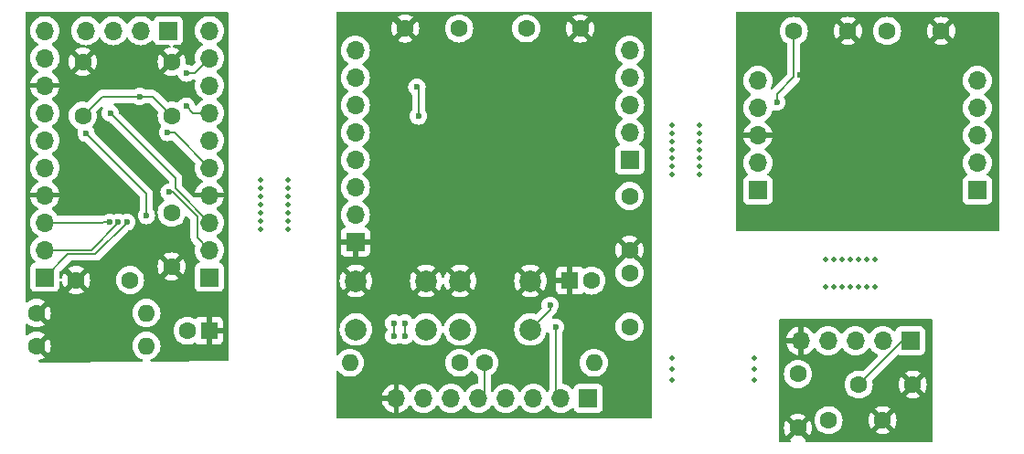
<source format=gbr>
%TF.GenerationSoftware,KiCad,Pcbnew,8.0.2-8.0.2-0~ubuntu22.04.1*%
%TF.CreationDate,2024-05-30T13:23:40+02:00*%
%TF.ProjectId,Version 1,56657273-696f-46e2-9031-2e6b69636164,1*%
%TF.SameCoordinates,Original*%
%TF.FileFunction,Copper,L2,Bot*%
%TF.FilePolarity,Positive*%
%FSLAX46Y46*%
G04 Gerber Fmt 4.6, Leading zero omitted, Abs format (unit mm)*
G04 Created by KiCad (PCBNEW 8.0.2-8.0.2-0~ubuntu22.04.1) date 2024-05-30 13:23:40*
%MOMM*%
%LPD*%
G01*
G04 APERTURE LIST*
%TA.AperFunction,ComponentPad*%
%ADD10R,1.700000X1.700000*%
%TD*%
%TA.AperFunction,ComponentPad*%
%ADD11O,1.700000X1.700000*%
%TD*%
%TA.AperFunction,ComponentPad*%
%ADD12C,2.000000*%
%TD*%
%TA.AperFunction,ComponentPad*%
%ADD13C,1.600000*%
%TD*%
%TA.AperFunction,ComponentPad*%
%ADD14O,1.600000X1.600000*%
%TD*%
%TA.AperFunction,ComponentPad*%
%ADD15R,1.600000X1.600000*%
%TD*%
%TA.AperFunction,ViaPad*%
%ADD16C,0.500000*%
%TD*%
%TA.AperFunction,ViaPad*%
%ADD17C,0.600000*%
%TD*%
%TA.AperFunction,Conductor*%
%ADD18C,0.200000*%
%TD*%
G04 APERTURE END LIST*
D10*
%TO.P,J8,1,Pin_1*%
%TO.N,+3.3V4*%
X103316000Y-50742500D03*
D11*
%TO.P,J8,2,Pin_2*%
%TO.N,DRDY*%
X100776000Y-50742500D03*
%TO.P,J8,3,Pin_3*%
%TO.N,/SCL2*%
X98236000Y-50742500D03*
%TO.P,J8,4,Pin_4*%
%TO.N,/SDA2*%
X95696000Y-50742500D03*
%TO.P,J8,5,Pin_5*%
%TO.N,GND4*%
X93156000Y-50742500D03*
%TD*%
D12*
%TO.P,USR_SW1,1,A*%
%TO.N,GND2*%
X61623111Y-45204222D03*
X68123111Y-45204222D03*
%TO.P,USR_SW1,2,B*%
%TO.N,/USR_Key*%
X61623111Y-49704222D03*
X68123111Y-49704222D03*
%TD*%
D10*
%TO.P,J9,1,Pin_1*%
%TO.N,+3.3V2*%
X73494111Y-56090222D03*
D11*
%TO.P,J9,2,Pin_2*%
%TO.N,/RTS*%
X70954111Y-56090222D03*
%TO.P,J9,3,Pin_3*%
%TO.N,/DTR*%
X68414111Y-56090222D03*
%TO.P,J9,4,Pin_4*%
%TO.N,/ESPEN*%
X65874111Y-56090222D03*
%TO.P,J9,5,Pin_5*%
%TO.N,/USR_Key*%
X63334111Y-56090222D03*
%TO.P,J9,6,Pin_6*%
%TO.N,/RX*%
X60794111Y-56090222D03*
%TO.P,J9,7,Pin_7*%
%TO.N,/TX*%
X58254111Y-56090222D03*
%TO.P,J9,8,Pin_8*%
%TO.N,GND2*%
X55714111Y-56090222D03*
%TD*%
D10*
%TO.P,J2,1,Pin_1*%
%TO.N,GND2*%
X51919111Y-41612222D03*
D11*
%TO.P,J2,2,Pin_2*%
%TO.N,/GPIO7*%
X51919111Y-39072222D03*
%TO.P,J2,3,Pin_3*%
%TO.N,/GPIO6*%
X51919111Y-36532222D03*
%TO.P,J2,4,Pin_4*%
%TO.N,/GPIO5*%
X51919111Y-33992222D03*
%TO.P,J2,5,Pin_5*%
%TO.N,/GPIO4*%
X51919111Y-31452222D03*
%TO.P,J2,6,Pin_6*%
%TO.N,/GPIO3*%
X51919111Y-28912222D03*
%TO.P,J2,7,Pin_7*%
%TO.N,/GPIO2*%
X51919111Y-26372222D03*
%TO.P,J2,8,Pin_8*%
%TO.N,/ESPEN*%
X51919111Y-23832222D03*
%TD*%
D13*
%TO.P,R1,1*%
%TO.N,GND1*%
X22410544Y-48166680D03*
D14*
%TO.P,R1,2*%
%TO.N,/BOOT0*%
X32570544Y-48166680D03*
%TD*%
D13*
%TO.P,C15,1*%
%TO.N,/C1*%
X95741000Y-58108500D03*
%TO.P,C15,2*%
%TO.N,GND4*%
X100741000Y-58108500D03*
%TD*%
%TO.P,R4,1*%
%TO.N,+3.3V2*%
X61571111Y-52788222D03*
D14*
%TO.P,R4,2*%
%TO.N,/ESPEN*%
X51411111Y-52788222D03*
%TD*%
D13*
%TO.P,C6,1*%
%TO.N,+3.3V2*%
X77319111Y-37334222D03*
%TO.P,C6,2*%
%TO.N,GND2*%
X77319111Y-42334222D03*
%TD*%
D15*
%TO.P,C10,1*%
%TO.N,GND1*%
X38372769Y-49817680D03*
D13*
%TO.P,C10,2*%
%TO.N,/VCAP*%
X36372769Y-49817680D03*
%TD*%
%TO.P,C11,1*%
%TO.N,+3.3V3*%
X101162111Y-22027222D03*
%TO.P,C11,2*%
%TO.N,GND3*%
X106162111Y-22027222D03*
%TD*%
%TO.P,R3,1*%
%TO.N,/USR_Key*%
X63857111Y-52788222D03*
D14*
%TO.P,R3,2*%
%TO.N,+3.3V2*%
X74017111Y-52788222D03*
%TD*%
D13*
%TO.P,C5,1*%
%TO.N,/GPIO0*%
X61531111Y-21800222D03*
%TO.P,C5,2*%
%TO.N,GND2*%
X56531111Y-21800222D03*
%TD*%
%TO.P,C13,1*%
%TO.N,+3.3V4*%
X92907000Y-53825500D03*
%TO.P,C13,2*%
%TO.N,GND4*%
X92907000Y-58825500D03*
%TD*%
%TO.P,R2,1*%
%TO.N,GND1*%
X22410544Y-51214680D03*
D14*
%TO.P,R2,2*%
%TO.N,/BOOT1*%
X32570544Y-51214680D03*
%TD*%
D13*
%TO.P,C2,1*%
%TO.N,+3.3V1*%
X34907344Y-29889480D03*
%TO.P,C2,2*%
%TO.N,GND1*%
X34907344Y-24889480D03*
%TD*%
D10*
%TO.P,J6,1,Pin_1*%
%TO.N,/SDA1*%
X109504111Y-36793222D03*
D11*
%TO.P,J6,2,Pin_2*%
%TO.N,/SCL1*%
X109504111Y-34253222D03*
%TO.P,J6,3,Pin_3*%
%TO.N,/TXD*%
X109504111Y-31713222D03*
%TO.P,J6,4,Pin_4*%
%TO.N,/RXD*%
X109504111Y-29173222D03*
%TO.P,J6,5,Pin_5*%
%TO.N,+3.3V3*%
X109504111Y-26633222D03*
%TD*%
D12*
%TO.P,RST_SW1,1,A*%
%TO.N,GND2*%
X51971111Y-45204222D03*
X58471111Y-45204222D03*
%TO.P,RST_SW1,2,B*%
%TO.N,/ESPEN*%
X51971111Y-49704222D03*
X58471111Y-49704222D03*
%TD*%
D10*
%TO.P,J1,1,Pin_1*%
%TO.N,+3.3V2*%
X77319111Y-33992222D03*
D11*
%TO.P,J1,2,Pin_2*%
%TO.N,/GPIO10*%
X77319111Y-31452222D03*
%TO.P,J1,3,Pin_3*%
%TO.N,/GPIO8*%
X77319111Y-28912222D03*
%TO.P,J1,4,Pin_4*%
%TO.N,/GPIO18*%
X77319111Y-26372222D03*
%TO.P,J1,5,Pin_5*%
%TO.N,/GPIO19*%
X77319111Y-23832222D03*
%TD*%
D13*
%TO.P,C4,1*%
%TO.N,/GPIO1*%
X67741511Y-21800222D03*
%TO.P,C4,2*%
%TO.N,GND2*%
X72741511Y-21800222D03*
%TD*%
%TO.P,C7,1*%
%TO.N,GND1*%
X26057344Y-45118680D03*
%TO.P,C7,2*%
%TO.N,/RS*%
X31057344Y-45118680D03*
%TD*%
%TO.P,C3,1*%
%TO.N,+3.3V1*%
X26677744Y-29889480D03*
%TO.P,C3,2*%
%TO.N,GND1*%
X26677744Y-24889480D03*
%TD*%
%TO.P,C14,1*%
%TO.N,+3.3V4*%
X98535000Y-54806500D03*
%TO.P,C14,2*%
%TO.N,GND4*%
X103535000Y-54806500D03*
%TD*%
%TO.P,C1,1*%
%TO.N,+3.3V1*%
X34905111Y-38870222D03*
%TO.P,C1,2*%
%TO.N,GND1*%
X34905111Y-43870222D03*
%TD*%
D10*
%TO.P,J7,1,Pin_1*%
%TO.N,/SBOOT*%
X89184111Y-36793222D03*
D11*
%TO.P,J7,2,Pin_2*%
%TO.N,/TPULSE*%
X89184111Y-34253222D03*
%TO.P,J7,3,Pin_3*%
%TO.N,GND3*%
X89184111Y-31713222D03*
%TO.P,J7,4,Pin_4*%
%TO.N,/EXTINT*%
X89184111Y-29173222D03*
%TO.P,J7,5,Pin_5*%
%TO.N,/RST*%
X89184111Y-26633222D03*
%TD*%
D13*
%TO.P,C12,1*%
%TO.N,+3.3V3*%
X92526111Y-22027222D03*
%TO.P,C12,2*%
%TO.N,GND3*%
X97526111Y-22027222D03*
%TD*%
%TO.P,C16,1*%
%TO.N,/DTR*%
X77319111Y-49446222D03*
%TO.P,C16,2*%
%TO.N,/ESPEN*%
X77319111Y-44446222D03*
%TD*%
D15*
%TO.P,C17,1*%
%TO.N,GND2*%
X71791999Y-45168222D03*
D13*
%TO.P,C17,2*%
%TO.N,/ESPEN*%
X73791999Y-45168222D03*
%TD*%
D10*
%TO.P,J4,1,Pin_1*%
%TO.N,TIM2_CH3*%
X23172544Y-44864680D03*
D11*
%TO.P,J4,2,Pin_2*%
%TO.N,TIM2_CH2*%
X23172544Y-42324680D03*
%TO.P,J4,3,Pin_3*%
%TO.N,TIM2_CH1*%
X23172544Y-39784680D03*
%TO.P,J4,4,Pin_4*%
%TO.N,GND1*%
X23172544Y-37244680D03*
%TO.P,J4,5,Pin_5*%
%TO.N,+3.3V1*%
X23172544Y-34704680D03*
%TO.P,J4,6,Pin_6*%
%TO.N,I2C1_SDA*%
X23172544Y-32164680D03*
%TO.P,J4,7,Pin_7*%
%TO.N,I2C1_SCL*%
X23172544Y-29624680D03*
%TO.P,J4,8,Pin_8*%
%TO.N,GND1*%
X23172544Y-27084680D03*
%TO.P,J4,9,Pin_9*%
%TO.N,EXTI4*%
X23172544Y-24544680D03*
%TO.P,J4,10,Pin_10*%
%TO.N,unconnected-(J4-Pin_10-Pad10)*%
X23172544Y-22004680D03*
%TD*%
D10*
%TO.P,J3,1,Pin_1*%
%TO.N,+3.3V1*%
X34592544Y-22004680D03*
D11*
%TO.P,J3,2,Pin_2*%
%TO.N,/SWDIO*%
X32052544Y-22004680D03*
%TO.P,J3,3,Pin_3*%
%TO.N,/SWCLK*%
X29512544Y-22004680D03*
%TO.P,J3,4,Pin_4*%
%TO.N,GND*%
X26972544Y-22004680D03*
%TD*%
D10*
%TO.P,J5,1,Pin_1*%
%TO.N,+3.3V1*%
X38412544Y-44864680D03*
D11*
%TO.P,J5,2,Pin_2*%
%TO.N,I2C2_SCL*%
X38412544Y-42324680D03*
%TO.P,J5,3,Pin_3*%
%TO.N,I2C2_SDA*%
X38412544Y-39784680D03*
%TO.P,J5,4,Pin_4*%
%TO.N,GND1*%
X38412544Y-37244680D03*
%TO.P,J5,5,Pin_5*%
%TO.N,TIM1_CH1*%
X38412544Y-34704680D03*
%TO.P,J5,6,Pin_6*%
%TO.N,TIM1_CH1N*%
X38412544Y-32164680D03*
%TO.P,J5,7,Pin_7*%
%TO.N,TIM1_CH2*%
X38412544Y-29624680D03*
%TO.P,J5,8,Pin_8*%
%TO.N,TIM1_CH2N*%
X38412544Y-27084680D03*
%TO.P,J5,9,Pin_9*%
%TO.N,TIM1_CH3*%
X38412544Y-24544680D03*
%TO.P,J5,10,Pin_10*%
%TO.N,TIM1_CH3N*%
X38412544Y-22004680D03*
%TD*%
D16*
%TO.N,*%
X88900000Y-53340000D03*
X88900000Y-52324000D03*
X81280000Y-32258000D03*
X97028000Y-43180000D03*
X81280000Y-35306000D03*
X83820000Y-30734000D03*
X81280000Y-53340000D03*
X45720000Y-38100000D03*
X83820000Y-34544000D03*
X81280000Y-30734000D03*
X83820000Y-31496000D03*
X45720000Y-37338000D03*
X83820000Y-33782000D03*
X43180000Y-36576000D03*
X96266000Y-45720000D03*
X100076000Y-43180000D03*
X83820000Y-33020000D03*
X81280000Y-31496000D03*
X45720000Y-36576000D03*
X96266000Y-43180000D03*
X97790000Y-45720000D03*
X43180000Y-39624000D03*
X43180000Y-38100000D03*
X95504000Y-45720000D03*
X97790000Y-43180000D03*
X81280000Y-52324000D03*
X81280000Y-54356000D03*
X45720000Y-38862000D03*
X81280000Y-33782000D03*
X43180000Y-38862000D03*
X97028000Y-45720000D03*
X43180000Y-35814000D03*
X45720000Y-35814000D03*
X81280000Y-34544000D03*
X99314000Y-45720000D03*
X100076000Y-45720000D03*
X81280000Y-33020000D03*
X45720000Y-40386000D03*
X43180000Y-40386000D03*
X98552000Y-45720000D03*
X95504000Y-43180000D03*
X99314000Y-43180000D03*
X83820000Y-35306000D03*
X83820000Y-32258000D03*
X88900000Y-54356000D03*
X45720000Y-39624000D03*
X43180000Y-37338000D03*
X98552000Y-43180000D03*
D17*
%TO.N,I2C2_SDA*%
X29219234Y-29640036D03*
%TO.N,TIM2_CH1*%
X29172544Y-39744680D03*
%TO.N,TIM2_CH2*%
X29972547Y-39744680D03*
%TO.N,TIM2_CH3*%
X30772550Y-39744680D03*
%TO.N,I2C2_SCL*%
X34673084Y-36975859D03*
%TO.N,TIM1_CH3*%
X36253544Y-25941680D03*
%TO.N,TIM1_CH1*%
X34519274Y-31446410D03*
%TO.N,TIM1_CH2*%
X36262544Y-28989680D03*
%TO.N,/BOOT0*%
X26982544Y-31529680D03*
X32570544Y-39149680D03*
%TO.N,/RTS*%
X70461111Y-49486222D03*
%TO.N,/ESPEN*%
X57621846Y-27248957D03*
X57761111Y-29928222D03*
%TO.N,+3.3V1*%
X31935544Y-28100680D03*
%TO.N,+3.3V3*%
X90962111Y-28631222D03*
%TO.N,GND1*%
X25712544Y-37625680D03*
X27219111Y-37624798D03*
X32302544Y-29370680D03*
X36253544Y-36101680D03*
X27998544Y-43975680D03*
X26093544Y-32545680D03*
%TO.N,GND2*%
X71223111Y-27896222D03*
X75287111Y-37548222D03*
%TO.N,GND3*%
X93020376Y-37240957D03*
X104932111Y-38283222D03*
X105948111Y-26091222D03*
X93816376Y-25389487D03*
X105948111Y-37267222D03*
X93782376Y-38002957D03*
X104932111Y-25075222D03*
X93126111Y-26137566D03*
%TO.N,GND4*%
X96717000Y-56325500D03*
%TO.N,/USR_Key*%
X69953111Y-47454222D03*
%TO.N,/TX*%
X55475111Y-49104222D03*
X55475111Y-50304222D03*
%TO.N,/RX*%
X56491111Y-50304222D03*
X56491111Y-49104222D03*
%TD*%
D18*
%TO.N,I2C2_SDA*%
X29219234Y-29640036D02*
X35273084Y-35693886D01*
X35273084Y-35693886D02*
X35273084Y-36645220D01*
X35273084Y-36645220D02*
X38412544Y-39784680D01*
%TO.N,TIM2_CH1*%
X28532544Y-39784680D02*
X23172544Y-39784680D01*
X29172544Y-39744680D02*
X28572544Y-39744680D01*
X28572544Y-39744680D02*
X28532544Y-39784680D01*
%TO.N,TIM2_CH2*%
X29972547Y-39793206D02*
X27441073Y-42324680D01*
X27441073Y-42324680D02*
X23172544Y-42324680D01*
X29972547Y-39744680D02*
X29972547Y-39793206D01*
%TO.N,TIM2_CH3*%
X27841076Y-42724680D02*
X25312544Y-42724680D01*
X25312544Y-42724680D02*
X23172544Y-44864680D01*
X30772550Y-39744680D02*
X30772550Y-39793206D01*
X30772550Y-39793206D02*
X27841076Y-42724680D01*
%TO.N,I2C2_SCL*%
X34977214Y-36975859D02*
X37262544Y-39261189D01*
X37262544Y-39261189D02*
X37262544Y-41174680D01*
X34673084Y-36975859D02*
X34977214Y-36975859D01*
X37262544Y-41174680D02*
X38412544Y-42324680D01*
%TO.N,TIM1_CH3*%
X38412544Y-24544680D02*
X37015544Y-25941680D01*
X37015544Y-25941680D02*
X36253544Y-25941680D01*
%TO.N,TIM1_CH1*%
X35154274Y-31446410D02*
X38412544Y-34704680D01*
X34519274Y-31446410D02*
X35154274Y-31446410D01*
%TO.N,TIM1_CH2*%
X38412544Y-29624680D02*
X36897544Y-29624680D01*
X36897544Y-29624680D02*
X36262544Y-28989680D01*
%TO.N,/BOOT0*%
X32570544Y-37117680D02*
X32570544Y-39149680D01*
X26982544Y-31529680D02*
X32570544Y-37117680D01*
%TO.N,/RTS*%
X70461111Y-49486222D02*
X70461111Y-55597222D01*
X70461111Y-55597222D02*
X70954111Y-56090222D01*
%TO.N,/ESPEN*%
X57621846Y-27248957D02*
X57761111Y-27388222D01*
X57761111Y-27388222D02*
X57761111Y-29928222D01*
%TO.N,+3.3V1*%
X28466544Y-28100680D02*
X31935544Y-28100680D01*
X33118544Y-28100680D02*
X34907344Y-29889480D01*
X31935544Y-28100680D02*
X33118544Y-28100680D01*
X26677744Y-29889480D02*
X28466544Y-28100680D01*
%TO.N,+3.3V3*%
X90962111Y-28631222D02*
X90962111Y-27869222D01*
X92526111Y-26305222D02*
X92526111Y-22027222D01*
X90962111Y-27869222D02*
X92526111Y-26305222D01*
%TO.N,+3.3V4*%
X102599000Y-50742500D02*
X98535000Y-54806500D01*
X103316000Y-50742500D02*
X102599000Y-50742500D01*
%TO.N,/USR_Key*%
X68123111Y-49704222D02*
X69953111Y-47874222D01*
X63857111Y-55567222D02*
X63334111Y-56090222D01*
X69953111Y-47874222D02*
X69953111Y-47454222D01*
X63857111Y-52788222D02*
X63857111Y-55567222D01*
%TO.N,/TX*%
X55475111Y-50304222D02*
X55475111Y-49104222D01*
%TO.N,/RX*%
X56491111Y-50304222D02*
X56491111Y-49104222D01*
%TD*%
%TA.AperFunction,Conductor*%
%TO.N,GND4*%
G36*
X105296039Y-48730185D02*
G01*
X105341794Y-48782989D01*
X105353000Y-48834500D01*
X105353000Y-60016500D01*
X105333315Y-60083539D01*
X105280511Y-60129294D01*
X105229000Y-60140500D01*
X93688743Y-60140500D01*
X93621704Y-60120815D01*
X93575949Y-60068011D01*
X93566005Y-59998853D01*
X93595030Y-59935297D01*
X93617618Y-59914926D01*
X93632471Y-59904524D01*
X92953447Y-59225500D01*
X92959661Y-59225500D01*
X93061394Y-59198241D01*
X93152606Y-59145580D01*
X93227080Y-59071106D01*
X93279741Y-58979894D01*
X93307000Y-58878161D01*
X93307000Y-58871947D01*
X93986024Y-59550971D01*
X94037136Y-59477978D01*
X94133264Y-59271831D01*
X94133269Y-59271817D01*
X94192139Y-59052110D01*
X94192141Y-59052099D01*
X94211966Y-58825502D01*
X94211966Y-58825497D01*
X94192141Y-58598900D01*
X94192139Y-58598889D01*
X94133269Y-58379182D01*
X94133264Y-58379168D01*
X94037136Y-58173021D01*
X94037132Y-58173013D01*
X93991957Y-58108498D01*
X94435532Y-58108498D01*
X94435532Y-58108501D01*
X94455364Y-58335186D01*
X94455366Y-58335197D01*
X94514258Y-58554988D01*
X94514261Y-58554997D01*
X94610431Y-58761232D01*
X94610432Y-58761234D01*
X94740954Y-58947641D01*
X94901858Y-59108545D01*
X94901861Y-59108547D01*
X95088266Y-59239068D01*
X95294504Y-59335239D01*
X95514308Y-59394135D01*
X95676230Y-59408301D01*
X95740998Y-59413968D01*
X95741000Y-59413968D01*
X95741002Y-59413968D01*
X95797673Y-59409009D01*
X95967692Y-59394135D01*
X96187496Y-59335239D01*
X96393734Y-59239068D01*
X96580139Y-59108547D01*
X96741047Y-58947639D01*
X96871568Y-58761234D01*
X96967739Y-58554996D01*
X97026635Y-58335192D01*
X97046468Y-58108500D01*
X97046468Y-58108497D01*
X99436034Y-58108497D01*
X99436034Y-58108502D01*
X99455858Y-58335099D01*
X99455860Y-58335110D01*
X99514730Y-58554817D01*
X99514735Y-58554831D01*
X99610863Y-58760978D01*
X99661974Y-58833972D01*
X100341000Y-58154946D01*
X100341000Y-58161161D01*
X100368259Y-58262894D01*
X100420920Y-58354106D01*
X100495394Y-58428580D01*
X100586606Y-58481241D01*
X100688339Y-58508500D01*
X100694553Y-58508500D01*
X100015526Y-59187525D01*
X100088513Y-59238632D01*
X100088521Y-59238636D01*
X100294668Y-59334764D01*
X100294682Y-59334769D01*
X100514389Y-59393639D01*
X100514400Y-59393641D01*
X100740998Y-59413466D01*
X100741002Y-59413466D01*
X100967599Y-59393641D01*
X100967610Y-59393639D01*
X101187317Y-59334769D01*
X101187331Y-59334764D01*
X101393478Y-59238636D01*
X101466471Y-59187524D01*
X100787447Y-58508500D01*
X100793661Y-58508500D01*
X100895394Y-58481241D01*
X100986606Y-58428580D01*
X101061080Y-58354106D01*
X101113741Y-58262894D01*
X101141000Y-58161161D01*
X101141000Y-58154947D01*
X101820024Y-58833971D01*
X101871136Y-58760978D01*
X101967264Y-58554831D01*
X101967269Y-58554817D01*
X102026139Y-58335110D01*
X102026141Y-58335099D01*
X102045966Y-58108502D01*
X102045966Y-58108497D01*
X102026141Y-57881900D01*
X102026139Y-57881889D01*
X101967269Y-57662182D01*
X101967264Y-57662168D01*
X101871136Y-57456021D01*
X101871132Y-57456013D01*
X101820025Y-57383026D01*
X101141000Y-58062051D01*
X101141000Y-58055839D01*
X101113741Y-57954106D01*
X101061080Y-57862894D01*
X100986606Y-57788420D01*
X100895394Y-57735759D01*
X100793661Y-57708500D01*
X100787448Y-57708500D01*
X101466472Y-57029474D01*
X101393478Y-56978363D01*
X101187331Y-56882235D01*
X101187317Y-56882230D01*
X100967610Y-56823360D01*
X100967599Y-56823358D01*
X100741002Y-56803534D01*
X100740998Y-56803534D01*
X100514400Y-56823358D01*
X100514389Y-56823360D01*
X100294682Y-56882230D01*
X100294673Y-56882234D01*
X100088516Y-56978366D01*
X100088512Y-56978368D01*
X100015526Y-57029473D01*
X100015526Y-57029474D01*
X100694553Y-57708500D01*
X100688339Y-57708500D01*
X100586606Y-57735759D01*
X100495394Y-57788420D01*
X100420920Y-57862894D01*
X100368259Y-57954106D01*
X100341000Y-58055839D01*
X100341000Y-58062052D01*
X99661974Y-57383026D01*
X99661973Y-57383026D01*
X99610868Y-57456012D01*
X99610866Y-57456016D01*
X99514734Y-57662173D01*
X99514730Y-57662182D01*
X99455860Y-57881889D01*
X99455858Y-57881900D01*
X99436034Y-58108497D01*
X97046468Y-58108497D01*
X97026635Y-57881808D01*
X96976678Y-57695366D01*
X96967741Y-57662011D01*
X96967738Y-57662002D01*
X96938469Y-57599235D01*
X96871568Y-57455766D01*
X96741047Y-57269361D01*
X96741045Y-57269358D01*
X96580141Y-57108454D01*
X96393734Y-56977932D01*
X96393732Y-56977931D01*
X96187497Y-56881761D01*
X96187488Y-56881758D01*
X95967697Y-56822866D01*
X95967693Y-56822865D01*
X95967692Y-56822865D01*
X95967691Y-56822864D01*
X95967686Y-56822864D01*
X95741002Y-56803032D01*
X95740998Y-56803032D01*
X95514313Y-56822864D01*
X95514302Y-56822866D01*
X95294511Y-56881758D01*
X95294502Y-56881761D01*
X95088267Y-56977931D01*
X95088265Y-56977932D01*
X94901858Y-57108454D01*
X94740954Y-57269358D01*
X94610432Y-57455765D01*
X94610431Y-57455767D01*
X94514261Y-57662002D01*
X94514258Y-57662011D01*
X94455366Y-57881802D01*
X94455364Y-57881813D01*
X94435532Y-58108498D01*
X93991957Y-58108498D01*
X93986025Y-58100026D01*
X93307000Y-58779051D01*
X93307000Y-58772839D01*
X93279741Y-58671106D01*
X93227080Y-58579894D01*
X93152606Y-58505420D01*
X93061394Y-58452759D01*
X92959661Y-58425500D01*
X92953448Y-58425500D01*
X93632472Y-57746474D01*
X93559478Y-57695363D01*
X93353331Y-57599235D01*
X93353317Y-57599230D01*
X93133610Y-57540360D01*
X93133599Y-57540358D01*
X92907002Y-57520534D01*
X92906998Y-57520534D01*
X92680400Y-57540358D01*
X92680389Y-57540360D01*
X92460682Y-57599230D01*
X92460673Y-57599234D01*
X92254516Y-57695366D01*
X92254512Y-57695368D01*
X92181526Y-57746473D01*
X92181526Y-57746474D01*
X92860553Y-58425500D01*
X92854339Y-58425500D01*
X92752606Y-58452759D01*
X92661394Y-58505420D01*
X92586920Y-58579894D01*
X92534259Y-58671106D01*
X92507000Y-58772839D01*
X92507000Y-58779052D01*
X91827974Y-58100026D01*
X91827973Y-58100026D01*
X91776868Y-58173012D01*
X91776866Y-58173016D01*
X91680734Y-58379173D01*
X91680730Y-58379182D01*
X91621860Y-58598889D01*
X91621858Y-58598900D01*
X91602034Y-58825497D01*
X91602034Y-58825502D01*
X91621858Y-59052099D01*
X91621860Y-59052110D01*
X91680730Y-59271817D01*
X91680735Y-59271831D01*
X91776863Y-59477978D01*
X91827974Y-59550972D01*
X92507000Y-58871946D01*
X92507000Y-58878161D01*
X92534259Y-58979894D01*
X92586920Y-59071106D01*
X92661394Y-59145580D01*
X92752606Y-59198241D01*
X92854339Y-59225500D01*
X92860553Y-59225500D01*
X92181526Y-59904525D01*
X92196380Y-59914926D01*
X92240005Y-59969503D01*
X92247197Y-60039001D01*
X92215675Y-60101356D01*
X92155445Y-60136769D01*
X92125256Y-60140500D01*
X91253000Y-60140500D01*
X91185961Y-60120815D01*
X91140206Y-60068011D01*
X91129000Y-60016500D01*
X91129000Y-53825498D01*
X91601532Y-53825498D01*
X91601532Y-53825501D01*
X91621364Y-54052186D01*
X91621366Y-54052197D01*
X91680258Y-54271988D01*
X91680261Y-54271997D01*
X91776431Y-54478232D01*
X91776432Y-54478234D01*
X91906954Y-54664641D01*
X92067858Y-54825545D01*
X92067861Y-54825547D01*
X92254266Y-54956068D01*
X92460504Y-55052239D01*
X92680308Y-55111135D01*
X92842230Y-55125301D01*
X92906998Y-55130968D01*
X92907000Y-55130968D01*
X92907002Y-55130968D01*
X92963673Y-55126009D01*
X93133692Y-55111135D01*
X93353496Y-55052239D01*
X93559734Y-54956068D01*
X93746139Y-54825547D01*
X93907047Y-54664639D01*
X94037568Y-54478234D01*
X94133739Y-54271996D01*
X94192635Y-54052192D01*
X94212468Y-53825500D01*
X94192635Y-53598808D01*
X94133739Y-53379004D01*
X94037568Y-53172766D01*
X93907047Y-52986361D01*
X93907045Y-52986358D01*
X93746141Y-52825454D01*
X93559734Y-52694932D01*
X93559732Y-52694931D01*
X93353497Y-52598761D01*
X93353488Y-52598758D01*
X93133697Y-52539866D01*
X93133693Y-52539865D01*
X93133692Y-52539865D01*
X93133691Y-52539864D01*
X93133686Y-52539864D01*
X92907002Y-52520032D01*
X92906998Y-52520032D01*
X92680313Y-52539864D01*
X92680302Y-52539866D01*
X92460511Y-52598758D01*
X92460502Y-52598761D01*
X92254267Y-52694931D01*
X92254265Y-52694932D01*
X92067858Y-52825454D01*
X91906954Y-52986358D01*
X91776432Y-53172765D01*
X91776431Y-53172767D01*
X91680261Y-53379002D01*
X91680258Y-53379011D01*
X91621366Y-53598802D01*
X91621364Y-53598813D01*
X91601532Y-53825498D01*
X91129000Y-53825498D01*
X91129000Y-50492499D01*
X91825364Y-50492499D01*
X91825364Y-50492500D01*
X92722988Y-50492500D01*
X92690075Y-50549507D01*
X92656000Y-50676674D01*
X92656000Y-50808326D01*
X92690075Y-50935493D01*
X92722988Y-50992500D01*
X91825364Y-50992500D01*
X91882567Y-51205986D01*
X91882570Y-51205992D01*
X91982399Y-51420078D01*
X92117894Y-51613582D01*
X92284917Y-51780605D01*
X92478421Y-51916100D01*
X92692507Y-52015929D01*
X92692516Y-52015933D01*
X92906000Y-52073134D01*
X92906000Y-51175512D01*
X92963007Y-51208425D01*
X93090174Y-51242500D01*
X93221826Y-51242500D01*
X93348993Y-51208425D01*
X93406000Y-51175512D01*
X93406000Y-52073133D01*
X93619483Y-52015933D01*
X93619492Y-52015929D01*
X93833578Y-51916100D01*
X94027082Y-51780605D01*
X94194105Y-51613582D01*
X94324119Y-51427905D01*
X94378696Y-51384281D01*
X94448195Y-51377088D01*
X94510549Y-51408610D01*
X94527269Y-51427905D01*
X94657505Y-51613901D01*
X94824599Y-51780995D01*
X94921384Y-51848765D01*
X95018165Y-51916532D01*
X95018167Y-51916533D01*
X95018170Y-51916535D01*
X95232337Y-52016403D01*
X95460592Y-52077563D01*
X95637034Y-52093000D01*
X95695999Y-52098159D01*
X95696000Y-52098159D01*
X95696001Y-52098159D01*
X95754966Y-52093000D01*
X95931408Y-52077563D01*
X96159663Y-52016403D01*
X96373830Y-51916535D01*
X96567401Y-51780995D01*
X96734495Y-51613901D01*
X96864425Y-51428342D01*
X96919002Y-51384717D01*
X96988500Y-51377523D01*
X97050855Y-51409046D01*
X97067575Y-51428342D01*
X97197281Y-51613582D01*
X97197505Y-51613901D01*
X97364599Y-51780995D01*
X97461384Y-51848765D01*
X97558165Y-51916532D01*
X97558167Y-51916533D01*
X97558170Y-51916535D01*
X97772337Y-52016403D01*
X98000592Y-52077563D01*
X98177034Y-52093000D01*
X98235999Y-52098159D01*
X98236000Y-52098159D01*
X98236001Y-52098159D01*
X98294966Y-52093000D01*
X98471408Y-52077563D01*
X98699663Y-52016403D01*
X98913830Y-51916535D01*
X99107401Y-51780995D01*
X99274495Y-51613901D01*
X99404425Y-51428342D01*
X99459002Y-51384717D01*
X99528500Y-51377523D01*
X99590855Y-51409046D01*
X99607575Y-51428342D01*
X99737281Y-51613582D01*
X99737505Y-51613901D01*
X99904599Y-51780995D01*
X100001384Y-51848765D01*
X100098165Y-51916532D01*
X100098167Y-51916533D01*
X100098170Y-51916535D01*
X100263361Y-51993565D01*
X100315799Y-52039736D01*
X100334951Y-52106930D01*
X100314735Y-52173811D01*
X100298636Y-52193627D01*
X98977705Y-53514558D01*
X98916382Y-53548043D01*
X98857931Y-53546652D01*
X98761697Y-53520866D01*
X98761693Y-53520865D01*
X98761692Y-53520865D01*
X98761691Y-53520864D01*
X98761686Y-53520864D01*
X98535002Y-53501032D01*
X98534998Y-53501032D01*
X98308313Y-53520864D01*
X98308302Y-53520866D01*
X98088511Y-53579758D01*
X98088502Y-53579761D01*
X97882267Y-53675931D01*
X97882265Y-53675932D01*
X97695858Y-53806454D01*
X97534954Y-53967358D01*
X97404432Y-54153765D01*
X97404431Y-54153767D01*
X97308261Y-54360002D01*
X97308258Y-54360011D01*
X97249366Y-54579802D01*
X97249364Y-54579813D01*
X97229532Y-54806498D01*
X97229532Y-54806501D01*
X97249364Y-55033186D01*
X97249366Y-55033197D01*
X97308258Y-55252988D01*
X97308261Y-55252997D01*
X97404431Y-55459232D01*
X97404432Y-55459234D01*
X97534954Y-55645641D01*
X97695858Y-55806545D01*
X97695861Y-55806547D01*
X97882266Y-55937068D01*
X98088504Y-56033239D01*
X98308308Y-56092135D01*
X98470230Y-56106301D01*
X98534998Y-56111968D01*
X98535000Y-56111968D01*
X98535002Y-56111968D01*
X98591673Y-56107009D01*
X98761692Y-56092135D01*
X98981496Y-56033239D01*
X99187734Y-55937068D01*
X99374139Y-55806547D01*
X99535047Y-55645639D01*
X99665568Y-55459234D01*
X99761739Y-55252996D01*
X99820635Y-55033192D01*
X99840468Y-54806500D01*
X99840468Y-54806497D01*
X102230034Y-54806497D01*
X102230034Y-54806502D01*
X102249858Y-55033099D01*
X102249860Y-55033110D01*
X102308730Y-55252817D01*
X102308735Y-55252831D01*
X102404863Y-55458978D01*
X102455974Y-55531972D01*
X103135000Y-54852946D01*
X103135000Y-54859161D01*
X103162259Y-54960894D01*
X103214920Y-55052106D01*
X103289394Y-55126580D01*
X103380606Y-55179241D01*
X103482339Y-55206500D01*
X103488553Y-55206500D01*
X102809526Y-55885525D01*
X102882513Y-55936632D01*
X102882521Y-55936636D01*
X103088668Y-56032764D01*
X103088682Y-56032769D01*
X103308389Y-56091639D01*
X103308400Y-56091641D01*
X103534998Y-56111466D01*
X103535002Y-56111466D01*
X103761599Y-56091641D01*
X103761610Y-56091639D01*
X103981317Y-56032769D01*
X103981331Y-56032764D01*
X104187478Y-55936636D01*
X104260471Y-55885524D01*
X103581447Y-55206500D01*
X103587661Y-55206500D01*
X103689394Y-55179241D01*
X103780606Y-55126580D01*
X103855080Y-55052106D01*
X103907741Y-54960894D01*
X103935000Y-54859161D01*
X103935000Y-54852947D01*
X104614024Y-55531971D01*
X104665136Y-55458978D01*
X104761264Y-55252831D01*
X104761269Y-55252817D01*
X104820139Y-55033110D01*
X104820141Y-55033099D01*
X104839966Y-54806502D01*
X104839966Y-54806497D01*
X104820141Y-54579900D01*
X104820139Y-54579889D01*
X104761269Y-54360182D01*
X104761264Y-54360168D01*
X104665136Y-54154021D01*
X104665132Y-54154013D01*
X104614025Y-54081026D01*
X103935000Y-54760051D01*
X103935000Y-54753839D01*
X103907741Y-54652106D01*
X103855080Y-54560894D01*
X103780606Y-54486420D01*
X103689394Y-54433759D01*
X103587661Y-54406500D01*
X103581448Y-54406500D01*
X104260472Y-53727474D01*
X104187478Y-53676363D01*
X103981331Y-53580235D01*
X103981317Y-53580230D01*
X103761610Y-53521360D01*
X103761599Y-53521358D01*
X103535002Y-53501534D01*
X103534998Y-53501534D01*
X103308400Y-53521358D01*
X103308389Y-53521360D01*
X103088682Y-53580230D01*
X103088673Y-53580234D01*
X102882516Y-53676366D01*
X102882512Y-53676368D01*
X102809526Y-53727473D01*
X102809526Y-53727474D01*
X103488553Y-54406500D01*
X103482339Y-54406500D01*
X103380606Y-54433759D01*
X103289394Y-54486420D01*
X103214920Y-54560894D01*
X103162259Y-54652106D01*
X103135000Y-54753839D01*
X103135000Y-54760052D01*
X102455974Y-54081026D01*
X102455973Y-54081026D01*
X102404868Y-54154012D01*
X102404866Y-54154016D01*
X102308734Y-54360173D01*
X102308730Y-54360182D01*
X102249860Y-54579889D01*
X102249858Y-54579900D01*
X102230034Y-54806497D01*
X99840468Y-54806497D01*
X99820635Y-54579808D01*
X99794847Y-54483566D01*
X99796510Y-54413717D01*
X99826939Y-54363794D01*
X102116897Y-52073836D01*
X102178218Y-52040353D01*
X102247909Y-52045337D01*
X102358517Y-52086591D01*
X102358516Y-52086591D01*
X102365444Y-52087335D01*
X102418127Y-52093000D01*
X104213872Y-52092999D01*
X104273483Y-52086591D01*
X104408331Y-52036296D01*
X104523546Y-51950046D01*
X104609796Y-51834831D01*
X104660091Y-51699983D01*
X104666500Y-51640373D01*
X104666499Y-49844628D01*
X104660091Y-49785017D01*
X104658810Y-49781583D01*
X104609797Y-49650171D01*
X104609793Y-49650164D01*
X104523547Y-49534955D01*
X104523544Y-49534952D01*
X104408335Y-49448706D01*
X104408328Y-49448702D01*
X104273482Y-49398408D01*
X104273483Y-49398408D01*
X104213883Y-49392001D01*
X104213881Y-49392000D01*
X104213873Y-49392000D01*
X104213864Y-49392000D01*
X102418129Y-49392000D01*
X102418123Y-49392001D01*
X102358516Y-49398408D01*
X102223671Y-49448702D01*
X102223664Y-49448706D01*
X102108455Y-49534952D01*
X102108452Y-49534955D01*
X102022206Y-49650164D01*
X102022203Y-49650169D01*
X101973189Y-49781583D01*
X101931317Y-49837516D01*
X101865853Y-49861933D01*
X101797580Y-49847081D01*
X101769326Y-49825930D01*
X101647402Y-49704006D01*
X101647395Y-49704001D01*
X101453834Y-49568467D01*
X101453830Y-49568465D01*
X101453828Y-49568464D01*
X101239663Y-49468597D01*
X101239659Y-49468596D01*
X101239655Y-49468594D01*
X101011413Y-49407438D01*
X101011403Y-49407436D01*
X100776001Y-49386841D01*
X100775999Y-49386841D01*
X100540596Y-49407436D01*
X100540586Y-49407438D01*
X100312344Y-49468594D01*
X100312335Y-49468598D01*
X100098171Y-49568464D01*
X100098169Y-49568465D01*
X99904597Y-49704005D01*
X99737505Y-49871097D01*
X99607575Y-50056658D01*
X99552998Y-50100283D01*
X99483500Y-50107477D01*
X99421145Y-50075954D01*
X99404425Y-50056658D01*
X99274494Y-49871097D01*
X99107402Y-49704006D01*
X99107395Y-49704001D01*
X98913834Y-49568467D01*
X98913830Y-49568465D01*
X98913828Y-49568464D01*
X98699663Y-49468597D01*
X98699659Y-49468596D01*
X98699655Y-49468594D01*
X98471413Y-49407438D01*
X98471403Y-49407436D01*
X98236001Y-49386841D01*
X98235999Y-49386841D01*
X98000596Y-49407436D01*
X98000586Y-49407438D01*
X97772344Y-49468594D01*
X97772335Y-49468598D01*
X97558171Y-49568464D01*
X97558169Y-49568465D01*
X97364597Y-49704005D01*
X97197505Y-49871097D01*
X97067575Y-50056658D01*
X97012998Y-50100283D01*
X96943500Y-50107477D01*
X96881145Y-50075954D01*
X96864425Y-50056658D01*
X96734494Y-49871097D01*
X96567402Y-49704006D01*
X96567395Y-49704001D01*
X96373834Y-49568467D01*
X96373830Y-49568465D01*
X96373828Y-49568464D01*
X96159663Y-49468597D01*
X96159659Y-49468596D01*
X96159655Y-49468594D01*
X95931413Y-49407438D01*
X95931403Y-49407436D01*
X95696001Y-49386841D01*
X95695999Y-49386841D01*
X95460596Y-49407436D01*
X95460586Y-49407438D01*
X95232344Y-49468594D01*
X95232335Y-49468598D01*
X95018171Y-49568464D01*
X95018169Y-49568465D01*
X94824597Y-49704005D01*
X94657508Y-49871094D01*
X94527269Y-50057095D01*
X94472692Y-50100719D01*
X94403193Y-50107912D01*
X94340839Y-50076390D01*
X94324119Y-50057094D01*
X94194113Y-49871426D01*
X94194108Y-49871420D01*
X94027082Y-49704394D01*
X93833578Y-49568899D01*
X93619492Y-49469070D01*
X93619486Y-49469067D01*
X93406000Y-49411864D01*
X93406000Y-50309488D01*
X93348993Y-50276575D01*
X93221826Y-50242500D01*
X93090174Y-50242500D01*
X92963007Y-50276575D01*
X92906000Y-50309488D01*
X92906000Y-49411864D01*
X92905999Y-49411864D01*
X92692513Y-49469067D01*
X92692507Y-49469070D01*
X92478422Y-49568899D01*
X92478420Y-49568900D01*
X92284926Y-49704386D01*
X92284920Y-49704391D01*
X92117891Y-49871420D01*
X92117886Y-49871426D01*
X91982400Y-50064920D01*
X91982399Y-50064922D01*
X91882570Y-50279007D01*
X91882567Y-50279013D01*
X91825364Y-50492499D01*
X91129000Y-50492499D01*
X91129000Y-48834500D01*
X91148685Y-48767461D01*
X91201489Y-48721706D01*
X91253000Y-48710500D01*
X105229000Y-48710500D01*
X105296039Y-48730185D01*
G37*
%TD.AperFunction*%
%TD*%
%TA.AperFunction,Conductor*%
%TO.N,GND2*%
G36*
X79294150Y-20250907D02*
G01*
X79339905Y-20303711D01*
X79351111Y-20355222D01*
X79351111Y-57857222D01*
X79331426Y-57924261D01*
X79278622Y-57970016D01*
X79227111Y-57981222D01*
X50265111Y-57981222D01*
X50198072Y-57961537D01*
X50152317Y-57908733D01*
X50141111Y-57857222D01*
X50141111Y-55840221D01*
X54383475Y-55840221D01*
X54383475Y-55840222D01*
X55281099Y-55840222D01*
X55248186Y-55897229D01*
X55214111Y-56024396D01*
X55214111Y-56156048D01*
X55248186Y-56283215D01*
X55281099Y-56340222D01*
X54383475Y-56340222D01*
X54440678Y-56553708D01*
X54440681Y-56553714D01*
X54540510Y-56767800D01*
X54676005Y-56961304D01*
X54843028Y-57128327D01*
X55036532Y-57263822D01*
X55250618Y-57363651D01*
X55250627Y-57363655D01*
X55464111Y-57420856D01*
X55464111Y-56523234D01*
X55521118Y-56556147D01*
X55648285Y-56590222D01*
X55779937Y-56590222D01*
X55907104Y-56556147D01*
X55964111Y-56523234D01*
X55964111Y-57420855D01*
X56177594Y-57363655D01*
X56177603Y-57363651D01*
X56391689Y-57263822D01*
X56585193Y-57128327D01*
X56752216Y-56961304D01*
X56882230Y-56775627D01*
X56936807Y-56732003D01*
X57006306Y-56724810D01*
X57068660Y-56756332D01*
X57085380Y-56775627D01*
X57215616Y-56961623D01*
X57382710Y-57128717D01*
X57479495Y-57196487D01*
X57576276Y-57264254D01*
X57576278Y-57264255D01*
X57576281Y-57264257D01*
X57790448Y-57364125D01*
X58018703Y-57425285D01*
X58195145Y-57440722D01*
X58254110Y-57445881D01*
X58254111Y-57445881D01*
X58254112Y-57445881D01*
X58313077Y-57440722D01*
X58489519Y-57425285D01*
X58717774Y-57364125D01*
X58931941Y-57264257D01*
X59125512Y-57128717D01*
X59292606Y-56961623D01*
X59422536Y-56776064D01*
X59477113Y-56732439D01*
X59546611Y-56725245D01*
X59608966Y-56756768D01*
X59625686Y-56776064D01*
X59755392Y-56961304D01*
X59755616Y-56961623D01*
X59922710Y-57128717D01*
X60019495Y-57196487D01*
X60116276Y-57264254D01*
X60116278Y-57264255D01*
X60116281Y-57264257D01*
X60330448Y-57364125D01*
X60558703Y-57425285D01*
X60735145Y-57440722D01*
X60794110Y-57445881D01*
X60794111Y-57445881D01*
X60794112Y-57445881D01*
X60853077Y-57440722D01*
X61029519Y-57425285D01*
X61257774Y-57364125D01*
X61471941Y-57264257D01*
X61665512Y-57128717D01*
X61832606Y-56961623D01*
X61962536Y-56776064D01*
X62017113Y-56732439D01*
X62086611Y-56725245D01*
X62148966Y-56756768D01*
X62165686Y-56776064D01*
X62295392Y-56961304D01*
X62295616Y-56961623D01*
X62462710Y-57128717D01*
X62559495Y-57196487D01*
X62656276Y-57264254D01*
X62656278Y-57264255D01*
X62656281Y-57264257D01*
X62870448Y-57364125D01*
X63098703Y-57425285D01*
X63275145Y-57440722D01*
X63334110Y-57445881D01*
X63334111Y-57445881D01*
X63334112Y-57445881D01*
X63393077Y-57440722D01*
X63569519Y-57425285D01*
X63797774Y-57364125D01*
X64011941Y-57264257D01*
X64205512Y-57128717D01*
X64372606Y-56961623D01*
X64502536Y-56776064D01*
X64557113Y-56732439D01*
X64626611Y-56725245D01*
X64688966Y-56756768D01*
X64705686Y-56776064D01*
X64835392Y-56961304D01*
X64835616Y-56961623D01*
X65002710Y-57128717D01*
X65099495Y-57196487D01*
X65196276Y-57264254D01*
X65196278Y-57264255D01*
X65196281Y-57264257D01*
X65410448Y-57364125D01*
X65638703Y-57425285D01*
X65815145Y-57440722D01*
X65874110Y-57445881D01*
X65874111Y-57445881D01*
X65874112Y-57445881D01*
X65933077Y-57440722D01*
X66109519Y-57425285D01*
X66337774Y-57364125D01*
X66551941Y-57264257D01*
X66745512Y-57128717D01*
X66912606Y-56961623D01*
X67042536Y-56776064D01*
X67097113Y-56732439D01*
X67166611Y-56725245D01*
X67228966Y-56756768D01*
X67245686Y-56776064D01*
X67375392Y-56961304D01*
X67375616Y-56961623D01*
X67542710Y-57128717D01*
X67639495Y-57196487D01*
X67736276Y-57264254D01*
X67736278Y-57264255D01*
X67736281Y-57264257D01*
X67950448Y-57364125D01*
X68178703Y-57425285D01*
X68355145Y-57440722D01*
X68414110Y-57445881D01*
X68414111Y-57445881D01*
X68414112Y-57445881D01*
X68473077Y-57440722D01*
X68649519Y-57425285D01*
X68877774Y-57364125D01*
X69091941Y-57264257D01*
X69285512Y-57128717D01*
X69452606Y-56961623D01*
X69582536Y-56776064D01*
X69637113Y-56732439D01*
X69706611Y-56725245D01*
X69768966Y-56756768D01*
X69785686Y-56776064D01*
X69915392Y-56961304D01*
X69915616Y-56961623D01*
X70082710Y-57128717D01*
X70179495Y-57196487D01*
X70276276Y-57264254D01*
X70276278Y-57264255D01*
X70276281Y-57264257D01*
X70490448Y-57364125D01*
X70718703Y-57425285D01*
X70895145Y-57440722D01*
X70954110Y-57445881D01*
X70954111Y-57445881D01*
X70954112Y-57445881D01*
X71013077Y-57440722D01*
X71189519Y-57425285D01*
X71417774Y-57364125D01*
X71631941Y-57264257D01*
X71825512Y-57128717D01*
X71947440Y-57006788D01*
X72008759Y-56973306D01*
X72078451Y-56978290D01*
X72134385Y-57020161D01*
X72151300Y-57051139D01*
X72200313Y-57182550D01*
X72200317Y-57182557D01*
X72286563Y-57297766D01*
X72286566Y-57297769D01*
X72401775Y-57384015D01*
X72401782Y-57384019D01*
X72536628Y-57434313D01*
X72536627Y-57434313D01*
X72543555Y-57435057D01*
X72596238Y-57440722D01*
X74391983Y-57440721D01*
X74451594Y-57434313D01*
X74586442Y-57384018D01*
X74701657Y-57297768D01*
X74787907Y-57182553D01*
X74838202Y-57047705D01*
X74844611Y-56988095D01*
X74844610Y-55192350D01*
X74838202Y-55132739D01*
X74836921Y-55129305D01*
X74787908Y-54997893D01*
X74787904Y-54997886D01*
X74701658Y-54882677D01*
X74701655Y-54882674D01*
X74586446Y-54796428D01*
X74586439Y-54796424D01*
X74451593Y-54746130D01*
X74451594Y-54746130D01*
X74391994Y-54739723D01*
X74391992Y-54739722D01*
X74391984Y-54739722D01*
X74391975Y-54739722D01*
X72596240Y-54739722D01*
X72596234Y-54739723D01*
X72536627Y-54746130D01*
X72401782Y-54796424D01*
X72401775Y-54796428D01*
X72286566Y-54882674D01*
X72286563Y-54882677D01*
X72200317Y-54997886D01*
X72200314Y-54997891D01*
X72151300Y-55129305D01*
X72109428Y-55185238D01*
X72043964Y-55209655D01*
X71975691Y-55194803D01*
X71947437Y-55173652D01*
X71825513Y-55051728D01*
X71825506Y-55051723D01*
X71631945Y-54916189D01*
X71631941Y-54916187D01*
X71631939Y-54916186D01*
X71417774Y-54816319D01*
X71417770Y-54816318D01*
X71417766Y-54816316D01*
X71189524Y-54755160D01*
X71189521Y-54755159D01*
X71189519Y-54755159D01*
X71179126Y-54754249D01*
X71174799Y-54753871D01*
X71109732Y-54728416D01*
X71068755Y-54671824D01*
X71061611Y-54630343D01*
X71061611Y-52788220D01*
X72711643Y-52788220D01*
X72711643Y-52788223D01*
X72731475Y-53014908D01*
X72731477Y-53014919D01*
X72790369Y-53234710D01*
X72790372Y-53234719D01*
X72886542Y-53440954D01*
X72886543Y-53440956D01*
X73017065Y-53627363D01*
X73177969Y-53788267D01*
X73177972Y-53788269D01*
X73364377Y-53918790D01*
X73570615Y-54014961D01*
X73790419Y-54073857D01*
X73952341Y-54088023D01*
X74017109Y-54093690D01*
X74017111Y-54093690D01*
X74017113Y-54093690D01*
X74073784Y-54088731D01*
X74243803Y-54073857D01*
X74463607Y-54014961D01*
X74669845Y-53918790D01*
X74856250Y-53788269D01*
X75017158Y-53627361D01*
X75147679Y-53440956D01*
X75243850Y-53234718D01*
X75302746Y-53014914D01*
X75322579Y-52788222D01*
X75302746Y-52561530D01*
X75243850Y-52341726D01*
X75147679Y-52135488D01*
X75017158Y-51949083D01*
X75017156Y-51949080D01*
X74856252Y-51788176D01*
X74669845Y-51657654D01*
X74669843Y-51657653D01*
X74463608Y-51561483D01*
X74463599Y-51561480D01*
X74243808Y-51502588D01*
X74243804Y-51502587D01*
X74243803Y-51502587D01*
X74243802Y-51502586D01*
X74243797Y-51502586D01*
X74017113Y-51482754D01*
X74017109Y-51482754D01*
X73790424Y-51502586D01*
X73790413Y-51502588D01*
X73570622Y-51561480D01*
X73570613Y-51561483D01*
X73364378Y-51657653D01*
X73364376Y-51657654D01*
X73177969Y-51788176D01*
X73017065Y-51949080D01*
X72886543Y-52135487D01*
X72886542Y-52135489D01*
X72790372Y-52341724D01*
X72790369Y-52341733D01*
X72731477Y-52561524D01*
X72731475Y-52561535D01*
X72711643Y-52788220D01*
X71061611Y-52788220D01*
X71061611Y-50068634D01*
X71081296Y-50001595D01*
X71088666Y-49991319D01*
X71090921Y-49988489D01*
X71090927Y-49988484D01*
X71186900Y-49835744D01*
X71246479Y-49665477D01*
X71252561Y-49611497D01*
X71266676Y-49486225D01*
X71266676Y-49486218D01*
X71262169Y-49446220D01*
X76013643Y-49446220D01*
X76013643Y-49446223D01*
X76033475Y-49672908D01*
X76033477Y-49672919D01*
X76092369Y-49892710D01*
X76092372Y-49892719D01*
X76188542Y-50098954D01*
X76188543Y-50098956D01*
X76319065Y-50285363D01*
X76479969Y-50446267D01*
X76479972Y-50446269D01*
X76666377Y-50576790D01*
X76872615Y-50672961D01*
X77092419Y-50731857D01*
X77254341Y-50746023D01*
X77319109Y-50751690D01*
X77319111Y-50751690D01*
X77319113Y-50751690D01*
X77375784Y-50746731D01*
X77545803Y-50731857D01*
X77765607Y-50672961D01*
X77971845Y-50576790D01*
X78158250Y-50446269D01*
X78319158Y-50285361D01*
X78449679Y-50098956D01*
X78545850Y-49892718D01*
X78604746Y-49672914D01*
X78623688Y-49456409D01*
X78624579Y-49446223D01*
X78624579Y-49446220D01*
X78612396Y-49306967D01*
X78604746Y-49219530D01*
X78545850Y-48999726D01*
X78449679Y-48793488D01*
X78319158Y-48607083D01*
X78319156Y-48607080D01*
X78158252Y-48446176D01*
X77971845Y-48315654D01*
X77971843Y-48315653D01*
X77765608Y-48219483D01*
X77765599Y-48219480D01*
X77545808Y-48160588D01*
X77545804Y-48160587D01*
X77545803Y-48160587D01*
X77545802Y-48160586D01*
X77545797Y-48160586D01*
X77319113Y-48140754D01*
X77319109Y-48140754D01*
X77092424Y-48160586D01*
X77092413Y-48160588D01*
X76872622Y-48219480D01*
X76872613Y-48219483D01*
X76666378Y-48315653D01*
X76666376Y-48315654D01*
X76479969Y-48446176D01*
X76319065Y-48607080D01*
X76188543Y-48793487D01*
X76188542Y-48793489D01*
X76092372Y-48999724D01*
X76092369Y-48999733D01*
X76033477Y-49219524D01*
X76033475Y-49219535D01*
X76013643Y-49446220D01*
X71262169Y-49446220D01*
X71246480Y-49306972D01*
X71246479Y-49306967D01*
X71186899Y-49136698D01*
X71100832Y-48999724D01*
X71090927Y-48983960D01*
X70963373Y-48856406D01*
X70931919Y-48836642D01*
X70810634Y-48760433D01*
X70640365Y-48700853D01*
X70640360Y-48700852D01*
X70461115Y-48680657D01*
X70461107Y-48680657D01*
X70288981Y-48700050D01*
X70220159Y-48687995D01*
X70168780Y-48640646D01*
X70151156Y-48573036D01*
X70172883Y-48506630D01*
X70187412Y-48489154D01*
X70321824Y-48354743D01*
X70321827Y-48354742D01*
X70433631Y-48242938D01*
X70483750Y-48156126D01*
X70512688Y-48106007D01*
X70533108Y-48029794D01*
X70565205Y-47974205D01*
X70582927Y-47956484D01*
X70678900Y-47803744D01*
X70738479Y-47633477D01*
X70758676Y-47454222D01*
X70738479Y-47274967D01*
X70678900Y-47104700D01*
X70582927Y-46951960D01*
X70455373Y-46824406D01*
X70302634Y-46728433D01*
X70132365Y-46668853D01*
X70132360Y-46668852D01*
X69953115Y-46648657D01*
X69953107Y-46648657D01*
X69773861Y-46668852D01*
X69773856Y-46668853D01*
X69603587Y-46728433D01*
X69450848Y-46824406D01*
X69323295Y-46951959D01*
X69227322Y-47104698D01*
X69167742Y-47274967D01*
X69167741Y-47274972D01*
X69147546Y-47454218D01*
X69147546Y-47454225D01*
X69167741Y-47633468D01*
X69167743Y-47633479D01*
X69187858Y-47690962D01*
X69191420Y-47760741D01*
X69158498Y-47819598D01*
X68726659Y-48251437D01*
X68665336Y-48284922D01*
X68598715Y-48281037D01*
X68492727Y-48244651D01*
X68247446Y-48203722D01*
X67998776Y-48203722D01*
X67753494Y-48244651D01*
X67518308Y-48325391D01*
X67518299Y-48325394D01*
X67299604Y-48443746D01*
X67103368Y-48596483D01*
X66934944Y-48779439D01*
X66798937Y-48987615D01*
X66699047Y-49215340D01*
X66638003Y-49456397D01*
X66638001Y-49456409D01*
X66617468Y-49704216D01*
X66617468Y-49704227D01*
X66638001Y-49952034D01*
X66638003Y-49952046D01*
X66699047Y-50193103D01*
X66798937Y-50420828D01*
X66934944Y-50629004D01*
X66934947Y-50629007D01*
X67103367Y-50811960D01*
X67299602Y-50964696D01*
X67518301Y-51083050D01*
X67753497Y-51163793D01*
X67998776Y-51204722D01*
X68247446Y-51204722D01*
X68492725Y-51163793D01*
X68727921Y-51083050D01*
X68946620Y-50964696D01*
X69142855Y-50811960D01*
X69311275Y-50629007D01*
X69447284Y-50420829D01*
X69547174Y-50193103D01*
X69594618Y-50005748D01*
X69630158Y-49945594D01*
X69692578Y-49914202D01*
X69762061Y-49921540D01*
X69816547Y-49965279D01*
X69819818Y-49970218D01*
X69831296Y-49988485D01*
X69833556Y-49991319D01*
X69834445Y-49993497D01*
X69835000Y-49994380D01*
X69834845Y-49994477D01*
X69859966Y-50056005D01*
X69860611Y-50068634D01*
X69860611Y-55258279D01*
X69840926Y-55325318D01*
X69838186Y-55329402D01*
X69785686Y-55404381D01*
X69731110Y-55448006D01*
X69661611Y-55455200D01*
X69599257Y-55423678D01*
X69582536Y-55404381D01*
X69452605Y-55218819D01*
X69285513Y-55051728D01*
X69285506Y-55051723D01*
X69091945Y-54916189D01*
X69091941Y-54916187D01*
X69091939Y-54916186D01*
X68877774Y-54816319D01*
X68877770Y-54816318D01*
X68877766Y-54816316D01*
X68649524Y-54755160D01*
X68649514Y-54755158D01*
X68414112Y-54734563D01*
X68414110Y-54734563D01*
X68178707Y-54755158D01*
X68178697Y-54755160D01*
X67950455Y-54816316D01*
X67950446Y-54816320D01*
X67736282Y-54916186D01*
X67736280Y-54916187D01*
X67542708Y-55051727D01*
X67375616Y-55218819D01*
X67245686Y-55404380D01*
X67191109Y-55448005D01*
X67121611Y-55455199D01*
X67059256Y-55423676D01*
X67042536Y-55404380D01*
X66912605Y-55218819D01*
X66745513Y-55051728D01*
X66745506Y-55051723D01*
X66551945Y-54916189D01*
X66551941Y-54916187D01*
X66551939Y-54916186D01*
X66337774Y-54816319D01*
X66337770Y-54816318D01*
X66337766Y-54816316D01*
X66109524Y-54755160D01*
X66109514Y-54755158D01*
X65874112Y-54734563D01*
X65874110Y-54734563D01*
X65638707Y-54755158D01*
X65638697Y-54755160D01*
X65410455Y-54816316D01*
X65410446Y-54816320D01*
X65196282Y-54916186D01*
X65196280Y-54916187D01*
X65002708Y-55051727D01*
X64835619Y-55218816D01*
X64705685Y-55404382D01*
X64651108Y-55448006D01*
X64581609Y-55455199D01*
X64519255Y-55423677D01*
X64502537Y-55404383D01*
X64480034Y-55372244D01*
X64457708Y-55306038D01*
X64457611Y-55301124D01*
X64457611Y-54019914D01*
X64477296Y-53952875D01*
X64510485Y-53918341D01*
X64696250Y-53788269D01*
X64857158Y-53627361D01*
X64987679Y-53440956D01*
X65083850Y-53234718D01*
X65142746Y-53014914D01*
X65162579Y-52788222D01*
X65142746Y-52561530D01*
X65083850Y-52341726D01*
X64987679Y-52135488D01*
X64857158Y-51949083D01*
X64857156Y-51949080D01*
X64696252Y-51788176D01*
X64509845Y-51657654D01*
X64509843Y-51657653D01*
X64303608Y-51561483D01*
X64303599Y-51561480D01*
X64083808Y-51502588D01*
X64083804Y-51502587D01*
X64083803Y-51502587D01*
X64083802Y-51502586D01*
X64083797Y-51502586D01*
X63857113Y-51482754D01*
X63857109Y-51482754D01*
X63630424Y-51502586D01*
X63630413Y-51502588D01*
X63410622Y-51561480D01*
X63410613Y-51561483D01*
X63204378Y-51657653D01*
X63204376Y-51657654D01*
X63017969Y-51788176D01*
X62857065Y-51949080D01*
X62815686Y-52008177D01*
X62761110Y-52051802D01*
X62691611Y-52058996D01*
X62629256Y-52027473D01*
X62612536Y-52008177D01*
X62571156Y-51949080D01*
X62410252Y-51788176D01*
X62223845Y-51657654D01*
X62223843Y-51657653D01*
X62017608Y-51561483D01*
X62017599Y-51561480D01*
X61797808Y-51502588D01*
X61797804Y-51502587D01*
X61797803Y-51502587D01*
X61797802Y-51502586D01*
X61797797Y-51502586D01*
X61571113Y-51482754D01*
X61571109Y-51482754D01*
X61344424Y-51502586D01*
X61344413Y-51502588D01*
X61124622Y-51561480D01*
X61124613Y-51561483D01*
X60918378Y-51657653D01*
X60918376Y-51657654D01*
X60731969Y-51788176D01*
X60571065Y-51949080D01*
X60440543Y-52135487D01*
X60440542Y-52135489D01*
X60344372Y-52341724D01*
X60344369Y-52341733D01*
X60285477Y-52561524D01*
X60285475Y-52561535D01*
X60265643Y-52788220D01*
X60265643Y-52788223D01*
X60285475Y-53014908D01*
X60285477Y-53014919D01*
X60344369Y-53234710D01*
X60344372Y-53234719D01*
X60440542Y-53440954D01*
X60440543Y-53440956D01*
X60571065Y-53627363D01*
X60731969Y-53788267D01*
X60731972Y-53788269D01*
X60918377Y-53918790D01*
X61124615Y-54014961D01*
X61344419Y-54073857D01*
X61506341Y-54088023D01*
X61571109Y-54093690D01*
X61571111Y-54093690D01*
X61571113Y-54093690D01*
X61627784Y-54088731D01*
X61797803Y-54073857D01*
X62017607Y-54014961D01*
X62223845Y-53918790D01*
X62410250Y-53788269D01*
X62571158Y-53627361D01*
X62612536Y-53568267D01*
X62667112Y-53524642D01*
X62736611Y-53517448D01*
X62798966Y-53548971D01*
X62815686Y-53568267D01*
X62857065Y-53627363D01*
X63017969Y-53788267D01*
X63017972Y-53788269D01*
X63203735Y-53918340D01*
X63247359Y-53972915D01*
X63256611Y-54019914D01*
X63256611Y-54627718D01*
X63236926Y-54694757D01*
X63184122Y-54740512D01*
X63143421Y-54751246D01*
X63098706Y-54755158D01*
X63098697Y-54755160D01*
X62870455Y-54816316D01*
X62870446Y-54816320D01*
X62656282Y-54916186D01*
X62656280Y-54916187D01*
X62462708Y-55051727D01*
X62295616Y-55218819D01*
X62165686Y-55404380D01*
X62111109Y-55448005D01*
X62041611Y-55455199D01*
X61979256Y-55423676D01*
X61962536Y-55404380D01*
X61832605Y-55218819D01*
X61665513Y-55051728D01*
X61665506Y-55051723D01*
X61471945Y-54916189D01*
X61471941Y-54916187D01*
X61471939Y-54916186D01*
X61257774Y-54816319D01*
X61257770Y-54816318D01*
X61257766Y-54816316D01*
X61029524Y-54755160D01*
X61029514Y-54755158D01*
X60794112Y-54734563D01*
X60794110Y-54734563D01*
X60558707Y-54755158D01*
X60558697Y-54755160D01*
X60330455Y-54816316D01*
X60330446Y-54816320D01*
X60116282Y-54916186D01*
X60116280Y-54916187D01*
X59922708Y-55051727D01*
X59755616Y-55218819D01*
X59625686Y-55404380D01*
X59571109Y-55448005D01*
X59501611Y-55455199D01*
X59439256Y-55423676D01*
X59422536Y-55404380D01*
X59292605Y-55218819D01*
X59125513Y-55051728D01*
X59125506Y-55051723D01*
X58931945Y-54916189D01*
X58931941Y-54916187D01*
X58931939Y-54916186D01*
X58717774Y-54816319D01*
X58717770Y-54816318D01*
X58717766Y-54816316D01*
X58489524Y-54755160D01*
X58489514Y-54755158D01*
X58254112Y-54734563D01*
X58254110Y-54734563D01*
X58018707Y-54755158D01*
X58018697Y-54755160D01*
X57790455Y-54816316D01*
X57790446Y-54816320D01*
X57576282Y-54916186D01*
X57576280Y-54916187D01*
X57382708Y-55051727D01*
X57215619Y-55218816D01*
X57085380Y-55404817D01*
X57030803Y-55448441D01*
X56961304Y-55455634D01*
X56898950Y-55424112D01*
X56882230Y-55404816D01*
X56752224Y-55219148D01*
X56752219Y-55219142D01*
X56585193Y-55052116D01*
X56391689Y-54916621D01*
X56177603Y-54816792D01*
X56177597Y-54816789D01*
X55964111Y-54759586D01*
X55964111Y-55657210D01*
X55907104Y-55624297D01*
X55779937Y-55590222D01*
X55648285Y-55590222D01*
X55521118Y-55624297D01*
X55464111Y-55657210D01*
X55464111Y-54759586D01*
X55464110Y-54759586D01*
X55250624Y-54816789D01*
X55250618Y-54816792D01*
X55036533Y-54916621D01*
X55036531Y-54916622D01*
X54843037Y-55052108D01*
X54843031Y-55052113D01*
X54676002Y-55219142D01*
X54675997Y-55219148D01*
X54540511Y-55412642D01*
X54540510Y-55412644D01*
X54440681Y-55626729D01*
X54440678Y-55626735D01*
X54383475Y-55840221D01*
X50141111Y-55840221D01*
X50141111Y-53635105D01*
X50160796Y-53568066D01*
X50213600Y-53522311D01*
X50282758Y-53512367D01*
X50346314Y-53541392D01*
X50366686Y-53563982D01*
X50411065Y-53627363D01*
X50571969Y-53788267D01*
X50571972Y-53788269D01*
X50758377Y-53918790D01*
X50964615Y-54014961D01*
X51184419Y-54073857D01*
X51346341Y-54088023D01*
X51411109Y-54093690D01*
X51411111Y-54093690D01*
X51411113Y-54093690D01*
X51467784Y-54088731D01*
X51637803Y-54073857D01*
X51857607Y-54014961D01*
X52063845Y-53918790D01*
X52250250Y-53788269D01*
X52411158Y-53627361D01*
X52541679Y-53440956D01*
X52637850Y-53234718D01*
X52696746Y-53014914D01*
X52716579Y-52788222D01*
X52696746Y-52561530D01*
X52637850Y-52341726D01*
X52541679Y-52135488D01*
X52411158Y-51949083D01*
X52411156Y-51949080D01*
X52250252Y-51788176D01*
X52063845Y-51657654D01*
X52063843Y-51657653D01*
X51857608Y-51561483D01*
X51857599Y-51561480D01*
X51637808Y-51502588D01*
X51637804Y-51502587D01*
X51637803Y-51502587D01*
X51637802Y-51502586D01*
X51637797Y-51502586D01*
X51411113Y-51482754D01*
X51411109Y-51482754D01*
X51184424Y-51502586D01*
X51184413Y-51502588D01*
X50964622Y-51561480D01*
X50964613Y-51561483D01*
X50758378Y-51657653D01*
X50758376Y-51657654D01*
X50571969Y-51788176D01*
X50411064Y-51949081D01*
X50366686Y-52012461D01*
X50312109Y-52056086D01*
X50242611Y-52063280D01*
X50180256Y-52031757D01*
X50144842Y-51971527D01*
X50141111Y-51941338D01*
X50141111Y-49704216D01*
X50465468Y-49704216D01*
X50465468Y-49704227D01*
X50486001Y-49952034D01*
X50486003Y-49952046D01*
X50547047Y-50193103D01*
X50646937Y-50420828D01*
X50782944Y-50629004D01*
X50782947Y-50629007D01*
X50951367Y-50811960D01*
X51147602Y-50964696D01*
X51366301Y-51083050D01*
X51601497Y-51163793D01*
X51846776Y-51204722D01*
X52095446Y-51204722D01*
X52340725Y-51163793D01*
X52575921Y-51083050D01*
X52794620Y-50964696D01*
X52990855Y-50811960D01*
X53159275Y-50629007D01*
X53295284Y-50420829D01*
X53395174Y-50193103D01*
X53456219Y-49952043D01*
X53456220Y-49952034D01*
X53476754Y-49704227D01*
X53476754Y-49704216D01*
X53456220Y-49456409D01*
X53456218Y-49456397D01*
X53395174Y-49215340D01*
X53346431Y-49104218D01*
X54669546Y-49104218D01*
X54669546Y-49104225D01*
X54689741Y-49283471D01*
X54689742Y-49283476D01*
X54749322Y-49453745D01*
X54845296Y-49606485D01*
X54847556Y-49609319D01*
X54848445Y-49611497D01*
X54849000Y-49612380D01*
X54848845Y-49612477D01*
X54873966Y-49674005D01*
X54874611Y-49686634D01*
X54874611Y-49721809D01*
X54854926Y-49788848D01*
X54847561Y-49799118D01*
X54845297Y-49801956D01*
X54749322Y-49954698D01*
X54689742Y-50124967D01*
X54689741Y-50124972D01*
X54669546Y-50304218D01*
X54669546Y-50304225D01*
X54689741Y-50483471D01*
X54689742Y-50483476D01*
X54749322Y-50653745D01*
X54845295Y-50806484D01*
X54972849Y-50934038D01*
X55125589Y-51030011D01*
X55295856Y-51089590D01*
X55295861Y-51089591D01*
X55475107Y-51109787D01*
X55475111Y-51109787D01*
X55475115Y-51109787D01*
X55654360Y-51089591D01*
X55654363Y-51089590D01*
X55654366Y-51089590D01*
X55824633Y-51030011D01*
X55917138Y-50971885D01*
X55984375Y-50952885D01*
X56049084Y-50971886D01*
X56141586Y-51030010D01*
X56311856Y-51089590D01*
X56311861Y-51089591D01*
X56491107Y-51109787D01*
X56491111Y-51109787D01*
X56491115Y-51109787D01*
X56670360Y-51089591D01*
X56670363Y-51089590D01*
X56670366Y-51089590D01*
X56840633Y-51030011D01*
X56993373Y-50934038D01*
X57120927Y-50806484D01*
X57166604Y-50733788D01*
X57218937Y-50687499D01*
X57287991Y-50676850D01*
X57351839Y-50705225D01*
X57362820Y-50715772D01*
X57451367Y-50811960D01*
X57647602Y-50964696D01*
X57866301Y-51083050D01*
X58101497Y-51163793D01*
X58346776Y-51204722D01*
X58595446Y-51204722D01*
X58840725Y-51163793D01*
X59075921Y-51083050D01*
X59294620Y-50964696D01*
X59490855Y-50811960D01*
X59659275Y-50629007D01*
X59795284Y-50420829D01*
X59895174Y-50193103D01*
X59912427Y-50124972D01*
X59926905Y-50067801D01*
X59962445Y-50007645D01*
X60024865Y-49976253D01*
X60094349Y-49983591D01*
X60148834Y-50027330D01*
X60167317Y-50067801D01*
X60199047Y-50193103D01*
X60298937Y-50420828D01*
X60434944Y-50629004D01*
X60434947Y-50629007D01*
X60603367Y-50811960D01*
X60799602Y-50964696D01*
X61018301Y-51083050D01*
X61253497Y-51163793D01*
X61498776Y-51204722D01*
X61747446Y-51204722D01*
X61992725Y-51163793D01*
X62227921Y-51083050D01*
X62446620Y-50964696D01*
X62642855Y-50811960D01*
X62811275Y-50629007D01*
X62947284Y-50420829D01*
X63047174Y-50193103D01*
X63108219Y-49952043D01*
X63108220Y-49952034D01*
X63128754Y-49704227D01*
X63128754Y-49704216D01*
X63108220Y-49456409D01*
X63108218Y-49456397D01*
X63047174Y-49215340D01*
X62947284Y-48987615D01*
X62811277Y-48779439D01*
X62738194Y-48700050D01*
X62642855Y-48596484D01*
X62446620Y-48443748D01*
X62446618Y-48443747D01*
X62446617Y-48443746D01*
X62227922Y-48325394D01*
X62227913Y-48325391D01*
X61992727Y-48244651D01*
X61747446Y-48203722D01*
X61498776Y-48203722D01*
X61253494Y-48244651D01*
X61018308Y-48325391D01*
X61018299Y-48325394D01*
X60799604Y-48443746D01*
X60603368Y-48596483D01*
X60434944Y-48779439D01*
X60298937Y-48987615D01*
X60199048Y-49215339D01*
X60167317Y-49340643D01*
X60131777Y-49400798D01*
X60069356Y-49432190D01*
X59999873Y-49424852D01*
X59945388Y-49381113D01*
X59926905Y-49340643D01*
X59896236Y-49219535D01*
X59895174Y-49215341D01*
X59795284Y-48987615D01*
X59792895Y-48983959D01*
X59659277Y-48779439D01*
X59586194Y-48700050D01*
X59490855Y-48596484D01*
X59294620Y-48443748D01*
X59294618Y-48443747D01*
X59294617Y-48443746D01*
X59075922Y-48325394D01*
X59075913Y-48325391D01*
X58840727Y-48244651D01*
X58595446Y-48203722D01*
X58346776Y-48203722D01*
X58101494Y-48244651D01*
X57866308Y-48325391D01*
X57866299Y-48325394D01*
X57647604Y-48443746D01*
X57451366Y-48596484D01*
X57451363Y-48596487D01*
X57362826Y-48692664D01*
X57302939Y-48728655D01*
X57233101Y-48726554D01*
X57175485Y-48687030D01*
X57166603Y-48674653D01*
X57120926Y-48601959D01*
X56993373Y-48474406D01*
X56840634Y-48378433D01*
X56670365Y-48318853D01*
X56670360Y-48318852D01*
X56491115Y-48298657D01*
X56491107Y-48298657D01*
X56311861Y-48318852D01*
X56311856Y-48318853D01*
X56141587Y-48378433D01*
X56049083Y-48436558D01*
X55981846Y-48455558D01*
X55917139Y-48436558D01*
X55824634Y-48378433D01*
X55654365Y-48318853D01*
X55654360Y-48318852D01*
X55475115Y-48298657D01*
X55475107Y-48298657D01*
X55295861Y-48318852D01*
X55295856Y-48318853D01*
X55125587Y-48378433D01*
X54972848Y-48474406D01*
X54845295Y-48601959D01*
X54749322Y-48754698D01*
X54689742Y-48924967D01*
X54689741Y-48924972D01*
X54669546Y-49104218D01*
X53346431Y-49104218D01*
X53295284Y-48987615D01*
X53159277Y-48779439D01*
X53086194Y-48700050D01*
X52990855Y-48596484D01*
X52794620Y-48443748D01*
X52794618Y-48443747D01*
X52794617Y-48443746D01*
X52575922Y-48325394D01*
X52575913Y-48325391D01*
X52340727Y-48244651D01*
X52095446Y-48203722D01*
X51846776Y-48203722D01*
X51601494Y-48244651D01*
X51366308Y-48325391D01*
X51366299Y-48325394D01*
X51147604Y-48443746D01*
X50951368Y-48596483D01*
X50782944Y-48779439D01*
X50646937Y-48987615D01*
X50547047Y-49215340D01*
X50486003Y-49456397D01*
X50486001Y-49456409D01*
X50465468Y-49704216D01*
X50141111Y-49704216D01*
X50141111Y-45204216D01*
X50465970Y-45204216D01*
X50465970Y-45204227D01*
X50486496Y-45451951D01*
X50486498Y-45451960D01*
X50547523Y-45692939D01*
X50647377Y-45920586D01*
X50747675Y-46074104D01*
X51447323Y-45374456D01*
X51458593Y-45416514D01*
X51531001Y-45541930D01*
X51633403Y-45644332D01*
X51758819Y-45716740D01*
X51800876Y-45728009D01*
X51101053Y-46427831D01*
X51147879Y-46464277D01*
X51147881Y-46464278D01*
X51366496Y-46582586D01*
X51366507Y-46582591D01*
X51601617Y-46663305D01*
X51846818Y-46704222D01*
X52095404Y-46704222D01*
X52340604Y-46663305D01*
X52575714Y-46582591D01*
X52575725Y-46582586D01*
X52794339Y-46464279D01*
X52794342Y-46464277D01*
X52841167Y-46427831D01*
X52141345Y-45728009D01*
X52183403Y-45716740D01*
X52308819Y-45644332D01*
X52411221Y-45541930D01*
X52483629Y-45416514D01*
X52494898Y-45374457D01*
X53194545Y-46074104D01*
X53294842Y-45920591D01*
X53394698Y-45692939D01*
X53455723Y-45451960D01*
X53455725Y-45451951D01*
X53476252Y-45204227D01*
X53476252Y-45204216D01*
X56965970Y-45204216D01*
X56965970Y-45204227D01*
X56986496Y-45451951D01*
X56986498Y-45451960D01*
X57047523Y-45692939D01*
X57147377Y-45920586D01*
X57247675Y-46074104D01*
X57947323Y-45374456D01*
X57958593Y-45416514D01*
X58031001Y-45541930D01*
X58133403Y-45644332D01*
X58258819Y-45716740D01*
X58300876Y-45728009D01*
X57601053Y-46427831D01*
X57647879Y-46464277D01*
X57647881Y-46464278D01*
X57866496Y-46582586D01*
X57866507Y-46582591D01*
X58101617Y-46663305D01*
X58346818Y-46704222D01*
X58595404Y-46704222D01*
X58840604Y-46663305D01*
X59075714Y-46582591D01*
X59075725Y-46582586D01*
X59294339Y-46464279D01*
X59294342Y-46464277D01*
X59341167Y-46427831D01*
X58641345Y-45728009D01*
X58683403Y-45716740D01*
X58808819Y-45644332D01*
X58911221Y-45541930D01*
X58983629Y-45416514D01*
X58994898Y-45374457D01*
X59694545Y-46074104D01*
X59794842Y-45920591D01*
X59894699Y-45692938D01*
X59926905Y-45565763D01*
X59962445Y-45505607D01*
X60024865Y-45474215D01*
X60094349Y-45481553D01*
X60148834Y-45525292D01*
X60167317Y-45565763D01*
X60199522Y-45692938D01*
X60299377Y-45920586D01*
X60399675Y-46074104D01*
X61099323Y-45374456D01*
X61110593Y-45416514D01*
X61183001Y-45541930D01*
X61285403Y-45644332D01*
X61410819Y-45716740D01*
X61452876Y-45728009D01*
X60753053Y-46427831D01*
X60799879Y-46464277D01*
X60799881Y-46464278D01*
X61018496Y-46582586D01*
X61018507Y-46582591D01*
X61253617Y-46663305D01*
X61498818Y-46704222D01*
X61747404Y-46704222D01*
X61992604Y-46663305D01*
X62227714Y-46582591D01*
X62227725Y-46582586D01*
X62446339Y-46464279D01*
X62446342Y-46464277D01*
X62493167Y-46427831D01*
X61793345Y-45728009D01*
X61835403Y-45716740D01*
X61960819Y-45644332D01*
X62063221Y-45541930D01*
X62135629Y-45416514D01*
X62146898Y-45374457D01*
X62846545Y-46074104D01*
X62946842Y-45920591D01*
X63046698Y-45692939D01*
X63107723Y-45451960D01*
X63107725Y-45451951D01*
X63128252Y-45204227D01*
X63128252Y-45204216D01*
X66617970Y-45204216D01*
X66617970Y-45204227D01*
X66638496Y-45451951D01*
X66638498Y-45451960D01*
X66699523Y-45692939D01*
X66799377Y-45920586D01*
X66899675Y-46074104D01*
X67599323Y-45374456D01*
X67610593Y-45416514D01*
X67683001Y-45541930D01*
X67785403Y-45644332D01*
X67910819Y-45716740D01*
X67952876Y-45728009D01*
X67253053Y-46427831D01*
X67299879Y-46464277D01*
X67299881Y-46464278D01*
X67518496Y-46582586D01*
X67518507Y-46582591D01*
X67753617Y-46663305D01*
X67998818Y-46704222D01*
X68247404Y-46704222D01*
X68492604Y-46663305D01*
X68727714Y-46582591D01*
X68727725Y-46582586D01*
X68946339Y-46464279D01*
X68946342Y-46464277D01*
X68993167Y-46427831D01*
X68293345Y-45728009D01*
X68335403Y-45716740D01*
X68460819Y-45644332D01*
X68563221Y-45541930D01*
X68635629Y-45416514D01*
X68646898Y-45374457D01*
X69346545Y-46074104D01*
X69446842Y-45920591D01*
X69546698Y-45692939D01*
X69607723Y-45451960D01*
X69607725Y-45451951D01*
X69628252Y-45204227D01*
X69628252Y-45204216D01*
X69607725Y-44956492D01*
X69607723Y-44956483D01*
X69546698Y-44715504D01*
X69446842Y-44487852D01*
X69346545Y-44334338D01*
X68646898Y-45033986D01*
X68635629Y-44991930D01*
X68563221Y-44866514D01*
X68460819Y-44764112D01*
X68335403Y-44691704D01*
X68293346Y-44680434D01*
X68653403Y-44320377D01*
X70491999Y-44320377D01*
X70491999Y-44918222D01*
X71476313Y-44918222D01*
X71471919Y-44922616D01*
X71419258Y-45013828D01*
X71391999Y-45115561D01*
X71391999Y-45220883D01*
X71419258Y-45322616D01*
X71471919Y-45413828D01*
X71476313Y-45418222D01*
X70491999Y-45418222D01*
X70491999Y-46016066D01*
X70498400Y-46075594D01*
X70498402Y-46075601D01*
X70548644Y-46210308D01*
X70548648Y-46210315D01*
X70634808Y-46325409D01*
X70634811Y-46325412D01*
X70749905Y-46411572D01*
X70749912Y-46411576D01*
X70884619Y-46461818D01*
X70884626Y-46461820D01*
X70944154Y-46468221D01*
X70944171Y-46468222D01*
X71541999Y-46468222D01*
X71541999Y-45483908D01*
X71546393Y-45488302D01*
X71637605Y-45540963D01*
X71739338Y-45568222D01*
X71844660Y-45568222D01*
X71946393Y-45540963D01*
X72037605Y-45488302D01*
X72041999Y-45483908D01*
X72041999Y-46468222D01*
X72639827Y-46468222D01*
X72639843Y-46468221D01*
X72699371Y-46461820D01*
X72699378Y-46461818D01*
X72834085Y-46411576D01*
X72834087Y-46411574D01*
X72949185Y-46325412D01*
X72949187Y-46325410D01*
X72955641Y-46316790D01*
X73011574Y-46274918D01*
X73081265Y-46269932D01*
X73126028Y-46289522D01*
X73139265Y-46298790D01*
X73345503Y-46394961D01*
X73565307Y-46453857D01*
X73727229Y-46468023D01*
X73791997Y-46473690D01*
X73791999Y-46473690D01*
X73792001Y-46473690D01*
X73854510Y-46468221D01*
X74018691Y-46453857D01*
X74238495Y-46394961D01*
X74444733Y-46298790D01*
X74631138Y-46168269D01*
X74792046Y-46007361D01*
X74922567Y-45820956D01*
X75018738Y-45614718D01*
X75077634Y-45394914D01*
X75097467Y-45168222D01*
X75077634Y-44941530D01*
X75018738Y-44721726D01*
X74922567Y-44515488D01*
X74874065Y-44446220D01*
X76013643Y-44446220D01*
X76013643Y-44446223D01*
X76033475Y-44672908D01*
X76033477Y-44672919D01*
X76092369Y-44892710D01*
X76092372Y-44892719D01*
X76188542Y-45098954D01*
X76188543Y-45098956D01*
X76319065Y-45285363D01*
X76479969Y-45446267D01*
X76479972Y-45446269D01*
X76666377Y-45576790D01*
X76872615Y-45672961D01*
X77092419Y-45731857D01*
X77254341Y-45746023D01*
X77319109Y-45751690D01*
X77319111Y-45751690D01*
X77319113Y-45751690D01*
X77375784Y-45746731D01*
X77545803Y-45731857D01*
X77765607Y-45672961D01*
X77971845Y-45576790D01*
X78158250Y-45446269D01*
X78319158Y-45285361D01*
X78449679Y-45098956D01*
X78545850Y-44892718D01*
X78604746Y-44672914D01*
X78624579Y-44446222D01*
X78604746Y-44219530D01*
X78545850Y-43999726D01*
X78449679Y-43793488D01*
X78319158Y-43607083D01*
X78319156Y-43607080D01*
X78158252Y-43446176D01*
X77971846Y-43315654D01*
X77971842Y-43315652D01*
X77945084Y-43303174D01*
X77909810Y-43278474D01*
X77365559Y-42734222D01*
X77371772Y-42734222D01*
X77473505Y-42706963D01*
X77564717Y-42654302D01*
X77639191Y-42579828D01*
X77691852Y-42488616D01*
X77719111Y-42386883D01*
X77719111Y-42380669D01*
X78398135Y-43059693D01*
X78449247Y-42986700D01*
X78545375Y-42780553D01*
X78545380Y-42780539D01*
X78604250Y-42560832D01*
X78604252Y-42560821D01*
X78624077Y-42334224D01*
X78624077Y-42334219D01*
X78604252Y-42107622D01*
X78604250Y-42107611D01*
X78545380Y-41887904D01*
X78545375Y-41887890D01*
X78449247Y-41681743D01*
X78449243Y-41681735D01*
X78398136Y-41608748D01*
X77719111Y-42287773D01*
X77719111Y-42281561D01*
X77691852Y-42179828D01*
X77639191Y-42088616D01*
X77564717Y-42014142D01*
X77473505Y-41961481D01*
X77371772Y-41934222D01*
X77365559Y-41934222D01*
X78044583Y-41255196D01*
X77971589Y-41204085D01*
X77765442Y-41107957D01*
X77765428Y-41107952D01*
X77545721Y-41049082D01*
X77545710Y-41049080D01*
X77319113Y-41029256D01*
X77319109Y-41029256D01*
X77092511Y-41049080D01*
X77092500Y-41049082D01*
X76872793Y-41107952D01*
X76872784Y-41107956D01*
X76666627Y-41204088D01*
X76666623Y-41204090D01*
X76593637Y-41255195D01*
X76593637Y-41255196D01*
X77272664Y-41934222D01*
X77266450Y-41934222D01*
X77164717Y-41961481D01*
X77073505Y-42014142D01*
X76999031Y-42088616D01*
X76946370Y-42179828D01*
X76919111Y-42281561D01*
X76919111Y-42287774D01*
X76240085Y-41608748D01*
X76240084Y-41608748D01*
X76188979Y-41681734D01*
X76188977Y-41681738D01*
X76092845Y-41887895D01*
X76092841Y-41887904D01*
X76033971Y-42107611D01*
X76033969Y-42107622D01*
X76014145Y-42334219D01*
X76014145Y-42334224D01*
X76033969Y-42560821D01*
X76033971Y-42560832D01*
X76092841Y-42780539D01*
X76092846Y-42780553D01*
X76188974Y-42986700D01*
X76240085Y-43059694D01*
X76919111Y-42380668D01*
X76919111Y-42386883D01*
X76946370Y-42488616D01*
X76999031Y-42579828D01*
X77073505Y-42654302D01*
X77164717Y-42706963D01*
X77266450Y-42734222D01*
X77272664Y-42734222D01*
X76728409Y-43278475D01*
X76693138Y-43303174D01*
X76666373Y-43315655D01*
X76479969Y-43446176D01*
X76319065Y-43607080D01*
X76188543Y-43793487D01*
X76188542Y-43793489D01*
X76092372Y-43999724D01*
X76092369Y-43999733D01*
X76033477Y-44219524D01*
X76033475Y-44219535D01*
X76013643Y-44446220D01*
X74874065Y-44446220D01*
X74792046Y-44329083D01*
X74792044Y-44329080D01*
X74631140Y-44168176D01*
X74444733Y-44037654D01*
X74444731Y-44037653D01*
X74238496Y-43941483D01*
X74238487Y-43941480D01*
X74018696Y-43882588D01*
X74018692Y-43882587D01*
X74018691Y-43882587D01*
X74018690Y-43882586D01*
X74018685Y-43882586D01*
X73792001Y-43862754D01*
X73791997Y-43862754D01*
X73565312Y-43882586D01*
X73565301Y-43882588D01*
X73345510Y-43941480D01*
X73345501Y-43941483D01*
X73139260Y-44037656D01*
X73139259Y-44037656D01*
X73126028Y-44046921D01*
X73059821Y-44069247D01*
X72992054Y-44052234D01*
X72955639Y-44019652D01*
X72949185Y-44011030D01*
X72834092Y-43924871D01*
X72834085Y-43924867D01*
X72699378Y-43874625D01*
X72699371Y-43874623D01*
X72639843Y-43868222D01*
X72041999Y-43868222D01*
X72041999Y-44852536D01*
X72037605Y-44848142D01*
X71946393Y-44795481D01*
X71844660Y-44768222D01*
X71739338Y-44768222D01*
X71637605Y-44795481D01*
X71546393Y-44848142D01*
X71541999Y-44852536D01*
X71541999Y-43868222D01*
X70944154Y-43868222D01*
X70884626Y-43874623D01*
X70884619Y-43874625D01*
X70749912Y-43924867D01*
X70749905Y-43924871D01*
X70634811Y-44011031D01*
X70634808Y-44011034D01*
X70548648Y-44126128D01*
X70548644Y-44126135D01*
X70498402Y-44260842D01*
X70498400Y-44260849D01*
X70491999Y-44320377D01*
X68653403Y-44320377D01*
X68993168Y-43980612D01*
X68993167Y-43980611D01*
X68946340Y-43944165D01*
X68727725Y-43825857D01*
X68727714Y-43825852D01*
X68492604Y-43745138D01*
X68247404Y-43704222D01*
X67998818Y-43704222D01*
X67753617Y-43745138D01*
X67518507Y-43825852D01*
X67518501Y-43825854D01*
X67299872Y-43944171D01*
X67253053Y-43980610D01*
X67253053Y-43980612D01*
X67952876Y-44680434D01*
X67910819Y-44691704D01*
X67785403Y-44764112D01*
X67683001Y-44866514D01*
X67610593Y-44991930D01*
X67599323Y-45033986D01*
X66899675Y-44334338D01*
X66799378Y-44487854D01*
X66699523Y-44715504D01*
X66638498Y-44956483D01*
X66638496Y-44956492D01*
X66617970Y-45204216D01*
X63128252Y-45204216D01*
X63107725Y-44956492D01*
X63107723Y-44956483D01*
X63046698Y-44715504D01*
X62946842Y-44487852D01*
X62846545Y-44334338D01*
X62146898Y-45033986D01*
X62135629Y-44991930D01*
X62063221Y-44866514D01*
X61960819Y-44764112D01*
X61835403Y-44691704D01*
X61793346Y-44680434D01*
X62493168Y-43980612D01*
X62493167Y-43980611D01*
X62446340Y-43944165D01*
X62227725Y-43825857D01*
X62227714Y-43825852D01*
X61992604Y-43745138D01*
X61747404Y-43704222D01*
X61498818Y-43704222D01*
X61253617Y-43745138D01*
X61018507Y-43825852D01*
X61018501Y-43825854D01*
X60799872Y-43944171D01*
X60753053Y-43980610D01*
X60753053Y-43980612D01*
X61452876Y-44680434D01*
X61410819Y-44691704D01*
X61285403Y-44764112D01*
X61183001Y-44866514D01*
X61110593Y-44991930D01*
X61099323Y-45033986D01*
X60399675Y-44334338D01*
X60299378Y-44487854D01*
X60199522Y-44715504D01*
X60167317Y-44842681D01*
X60131777Y-44902836D01*
X60069356Y-44934228D01*
X59999873Y-44926890D01*
X59945388Y-44883151D01*
X59926905Y-44842681D01*
X59894699Y-44715504D01*
X59794842Y-44487852D01*
X59694545Y-44334338D01*
X58994898Y-45033986D01*
X58983629Y-44991930D01*
X58911221Y-44866514D01*
X58808819Y-44764112D01*
X58683403Y-44691704D01*
X58641346Y-44680434D01*
X59341168Y-43980612D01*
X59341167Y-43980611D01*
X59294340Y-43944165D01*
X59075725Y-43825857D01*
X59075714Y-43825852D01*
X58840604Y-43745138D01*
X58595404Y-43704222D01*
X58346818Y-43704222D01*
X58101617Y-43745138D01*
X57866507Y-43825852D01*
X57866501Y-43825854D01*
X57647872Y-43944171D01*
X57601053Y-43980610D01*
X57601053Y-43980612D01*
X58300876Y-44680434D01*
X58258819Y-44691704D01*
X58133403Y-44764112D01*
X58031001Y-44866514D01*
X57958593Y-44991930D01*
X57947323Y-45033986D01*
X57247675Y-44334338D01*
X57147378Y-44487854D01*
X57047523Y-44715504D01*
X56986498Y-44956483D01*
X56986496Y-44956492D01*
X56965970Y-45204216D01*
X53476252Y-45204216D01*
X53455725Y-44956492D01*
X53455723Y-44956483D01*
X53394698Y-44715504D01*
X53294842Y-44487852D01*
X53194545Y-44334338D01*
X52494898Y-45033986D01*
X52483629Y-44991930D01*
X52411221Y-44866514D01*
X52308819Y-44764112D01*
X52183403Y-44691704D01*
X52141346Y-44680434D01*
X52841168Y-43980612D01*
X52841167Y-43980611D01*
X52794340Y-43944165D01*
X52575725Y-43825857D01*
X52575714Y-43825852D01*
X52340604Y-43745138D01*
X52095404Y-43704222D01*
X51846818Y-43704222D01*
X51601617Y-43745138D01*
X51366507Y-43825852D01*
X51366501Y-43825854D01*
X51147872Y-43944171D01*
X51101053Y-43980610D01*
X51101053Y-43980612D01*
X51800876Y-44680434D01*
X51758819Y-44691704D01*
X51633403Y-44764112D01*
X51531001Y-44866514D01*
X51458593Y-44991930D01*
X51447323Y-45033986D01*
X50747675Y-44334338D01*
X50647378Y-44487854D01*
X50547523Y-44715504D01*
X50486498Y-44956483D01*
X50486496Y-44956492D01*
X50465970Y-45204216D01*
X50141111Y-45204216D01*
X50141111Y-23832221D01*
X50563452Y-23832221D01*
X50563452Y-23832222D01*
X50584047Y-24067625D01*
X50584049Y-24067635D01*
X50645205Y-24295877D01*
X50645207Y-24295881D01*
X50645208Y-24295885D01*
X50745076Y-24510052D01*
X50745078Y-24510056D01*
X50880612Y-24703617D01*
X50880617Y-24703624D01*
X51047708Y-24870715D01*
X51047714Y-24870720D01*
X51233269Y-25000647D01*
X51276894Y-25055224D01*
X51284088Y-25124722D01*
X51252565Y-25187077D01*
X51233269Y-25203797D01*
X51047708Y-25333727D01*
X50880616Y-25500819D01*
X50745076Y-25694391D01*
X50745075Y-25694393D01*
X50645209Y-25908557D01*
X50645205Y-25908566D01*
X50584049Y-26136808D01*
X50584047Y-26136818D01*
X50563452Y-26372221D01*
X50563452Y-26372222D01*
X50584047Y-26607625D01*
X50584049Y-26607635D01*
X50645205Y-26835877D01*
X50645207Y-26835881D01*
X50645208Y-26835885D01*
X50674841Y-26899433D01*
X50745076Y-27050052D01*
X50745078Y-27050056D01*
X50880612Y-27243617D01*
X50880617Y-27243624D01*
X51047708Y-27410715D01*
X51047714Y-27410720D01*
X51233269Y-27540647D01*
X51276894Y-27595224D01*
X51284088Y-27664722D01*
X51252565Y-27727077D01*
X51233269Y-27743797D01*
X51047708Y-27873727D01*
X50880616Y-28040819D01*
X50745076Y-28234391D01*
X50745075Y-28234393D01*
X50645209Y-28448557D01*
X50645205Y-28448566D01*
X50584049Y-28676808D01*
X50584047Y-28676818D01*
X50563452Y-28912221D01*
X50563452Y-28912222D01*
X50584047Y-29147625D01*
X50584049Y-29147635D01*
X50645205Y-29375877D01*
X50645207Y-29375881D01*
X50645208Y-29375885D01*
X50739782Y-29578698D01*
X50745076Y-29590052D01*
X50745078Y-29590056D01*
X50880612Y-29783617D01*
X50880617Y-29783624D01*
X51047708Y-29950715D01*
X51047714Y-29950720D01*
X51233269Y-30080647D01*
X51276894Y-30135224D01*
X51284088Y-30204722D01*
X51252565Y-30267077D01*
X51233269Y-30283797D01*
X51047708Y-30413727D01*
X50880616Y-30580819D01*
X50745076Y-30774391D01*
X50745075Y-30774393D01*
X50645209Y-30988557D01*
X50645205Y-30988566D01*
X50584049Y-31216808D01*
X50584047Y-31216818D01*
X50563452Y-31452221D01*
X50563452Y-31452222D01*
X50584047Y-31687625D01*
X50584049Y-31687635D01*
X50645205Y-31915877D01*
X50645207Y-31915881D01*
X50645208Y-31915885D01*
X50745076Y-32130052D01*
X50745078Y-32130056D01*
X50853392Y-32284743D01*
X50880612Y-32323618D01*
X50880617Y-32323624D01*
X51047708Y-32490715D01*
X51047714Y-32490720D01*
X51233269Y-32620647D01*
X51276894Y-32675224D01*
X51284088Y-32744722D01*
X51252565Y-32807077D01*
X51233269Y-32823797D01*
X51047708Y-32953727D01*
X50880616Y-33120819D01*
X50745076Y-33314391D01*
X50745075Y-33314393D01*
X50645209Y-33528557D01*
X50645205Y-33528566D01*
X50584049Y-33756808D01*
X50584047Y-33756818D01*
X50563452Y-33992221D01*
X50563452Y-33992222D01*
X50584047Y-34227625D01*
X50584049Y-34227635D01*
X50645205Y-34455877D01*
X50645207Y-34455881D01*
X50645208Y-34455885D01*
X50745076Y-34670052D01*
X50745078Y-34670056D01*
X50880612Y-34863617D01*
X50880617Y-34863624D01*
X51047708Y-35030715D01*
X51047714Y-35030720D01*
X51233269Y-35160647D01*
X51276894Y-35215224D01*
X51284088Y-35284722D01*
X51252565Y-35347077D01*
X51233269Y-35363797D01*
X51047708Y-35493727D01*
X50880616Y-35660819D01*
X50745076Y-35854391D01*
X50745075Y-35854393D01*
X50645209Y-36068557D01*
X50645205Y-36068566D01*
X50584049Y-36296808D01*
X50584047Y-36296818D01*
X50563452Y-36532221D01*
X50563452Y-36532222D01*
X50584047Y-36767625D01*
X50584049Y-36767635D01*
X50645205Y-36995877D01*
X50645207Y-36995881D01*
X50645208Y-36995885D01*
X50745076Y-37210052D01*
X50745078Y-37210056D01*
X50880612Y-37403617D01*
X50880617Y-37403624D01*
X51047708Y-37570715D01*
X51047714Y-37570720D01*
X51233269Y-37700647D01*
X51276894Y-37755224D01*
X51284088Y-37824722D01*
X51252565Y-37887077D01*
X51233269Y-37903797D01*
X51047708Y-38033727D01*
X50880616Y-38200819D01*
X50745076Y-38394391D01*
X50745075Y-38394393D01*
X50645209Y-38608557D01*
X50645205Y-38608566D01*
X50584049Y-38836808D01*
X50584047Y-38836818D01*
X50563452Y-39072221D01*
X50563452Y-39072222D01*
X50584047Y-39307625D01*
X50584049Y-39307635D01*
X50645205Y-39535877D01*
X50645207Y-39535881D01*
X50645208Y-39535885D01*
X50745076Y-39750052D01*
X50745078Y-39750056D01*
X50853392Y-39904743D01*
X50880612Y-39943618D01*
X50880617Y-39943624D01*
X51002929Y-40065936D01*
X51036414Y-40127259D01*
X51031430Y-40196951D01*
X50989558Y-40252884D01*
X50958582Y-40269799D01*
X50827023Y-40318868D01*
X50827017Y-40318871D01*
X50711923Y-40405031D01*
X50711920Y-40405034D01*
X50625760Y-40520128D01*
X50625756Y-40520135D01*
X50575514Y-40654842D01*
X50575512Y-40654849D01*
X50569111Y-40714377D01*
X50569111Y-41362222D01*
X51486099Y-41362222D01*
X51453186Y-41419229D01*
X51419111Y-41546396D01*
X51419111Y-41678048D01*
X51453186Y-41805215D01*
X51486099Y-41862222D01*
X50569111Y-41862222D01*
X50569111Y-42510066D01*
X50575512Y-42569594D01*
X50575514Y-42569601D01*
X50625756Y-42704308D01*
X50625760Y-42704315D01*
X50711920Y-42819409D01*
X50711923Y-42819412D01*
X50827017Y-42905572D01*
X50827024Y-42905576D01*
X50961731Y-42955818D01*
X50961738Y-42955820D01*
X51021266Y-42962221D01*
X51021283Y-42962222D01*
X51669111Y-42962222D01*
X51669111Y-42045234D01*
X51726118Y-42078147D01*
X51853285Y-42112222D01*
X51984937Y-42112222D01*
X52112104Y-42078147D01*
X52169111Y-42045234D01*
X52169111Y-42962222D01*
X52816939Y-42962222D01*
X52816955Y-42962221D01*
X52876483Y-42955820D01*
X52876490Y-42955818D01*
X53011197Y-42905576D01*
X53011204Y-42905572D01*
X53126298Y-42819412D01*
X53126301Y-42819409D01*
X53212461Y-42704315D01*
X53212465Y-42704308D01*
X53262707Y-42569601D01*
X53262709Y-42569594D01*
X53269110Y-42510066D01*
X53269111Y-42510049D01*
X53269111Y-41862222D01*
X52352123Y-41862222D01*
X52385036Y-41805215D01*
X52419111Y-41678048D01*
X52419111Y-41546396D01*
X52385036Y-41419229D01*
X52352123Y-41362222D01*
X53269111Y-41362222D01*
X53269111Y-40714394D01*
X53269110Y-40714377D01*
X53262709Y-40654849D01*
X53262707Y-40654842D01*
X53212465Y-40520135D01*
X53212461Y-40520128D01*
X53126301Y-40405034D01*
X53126298Y-40405031D01*
X53011204Y-40318871D01*
X53011199Y-40318868D01*
X52879639Y-40269799D01*
X52823706Y-40227927D01*
X52799289Y-40162463D01*
X52814141Y-40094190D01*
X52835286Y-40065942D01*
X52957606Y-39943623D01*
X53093146Y-39750052D01*
X53193014Y-39535885D01*
X53254174Y-39307630D01*
X53274770Y-39072222D01*
X53254174Y-38836814D01*
X53193014Y-38608559D01*
X53093146Y-38394393D01*
X53051046Y-38334267D01*
X52957605Y-38200819D01*
X52790513Y-38033728D01*
X52790507Y-38033723D01*
X52604953Y-37903797D01*
X52561328Y-37849220D01*
X52554134Y-37779722D01*
X52585657Y-37717367D01*
X52604953Y-37700647D01*
X52627137Y-37685113D01*
X52790512Y-37570717D01*
X52957606Y-37403623D01*
X53006203Y-37334220D01*
X76013643Y-37334220D01*
X76013643Y-37334223D01*
X76033475Y-37560908D01*
X76033477Y-37560919D01*
X76092369Y-37780710D01*
X76092372Y-37780719D01*
X76188542Y-37986954D01*
X76188543Y-37986956D01*
X76319065Y-38173363D01*
X76479969Y-38334267D01*
X76479972Y-38334269D01*
X76666377Y-38464790D01*
X76872615Y-38560961D01*
X77092419Y-38619857D01*
X77254341Y-38634023D01*
X77319109Y-38639690D01*
X77319111Y-38639690D01*
X77319113Y-38639690D01*
X77375784Y-38634731D01*
X77545803Y-38619857D01*
X77765607Y-38560961D01*
X77971845Y-38464790D01*
X78158250Y-38334269D01*
X78319158Y-38173361D01*
X78449679Y-37986956D01*
X78545850Y-37780718D01*
X78604746Y-37560914D01*
X78624579Y-37334222D01*
X78604746Y-37107530D01*
X78545850Y-36887726D01*
X78449679Y-36681488D01*
X78319158Y-36495083D01*
X78319156Y-36495080D01*
X78158252Y-36334176D01*
X77971845Y-36203654D01*
X77971843Y-36203653D01*
X77765608Y-36107483D01*
X77765599Y-36107480D01*
X77545808Y-36048588D01*
X77545804Y-36048587D01*
X77545803Y-36048587D01*
X77545802Y-36048586D01*
X77545797Y-36048586D01*
X77319113Y-36028754D01*
X77319109Y-36028754D01*
X77092424Y-36048586D01*
X77092413Y-36048588D01*
X76872622Y-36107480D01*
X76872613Y-36107483D01*
X76666378Y-36203653D01*
X76666376Y-36203654D01*
X76479969Y-36334176D01*
X76319065Y-36495080D01*
X76188543Y-36681487D01*
X76188542Y-36681489D01*
X76092372Y-36887724D01*
X76092369Y-36887733D01*
X76033477Y-37107524D01*
X76033475Y-37107535D01*
X76013643Y-37334220D01*
X53006203Y-37334220D01*
X53093146Y-37210052D01*
X53193014Y-36995885D01*
X53254174Y-36767630D01*
X53274770Y-36532222D01*
X53254174Y-36296814D01*
X53193014Y-36068559D01*
X53093146Y-35854393D01*
X52957606Y-35660821D01*
X52957605Y-35660819D01*
X52790513Y-35493728D01*
X52790507Y-35493723D01*
X52604953Y-35363797D01*
X52561328Y-35309220D01*
X52554134Y-35239722D01*
X52585657Y-35177367D01*
X52604953Y-35160647D01*
X52627137Y-35145113D01*
X52790512Y-35030717D01*
X52957606Y-34863623D01*
X53093146Y-34670052D01*
X53193014Y-34455885D01*
X53254174Y-34227630D01*
X53274770Y-33992222D01*
X53254174Y-33756814D01*
X53193014Y-33528559D01*
X53093146Y-33314393D01*
X52957606Y-33120821D01*
X52957605Y-33120819D01*
X52790513Y-32953728D01*
X52790507Y-32953723D01*
X52604953Y-32823797D01*
X52561328Y-32769220D01*
X52554134Y-32699722D01*
X52585657Y-32637367D01*
X52604953Y-32620647D01*
X52717165Y-32542075D01*
X52790512Y-32490717D01*
X52957606Y-32323623D01*
X53093146Y-32130052D01*
X53193014Y-31915885D01*
X53254174Y-31687630D01*
X53274770Y-31452222D01*
X53254174Y-31216814D01*
X53193014Y-30988559D01*
X53093146Y-30774393D01*
X53064714Y-30733787D01*
X52957605Y-30580819D01*
X52790513Y-30413728D01*
X52790507Y-30413723D01*
X52604953Y-30283797D01*
X52561328Y-30229220D01*
X52554134Y-30159722D01*
X52585657Y-30097367D01*
X52604953Y-30080647D01*
X52627137Y-30065113D01*
X52790512Y-29950717D01*
X52957606Y-29783623D01*
X53093146Y-29590052D01*
X53193014Y-29375885D01*
X53254174Y-29147630D01*
X53274770Y-28912222D01*
X53254174Y-28676814D01*
X53193014Y-28448559D01*
X53093146Y-28234393D01*
X52957606Y-28040821D01*
X52957605Y-28040819D01*
X52790513Y-27873728D01*
X52790507Y-27873723D01*
X52604953Y-27743797D01*
X52561328Y-27689220D01*
X52554134Y-27619722D01*
X52585657Y-27557367D01*
X52604953Y-27540647D01*
X52765525Y-27428213D01*
X52790512Y-27410717D01*
X52952276Y-27248953D01*
X56816281Y-27248953D01*
X56816281Y-27248960D01*
X56836476Y-27428206D01*
X56836477Y-27428211D01*
X56896057Y-27598480D01*
X56992030Y-27751219D01*
X57124292Y-27883481D01*
X57157777Y-27944804D01*
X57160611Y-27971162D01*
X57160611Y-29345809D01*
X57140926Y-29412848D01*
X57133561Y-29423118D01*
X57131297Y-29425956D01*
X57035322Y-29578698D01*
X56975742Y-29748967D01*
X56975741Y-29748972D01*
X56955546Y-29928218D01*
X56955546Y-29928225D01*
X56975741Y-30107471D01*
X56975742Y-30107476D01*
X57035322Y-30277745D01*
X57035600Y-30278187D01*
X57131295Y-30430484D01*
X57258849Y-30558038D01*
X57411589Y-30654011D01*
X57581856Y-30713590D01*
X57581861Y-30713591D01*
X57761107Y-30733787D01*
X57761111Y-30733787D01*
X57761115Y-30733787D01*
X57940360Y-30713591D01*
X57940363Y-30713590D01*
X57940366Y-30713590D01*
X58110633Y-30654011D01*
X58263373Y-30558038D01*
X58390927Y-30430484D01*
X58486900Y-30277744D01*
X58546479Y-30107477D01*
X58564141Y-29950720D01*
X58566676Y-29928225D01*
X58566676Y-29928218D01*
X58546480Y-29748972D01*
X58546479Y-29748967D01*
X58486900Y-29578700D01*
X58390927Y-29425960D01*
X58390925Y-29425958D01*
X58390924Y-29425956D01*
X58388661Y-29423118D01*
X58387770Y-29420937D01*
X58387222Y-29420064D01*
X58387375Y-29419967D01*
X58362255Y-29358431D01*
X58361611Y-29345809D01*
X58361611Y-27579604D01*
X58368570Y-27538649D01*
X58407214Y-27428212D01*
X58427411Y-27248957D01*
X58426810Y-27243624D01*
X58407215Y-27069707D01*
X58407214Y-27069702D01*
X58347634Y-26899433D01*
X58251661Y-26746694D01*
X58124108Y-26619141D01*
X57971369Y-26523168D01*
X57801100Y-26463588D01*
X57801095Y-26463587D01*
X57621850Y-26443392D01*
X57621842Y-26443392D01*
X57442596Y-26463587D01*
X57442591Y-26463588D01*
X57272322Y-26523168D01*
X57119583Y-26619141D01*
X56992030Y-26746694D01*
X56896057Y-26899433D01*
X56836477Y-27069702D01*
X56836476Y-27069707D01*
X56816281Y-27248953D01*
X52952276Y-27248953D01*
X52957606Y-27243623D01*
X53093146Y-27050052D01*
X53193014Y-26835885D01*
X53254174Y-26607630D01*
X53274770Y-26372222D01*
X53254174Y-26136814D01*
X53193014Y-25908559D01*
X53093146Y-25694393D01*
X52957606Y-25500821D01*
X52957605Y-25500819D01*
X52790513Y-25333728D01*
X52790507Y-25333723D01*
X52604953Y-25203797D01*
X52561328Y-25149220D01*
X52554134Y-25079722D01*
X52585657Y-25017367D01*
X52604953Y-25000647D01*
X52627137Y-24985113D01*
X52790512Y-24870717D01*
X52957606Y-24703623D01*
X53093146Y-24510052D01*
X53193014Y-24295885D01*
X53254174Y-24067630D01*
X53274770Y-23832222D01*
X53274770Y-23832221D01*
X75963452Y-23832221D01*
X75963452Y-23832222D01*
X75984047Y-24067625D01*
X75984049Y-24067635D01*
X76045205Y-24295877D01*
X76045207Y-24295881D01*
X76045208Y-24295885D01*
X76145076Y-24510052D01*
X76145078Y-24510056D01*
X76280612Y-24703617D01*
X76280617Y-24703624D01*
X76447708Y-24870715D01*
X76447714Y-24870720D01*
X76633269Y-25000647D01*
X76676894Y-25055224D01*
X76684088Y-25124722D01*
X76652565Y-25187077D01*
X76633269Y-25203797D01*
X76447708Y-25333727D01*
X76280616Y-25500819D01*
X76145076Y-25694391D01*
X76145075Y-25694393D01*
X76045209Y-25908557D01*
X76045205Y-25908566D01*
X75984049Y-26136808D01*
X75984047Y-26136818D01*
X75963452Y-26372221D01*
X75963452Y-26372222D01*
X75984047Y-26607625D01*
X75984049Y-26607635D01*
X76045205Y-26835877D01*
X76045207Y-26835881D01*
X76045208Y-26835885D01*
X76074841Y-26899433D01*
X76145076Y-27050052D01*
X76145078Y-27050056D01*
X76280612Y-27243617D01*
X76280617Y-27243624D01*
X76447708Y-27410715D01*
X76447714Y-27410720D01*
X76633269Y-27540647D01*
X76676894Y-27595224D01*
X76684088Y-27664722D01*
X76652565Y-27727077D01*
X76633269Y-27743797D01*
X76447708Y-27873727D01*
X76280616Y-28040819D01*
X76145076Y-28234391D01*
X76145075Y-28234393D01*
X76045209Y-28448557D01*
X76045205Y-28448566D01*
X75984049Y-28676808D01*
X75984047Y-28676818D01*
X75963452Y-28912221D01*
X75963452Y-28912222D01*
X75984047Y-29147625D01*
X75984049Y-29147635D01*
X76045205Y-29375877D01*
X76045207Y-29375881D01*
X76045208Y-29375885D01*
X76139782Y-29578698D01*
X76145076Y-29590052D01*
X76145078Y-29590056D01*
X76280612Y-29783617D01*
X76280617Y-29783624D01*
X76447708Y-29950715D01*
X76447714Y-29950720D01*
X76633269Y-30080647D01*
X76676894Y-30135224D01*
X76684088Y-30204722D01*
X76652565Y-30267077D01*
X76633269Y-30283797D01*
X76447708Y-30413727D01*
X76280616Y-30580819D01*
X76145076Y-30774391D01*
X76145075Y-30774393D01*
X76045209Y-30988557D01*
X76045205Y-30988566D01*
X75984049Y-31216808D01*
X75984047Y-31216818D01*
X75963452Y-31452221D01*
X75963452Y-31452222D01*
X75984047Y-31687625D01*
X75984049Y-31687635D01*
X76045205Y-31915877D01*
X76045207Y-31915881D01*
X76045208Y-31915885D01*
X76145076Y-32130052D01*
X76145078Y-32130056D01*
X76253392Y-32284743D01*
X76280612Y-32323618D01*
X76280617Y-32323624D01*
X76402541Y-32445548D01*
X76436026Y-32506871D01*
X76431042Y-32576563D01*
X76389170Y-32632496D01*
X76358194Y-32649411D01*
X76226780Y-32698425D01*
X76226775Y-32698428D01*
X76111566Y-32784674D01*
X76111563Y-32784677D01*
X76025317Y-32899886D01*
X76025313Y-32899893D01*
X75975019Y-33034739D01*
X75968612Y-33094338D01*
X75968612Y-33094345D01*
X75968611Y-33094357D01*
X75968611Y-34890092D01*
X75968612Y-34890098D01*
X75975019Y-34949705D01*
X76025313Y-35084550D01*
X76025317Y-35084557D01*
X76111563Y-35199766D01*
X76111566Y-35199769D01*
X76226775Y-35286015D01*
X76226782Y-35286019D01*
X76361628Y-35336313D01*
X76361627Y-35336313D01*
X76368555Y-35337057D01*
X76421238Y-35342722D01*
X78216983Y-35342721D01*
X78276594Y-35336313D01*
X78411442Y-35286018D01*
X78526657Y-35199768D01*
X78612907Y-35084553D01*
X78663202Y-34949705D01*
X78669611Y-34890095D01*
X78669610Y-33094350D01*
X78663202Y-33034739D01*
X78612907Y-32899891D01*
X78612906Y-32899890D01*
X78612904Y-32899886D01*
X78526658Y-32784677D01*
X78526655Y-32784674D01*
X78411446Y-32698428D01*
X78411439Y-32698424D01*
X78280028Y-32649411D01*
X78224094Y-32607540D01*
X78199677Y-32542075D01*
X78214529Y-32473802D01*
X78235674Y-32445554D01*
X78357606Y-32323623D01*
X78493146Y-32130052D01*
X78593014Y-31915885D01*
X78654174Y-31687630D01*
X78674770Y-31452222D01*
X78654174Y-31216814D01*
X78593014Y-30988559D01*
X78493146Y-30774393D01*
X78464714Y-30733787D01*
X78357605Y-30580819D01*
X78190513Y-30413728D01*
X78190507Y-30413723D01*
X78004953Y-30283797D01*
X77961328Y-30229220D01*
X77954134Y-30159722D01*
X77985657Y-30097367D01*
X78004953Y-30080647D01*
X78027137Y-30065113D01*
X78190512Y-29950717D01*
X78357606Y-29783623D01*
X78493146Y-29590052D01*
X78593014Y-29375885D01*
X78654174Y-29147630D01*
X78674770Y-28912222D01*
X78654174Y-28676814D01*
X78593014Y-28448559D01*
X78493146Y-28234393D01*
X78357606Y-28040821D01*
X78357605Y-28040819D01*
X78190513Y-27873728D01*
X78190507Y-27873723D01*
X78004953Y-27743797D01*
X77961328Y-27689220D01*
X77954134Y-27619722D01*
X77985657Y-27557367D01*
X78004953Y-27540647D01*
X78165525Y-27428213D01*
X78190512Y-27410717D01*
X78357606Y-27243623D01*
X78493146Y-27050052D01*
X78593014Y-26835885D01*
X78654174Y-26607630D01*
X78674770Y-26372222D01*
X78654174Y-26136814D01*
X78593014Y-25908559D01*
X78493146Y-25694393D01*
X78357606Y-25500821D01*
X78357605Y-25500819D01*
X78190513Y-25333728D01*
X78190507Y-25333723D01*
X78004953Y-25203797D01*
X77961328Y-25149220D01*
X77954134Y-25079722D01*
X77985657Y-25017367D01*
X78004953Y-25000647D01*
X78027137Y-24985113D01*
X78190512Y-24870717D01*
X78357606Y-24703623D01*
X78493146Y-24510052D01*
X78593014Y-24295885D01*
X78654174Y-24067630D01*
X78674770Y-23832222D01*
X78654174Y-23596814D01*
X78593014Y-23368559D01*
X78493146Y-23154393D01*
X78458693Y-23105188D01*
X78357605Y-22960819D01*
X78190513Y-22793728D01*
X78190506Y-22793723D01*
X77996945Y-22658189D01*
X77996941Y-22658187D01*
X77956573Y-22639363D01*
X77782774Y-22558319D01*
X77782770Y-22558318D01*
X77782766Y-22558316D01*
X77554524Y-22497160D01*
X77554514Y-22497158D01*
X77319112Y-22476563D01*
X77319110Y-22476563D01*
X77083707Y-22497158D01*
X77083697Y-22497160D01*
X76855455Y-22558316D01*
X76855446Y-22558320D01*
X76641282Y-22658186D01*
X76641280Y-22658187D01*
X76447708Y-22793727D01*
X76280616Y-22960819D01*
X76145076Y-23154391D01*
X76145075Y-23154393D01*
X76045209Y-23368557D01*
X76045205Y-23368566D01*
X75984049Y-23596808D01*
X75984047Y-23596818D01*
X75963452Y-23832221D01*
X53274770Y-23832221D01*
X53254174Y-23596814D01*
X53193014Y-23368559D01*
X53093146Y-23154393D01*
X53058693Y-23105188D01*
X52957605Y-22960819D01*
X52790513Y-22793728D01*
X52790506Y-22793723D01*
X52596945Y-22658189D01*
X52596941Y-22658187D01*
X52556573Y-22639363D01*
X52382774Y-22558319D01*
X52382770Y-22558318D01*
X52382766Y-22558316D01*
X52154524Y-22497160D01*
X52154514Y-22497158D01*
X51919112Y-22476563D01*
X51919110Y-22476563D01*
X51683707Y-22497158D01*
X51683697Y-22497160D01*
X51455455Y-22558316D01*
X51455446Y-22558320D01*
X51241282Y-22658186D01*
X51241280Y-22658187D01*
X51047708Y-22793727D01*
X50880616Y-22960819D01*
X50745076Y-23154391D01*
X50745075Y-23154393D01*
X50645209Y-23368557D01*
X50645205Y-23368566D01*
X50584049Y-23596808D01*
X50584047Y-23596818D01*
X50563452Y-23832221D01*
X50141111Y-23832221D01*
X50141111Y-21800219D01*
X55226145Y-21800219D01*
X55226145Y-21800224D01*
X55245969Y-22026821D01*
X55245971Y-22026832D01*
X55304841Y-22246539D01*
X55304846Y-22246553D01*
X55400974Y-22452700D01*
X55452085Y-22525694D01*
X56131111Y-21846668D01*
X56131111Y-21852883D01*
X56158370Y-21954616D01*
X56211031Y-22045828D01*
X56285505Y-22120302D01*
X56376717Y-22172963D01*
X56478450Y-22200222D01*
X56484664Y-22200222D01*
X55805637Y-22879247D01*
X55878624Y-22930354D01*
X55878632Y-22930358D01*
X56084779Y-23026486D01*
X56084793Y-23026491D01*
X56304500Y-23085361D01*
X56304511Y-23085363D01*
X56531109Y-23105188D01*
X56531113Y-23105188D01*
X56757710Y-23085363D01*
X56757721Y-23085361D01*
X56977428Y-23026491D01*
X56977442Y-23026486D01*
X57183589Y-22930358D01*
X57256582Y-22879246D01*
X56577558Y-22200222D01*
X56583772Y-22200222D01*
X56685505Y-22172963D01*
X56776717Y-22120302D01*
X56851191Y-22045828D01*
X56903852Y-21954616D01*
X56931111Y-21852883D01*
X56931111Y-21846669D01*
X57610135Y-22525693D01*
X57661247Y-22452700D01*
X57757375Y-22246553D01*
X57757380Y-22246539D01*
X57816250Y-22026832D01*
X57816252Y-22026821D01*
X57836077Y-21800224D01*
X57836077Y-21800220D01*
X60225643Y-21800220D01*
X60225643Y-21800223D01*
X60245475Y-22026908D01*
X60245477Y-22026919D01*
X60304369Y-22246710D01*
X60304372Y-22246719D01*
X60400542Y-22452954D01*
X60400543Y-22452956D01*
X60531065Y-22639363D01*
X60691969Y-22800267D01*
X60691972Y-22800269D01*
X60878377Y-22930790D01*
X61084615Y-23026961D01*
X61304419Y-23085857D01*
X61466341Y-23100023D01*
X61531109Y-23105690D01*
X61531111Y-23105690D01*
X61531113Y-23105690D01*
X61587784Y-23100731D01*
X61757803Y-23085857D01*
X61977607Y-23026961D01*
X62183845Y-22930790D01*
X62370250Y-22800269D01*
X62531158Y-22639361D01*
X62661679Y-22452956D01*
X62757850Y-22246718D01*
X62816746Y-22026914D01*
X62836579Y-21800222D01*
X62836579Y-21800220D01*
X66436043Y-21800220D01*
X66436043Y-21800223D01*
X66455875Y-22026908D01*
X66455877Y-22026919D01*
X66514769Y-22246710D01*
X66514772Y-22246719D01*
X66610942Y-22452954D01*
X66610943Y-22452956D01*
X66741465Y-22639363D01*
X66902369Y-22800267D01*
X66902372Y-22800269D01*
X67088777Y-22930790D01*
X67295015Y-23026961D01*
X67514819Y-23085857D01*
X67676741Y-23100023D01*
X67741509Y-23105690D01*
X67741511Y-23105690D01*
X67741513Y-23105690D01*
X67798184Y-23100731D01*
X67968203Y-23085857D01*
X68188007Y-23026961D01*
X68394245Y-22930790D01*
X68580650Y-22800269D01*
X68741558Y-22639361D01*
X68872079Y-22452956D01*
X68968250Y-22246718D01*
X69027146Y-22026914D01*
X69046979Y-21800222D01*
X69046979Y-21800219D01*
X71436545Y-21800219D01*
X71436545Y-21800224D01*
X71456369Y-22026821D01*
X71456371Y-22026832D01*
X71515241Y-22246539D01*
X71515246Y-22246553D01*
X71611374Y-22452700D01*
X71662485Y-22525694D01*
X72341511Y-21846668D01*
X72341511Y-21852883D01*
X72368770Y-21954616D01*
X72421431Y-22045828D01*
X72495905Y-22120302D01*
X72587117Y-22172963D01*
X72688850Y-22200222D01*
X72695064Y-22200222D01*
X72016037Y-22879247D01*
X72089024Y-22930354D01*
X72089032Y-22930358D01*
X72295179Y-23026486D01*
X72295193Y-23026491D01*
X72514900Y-23085361D01*
X72514911Y-23085363D01*
X72741509Y-23105188D01*
X72741513Y-23105188D01*
X72968110Y-23085363D01*
X72968121Y-23085361D01*
X73187828Y-23026491D01*
X73187842Y-23026486D01*
X73393989Y-22930358D01*
X73466982Y-22879246D01*
X72787958Y-22200222D01*
X72794172Y-22200222D01*
X72895905Y-22172963D01*
X72987117Y-22120302D01*
X73061591Y-22045828D01*
X73114252Y-21954616D01*
X73141511Y-21852883D01*
X73141511Y-21846669D01*
X73820535Y-22525693D01*
X73871647Y-22452700D01*
X73967775Y-22246553D01*
X73967780Y-22246539D01*
X74026650Y-22026832D01*
X74026652Y-22026821D01*
X74046477Y-21800224D01*
X74046477Y-21800219D01*
X74026652Y-21573622D01*
X74026650Y-21573611D01*
X73967780Y-21353904D01*
X73967775Y-21353890D01*
X73871647Y-21147743D01*
X73871643Y-21147735D01*
X73820536Y-21074748D01*
X73141511Y-21753773D01*
X73141511Y-21747561D01*
X73114252Y-21645828D01*
X73061591Y-21554616D01*
X72987117Y-21480142D01*
X72895905Y-21427481D01*
X72794172Y-21400222D01*
X72787959Y-21400222D01*
X73466983Y-20721196D01*
X73393989Y-20670085D01*
X73187842Y-20573957D01*
X73187828Y-20573952D01*
X72968121Y-20515082D01*
X72968110Y-20515080D01*
X72741513Y-20495256D01*
X72741509Y-20495256D01*
X72514911Y-20515080D01*
X72514900Y-20515082D01*
X72295193Y-20573952D01*
X72295184Y-20573956D01*
X72089027Y-20670088D01*
X72089023Y-20670090D01*
X72016037Y-20721195D01*
X72016037Y-20721196D01*
X72695064Y-21400222D01*
X72688850Y-21400222D01*
X72587117Y-21427481D01*
X72495905Y-21480142D01*
X72421431Y-21554616D01*
X72368770Y-21645828D01*
X72341511Y-21747561D01*
X72341511Y-21753774D01*
X71662485Y-21074748D01*
X71662484Y-21074748D01*
X71611379Y-21147734D01*
X71611377Y-21147738D01*
X71515245Y-21353895D01*
X71515241Y-21353904D01*
X71456371Y-21573611D01*
X71456369Y-21573622D01*
X71436545Y-21800219D01*
X69046979Y-21800219D01*
X69027146Y-21573530D01*
X68968250Y-21353726D01*
X68872079Y-21147488D01*
X68741558Y-20961083D01*
X68741556Y-20961080D01*
X68580652Y-20800176D01*
X68394245Y-20669654D01*
X68394243Y-20669653D01*
X68188008Y-20573483D01*
X68187999Y-20573480D01*
X67968208Y-20514588D01*
X67968204Y-20514587D01*
X67968203Y-20514587D01*
X67968202Y-20514586D01*
X67968197Y-20514586D01*
X67741513Y-20494754D01*
X67741509Y-20494754D01*
X67514824Y-20514586D01*
X67514813Y-20514588D01*
X67295022Y-20573480D01*
X67295013Y-20573483D01*
X67088778Y-20669653D01*
X67088776Y-20669654D01*
X66902369Y-20800176D01*
X66741465Y-20961080D01*
X66610943Y-21147487D01*
X66610942Y-21147489D01*
X66514772Y-21353724D01*
X66514769Y-21353733D01*
X66455877Y-21573524D01*
X66455875Y-21573535D01*
X66436043Y-21800220D01*
X62836579Y-21800220D01*
X62816746Y-21573530D01*
X62757850Y-21353726D01*
X62661679Y-21147488D01*
X62531158Y-20961083D01*
X62531156Y-20961080D01*
X62370252Y-20800176D01*
X62183845Y-20669654D01*
X62183843Y-20669653D01*
X61977608Y-20573483D01*
X61977599Y-20573480D01*
X61757808Y-20514588D01*
X61757804Y-20514587D01*
X61757803Y-20514587D01*
X61757802Y-20514586D01*
X61757797Y-20514586D01*
X61531113Y-20494754D01*
X61531109Y-20494754D01*
X61304424Y-20514586D01*
X61304413Y-20514588D01*
X61084622Y-20573480D01*
X61084613Y-20573483D01*
X60878378Y-20669653D01*
X60878376Y-20669654D01*
X60691969Y-20800176D01*
X60531065Y-20961080D01*
X60400543Y-21147487D01*
X60400542Y-21147489D01*
X60304372Y-21353724D01*
X60304369Y-21353733D01*
X60245477Y-21573524D01*
X60245475Y-21573535D01*
X60225643Y-21800220D01*
X57836077Y-21800220D01*
X57836077Y-21800219D01*
X57816252Y-21573622D01*
X57816250Y-21573611D01*
X57757380Y-21353904D01*
X57757375Y-21353890D01*
X57661247Y-21147743D01*
X57661243Y-21147735D01*
X57610136Y-21074748D01*
X56931111Y-21753773D01*
X56931111Y-21747561D01*
X56903852Y-21645828D01*
X56851191Y-21554616D01*
X56776717Y-21480142D01*
X56685505Y-21427481D01*
X56583772Y-21400222D01*
X56577559Y-21400222D01*
X57256583Y-20721196D01*
X57183589Y-20670085D01*
X56977442Y-20573957D01*
X56977428Y-20573952D01*
X56757721Y-20515082D01*
X56757710Y-20515080D01*
X56531113Y-20495256D01*
X56531109Y-20495256D01*
X56304511Y-20515080D01*
X56304500Y-20515082D01*
X56084793Y-20573952D01*
X56084784Y-20573956D01*
X55878627Y-20670088D01*
X55878623Y-20670090D01*
X55805637Y-20721195D01*
X55805637Y-20721196D01*
X56484664Y-21400222D01*
X56478450Y-21400222D01*
X56376717Y-21427481D01*
X56285505Y-21480142D01*
X56211031Y-21554616D01*
X56158370Y-21645828D01*
X56131111Y-21747561D01*
X56131111Y-21753774D01*
X55452085Y-21074748D01*
X55452084Y-21074748D01*
X55400979Y-21147734D01*
X55400977Y-21147738D01*
X55304845Y-21353895D01*
X55304841Y-21353904D01*
X55245971Y-21573611D01*
X55245969Y-21573622D01*
X55226145Y-21800219D01*
X50141111Y-21800219D01*
X50141111Y-20355222D01*
X50160796Y-20288183D01*
X50213600Y-20242428D01*
X50265111Y-20231222D01*
X79227111Y-20231222D01*
X79294150Y-20250907D01*
G37*
%TD.AperFunction*%
%TD*%
%TA.AperFunction,Conductor*%
%TO.N,GND3*%
G36*
X111479150Y-20268907D02*
G01*
X111524905Y-20321711D01*
X111536111Y-20373222D01*
X111536111Y-40445222D01*
X111516426Y-40512261D01*
X111463622Y-40558016D01*
X111412111Y-40569222D01*
X87276111Y-40569222D01*
X87209072Y-40549537D01*
X87163317Y-40496733D01*
X87152111Y-40445222D01*
X87152111Y-26633221D01*
X87828452Y-26633221D01*
X87828452Y-26633222D01*
X87849047Y-26868625D01*
X87849049Y-26868635D01*
X87910205Y-27096877D01*
X87910207Y-27096881D01*
X87910208Y-27096885D01*
X87986266Y-27259992D01*
X88010076Y-27311052D01*
X88010078Y-27311056D01*
X88092368Y-27428577D01*
X88145157Y-27503968D01*
X88145612Y-27504617D01*
X88145617Y-27504624D01*
X88312708Y-27671715D01*
X88312714Y-27671720D01*
X88498269Y-27801647D01*
X88541894Y-27856224D01*
X88549088Y-27925722D01*
X88517565Y-27988077D01*
X88498269Y-28004797D01*
X88312708Y-28134727D01*
X88145616Y-28301819D01*
X88010076Y-28495391D01*
X88010075Y-28495393D01*
X87910209Y-28709557D01*
X87910205Y-28709566D01*
X87849049Y-28937808D01*
X87849047Y-28937818D01*
X87828452Y-29173221D01*
X87828452Y-29173222D01*
X87849047Y-29408625D01*
X87849049Y-29408635D01*
X87910205Y-29636877D01*
X87910207Y-29636881D01*
X87910208Y-29636885D01*
X88010076Y-29851052D01*
X88010078Y-29851056D01*
X88145612Y-30044617D01*
X88145617Y-30044624D01*
X88312708Y-30211715D01*
X88312714Y-30211720D01*
X88498705Y-30341952D01*
X88542330Y-30396529D01*
X88549524Y-30466027D01*
X88518001Y-30528382D01*
X88498706Y-30545102D01*
X88313033Y-30675112D01*
X88313031Y-30675113D01*
X88146002Y-30842142D01*
X88145997Y-30842148D01*
X88010511Y-31035642D01*
X88010510Y-31035644D01*
X87910681Y-31249729D01*
X87910678Y-31249735D01*
X87853475Y-31463221D01*
X87853475Y-31463222D01*
X88751099Y-31463222D01*
X88718186Y-31520229D01*
X88684111Y-31647396D01*
X88684111Y-31779048D01*
X88718186Y-31906215D01*
X88751099Y-31963222D01*
X87853475Y-31963222D01*
X87910678Y-32176708D01*
X87910681Y-32176714D01*
X88010510Y-32390800D01*
X88146005Y-32584304D01*
X88313028Y-32751327D01*
X88498706Y-32881341D01*
X88542330Y-32935918D01*
X88549523Y-33005417D01*
X88518001Y-33067771D01*
X88498706Y-33084491D01*
X88312705Y-33214730D01*
X88145616Y-33381819D01*
X88010076Y-33575391D01*
X88010075Y-33575393D01*
X87910209Y-33789557D01*
X87910205Y-33789566D01*
X87849049Y-34017808D01*
X87849047Y-34017818D01*
X87828452Y-34253221D01*
X87828452Y-34253222D01*
X87849047Y-34488625D01*
X87849049Y-34488635D01*
X87910205Y-34716877D01*
X87910207Y-34716881D01*
X87910208Y-34716885D01*
X88010076Y-34931052D01*
X88010078Y-34931056D01*
X88118392Y-35085743D01*
X88145612Y-35124618D01*
X88145617Y-35124624D01*
X88267541Y-35246548D01*
X88301026Y-35307871D01*
X88296042Y-35377563D01*
X88254170Y-35433496D01*
X88223194Y-35450411D01*
X88091780Y-35499425D01*
X88091775Y-35499428D01*
X87976566Y-35585674D01*
X87976563Y-35585677D01*
X87890317Y-35700886D01*
X87890313Y-35700893D01*
X87840019Y-35835739D01*
X87833612Y-35895338D01*
X87833612Y-35895345D01*
X87833611Y-35895357D01*
X87833611Y-37691092D01*
X87833612Y-37691098D01*
X87840019Y-37750705D01*
X87890313Y-37885550D01*
X87890317Y-37885557D01*
X87976563Y-38000766D01*
X87976566Y-38000769D01*
X88091775Y-38087015D01*
X88091782Y-38087019D01*
X88226628Y-38137313D01*
X88226627Y-38137313D01*
X88233555Y-38138057D01*
X88286238Y-38143722D01*
X90081983Y-38143721D01*
X90141594Y-38137313D01*
X90276442Y-38087018D01*
X90391657Y-38000768D01*
X90477907Y-37885553D01*
X90528202Y-37750705D01*
X90534611Y-37691095D01*
X90534610Y-35895350D01*
X90528202Y-35835739D01*
X90477907Y-35700891D01*
X90477906Y-35700890D01*
X90477904Y-35700886D01*
X90391658Y-35585677D01*
X90391655Y-35585674D01*
X90276446Y-35499428D01*
X90276439Y-35499424D01*
X90145028Y-35450411D01*
X90089094Y-35408540D01*
X90064677Y-35343075D01*
X90079529Y-35274802D01*
X90100674Y-35246554D01*
X90222606Y-35124623D01*
X90358146Y-34931052D01*
X90458014Y-34716885D01*
X90519174Y-34488630D01*
X90539770Y-34253222D01*
X90519174Y-34017814D01*
X90458014Y-33789559D01*
X90358146Y-33575393D01*
X90222606Y-33381821D01*
X90222605Y-33381819D01*
X90055513Y-33214728D01*
X90055512Y-33214727D01*
X89869516Y-33084491D01*
X89825892Y-33029914D01*
X89818699Y-32960415D01*
X89850221Y-32898061D01*
X89869516Y-32881341D01*
X90055193Y-32751327D01*
X90222216Y-32584304D01*
X90357711Y-32390800D01*
X90457540Y-32176714D01*
X90457543Y-32176708D01*
X90514747Y-31963222D01*
X89617123Y-31963222D01*
X89650036Y-31906215D01*
X89684111Y-31779048D01*
X89684111Y-31647396D01*
X89650036Y-31520229D01*
X89617123Y-31463222D01*
X90514747Y-31463222D01*
X90514746Y-31463221D01*
X90457543Y-31249735D01*
X90457540Y-31249729D01*
X90357711Y-31035644D01*
X90357710Y-31035642D01*
X90222224Y-30842148D01*
X90222219Y-30842142D01*
X90055189Y-30675112D01*
X89869516Y-30545101D01*
X89825891Y-30490524D01*
X89818699Y-30421026D01*
X89850221Y-30358671D01*
X89869517Y-30341952D01*
X89869953Y-30341647D01*
X90055512Y-30211717D01*
X90222606Y-30044623D01*
X90358146Y-29851052D01*
X90458014Y-29636885D01*
X90505239Y-29460636D01*
X90541602Y-29400978D01*
X90604449Y-29370448D01*
X90665968Y-29375690D01*
X90782848Y-29416588D01*
X90782854Y-29416589D01*
X90782856Y-29416590D01*
X90782857Y-29416590D01*
X90782861Y-29416591D01*
X90962107Y-29436787D01*
X90962111Y-29436787D01*
X90962115Y-29436787D01*
X91141360Y-29416591D01*
X91141363Y-29416590D01*
X91141366Y-29416590D01*
X91311633Y-29357011D01*
X91464373Y-29261038D01*
X91591927Y-29133484D01*
X91687900Y-28980744D01*
X91747479Y-28810477D01*
X91767676Y-28631222D01*
X91747479Y-28451967D01*
X91687900Y-28281700D01*
X91636179Y-28199386D01*
X91628979Y-28187927D01*
X91609979Y-28120690D01*
X91630347Y-28053855D01*
X91646287Y-28034279D01*
X92894824Y-26785743D01*
X92894827Y-26785742D01*
X93006631Y-26673938D01*
X93030138Y-26633221D01*
X108148452Y-26633221D01*
X108148452Y-26633222D01*
X108169047Y-26868625D01*
X108169049Y-26868635D01*
X108230205Y-27096877D01*
X108230207Y-27096881D01*
X108230208Y-27096885D01*
X108306266Y-27259992D01*
X108330076Y-27311052D01*
X108330078Y-27311056D01*
X108412368Y-27428577D01*
X108465157Y-27503968D01*
X108465612Y-27504617D01*
X108465617Y-27504624D01*
X108632708Y-27671715D01*
X108632714Y-27671720D01*
X108818269Y-27801647D01*
X108861894Y-27856224D01*
X108869088Y-27925722D01*
X108837565Y-27988077D01*
X108818269Y-28004797D01*
X108632708Y-28134727D01*
X108465616Y-28301819D01*
X108330076Y-28495391D01*
X108330075Y-28495393D01*
X108230209Y-28709557D01*
X108230205Y-28709566D01*
X108169049Y-28937808D01*
X108169047Y-28937818D01*
X108148452Y-29173221D01*
X108148452Y-29173222D01*
X108169047Y-29408625D01*
X108169049Y-29408635D01*
X108230205Y-29636877D01*
X108230207Y-29636881D01*
X108230208Y-29636885D01*
X108330076Y-29851052D01*
X108330078Y-29851056D01*
X108465612Y-30044617D01*
X108465617Y-30044624D01*
X108632708Y-30211715D01*
X108632714Y-30211720D01*
X108818269Y-30341647D01*
X108861894Y-30396224D01*
X108869088Y-30465722D01*
X108837565Y-30528077D01*
X108818269Y-30544797D01*
X108632708Y-30674727D01*
X108465616Y-30841819D01*
X108330076Y-31035391D01*
X108330075Y-31035393D01*
X108230209Y-31249557D01*
X108230205Y-31249566D01*
X108169049Y-31477808D01*
X108169047Y-31477818D01*
X108148452Y-31713221D01*
X108148452Y-31713222D01*
X108169047Y-31948625D01*
X108169049Y-31948635D01*
X108230205Y-32176877D01*
X108230207Y-32176881D01*
X108230208Y-32176885D01*
X108329958Y-32390800D01*
X108330076Y-32391052D01*
X108330078Y-32391056D01*
X108465612Y-32584617D01*
X108465617Y-32584624D01*
X108632708Y-32751715D01*
X108632714Y-32751720D01*
X108818269Y-32881647D01*
X108861894Y-32936224D01*
X108869088Y-33005722D01*
X108837565Y-33068077D01*
X108818269Y-33084797D01*
X108632708Y-33214727D01*
X108465616Y-33381819D01*
X108330076Y-33575391D01*
X108330075Y-33575393D01*
X108230209Y-33789557D01*
X108230205Y-33789566D01*
X108169049Y-34017808D01*
X108169047Y-34017818D01*
X108148452Y-34253221D01*
X108148452Y-34253222D01*
X108169047Y-34488625D01*
X108169049Y-34488635D01*
X108230205Y-34716877D01*
X108230207Y-34716881D01*
X108230208Y-34716885D01*
X108330076Y-34931052D01*
X108330078Y-34931056D01*
X108438392Y-35085743D01*
X108465612Y-35124618D01*
X108465617Y-35124624D01*
X108587541Y-35246548D01*
X108621026Y-35307871D01*
X108616042Y-35377563D01*
X108574170Y-35433496D01*
X108543194Y-35450411D01*
X108411780Y-35499425D01*
X108411775Y-35499428D01*
X108296566Y-35585674D01*
X108296563Y-35585677D01*
X108210317Y-35700886D01*
X108210313Y-35700893D01*
X108160019Y-35835739D01*
X108153612Y-35895338D01*
X108153612Y-35895345D01*
X108153611Y-35895357D01*
X108153611Y-37691092D01*
X108153612Y-37691098D01*
X108160019Y-37750705D01*
X108210313Y-37885550D01*
X108210317Y-37885557D01*
X108296563Y-38000766D01*
X108296566Y-38000769D01*
X108411775Y-38087015D01*
X108411782Y-38087019D01*
X108546628Y-38137313D01*
X108546627Y-38137313D01*
X108553555Y-38138057D01*
X108606238Y-38143722D01*
X110401983Y-38143721D01*
X110461594Y-38137313D01*
X110596442Y-38087018D01*
X110711657Y-38000768D01*
X110797907Y-37885553D01*
X110848202Y-37750705D01*
X110854611Y-37691095D01*
X110854610Y-35895350D01*
X110848202Y-35835739D01*
X110797907Y-35700891D01*
X110797906Y-35700890D01*
X110797904Y-35700886D01*
X110711658Y-35585677D01*
X110711655Y-35585674D01*
X110596446Y-35499428D01*
X110596439Y-35499424D01*
X110465028Y-35450411D01*
X110409094Y-35408540D01*
X110384677Y-35343075D01*
X110399529Y-35274802D01*
X110420674Y-35246554D01*
X110542606Y-35124623D01*
X110678146Y-34931052D01*
X110778014Y-34716885D01*
X110839174Y-34488630D01*
X110859770Y-34253222D01*
X110839174Y-34017814D01*
X110778014Y-33789559D01*
X110678146Y-33575393D01*
X110542606Y-33381821D01*
X110542605Y-33381819D01*
X110375513Y-33214728D01*
X110375507Y-33214723D01*
X110189953Y-33084797D01*
X110146328Y-33030220D01*
X110139134Y-32960722D01*
X110170657Y-32898367D01*
X110189953Y-32881647D01*
X110212137Y-32866113D01*
X110375512Y-32751717D01*
X110542606Y-32584623D01*
X110678146Y-32391052D01*
X110778014Y-32176885D01*
X110839174Y-31948630D01*
X110859770Y-31713222D01*
X110839174Y-31477814D01*
X110778014Y-31249559D01*
X110678146Y-31035393D01*
X110542606Y-30841821D01*
X110542605Y-30841819D01*
X110375513Y-30674728D01*
X110375507Y-30674723D01*
X110189953Y-30544797D01*
X110146328Y-30490220D01*
X110139134Y-30420722D01*
X110170657Y-30358367D01*
X110189953Y-30341647D01*
X110212137Y-30326113D01*
X110375512Y-30211717D01*
X110542606Y-30044623D01*
X110678146Y-29851052D01*
X110778014Y-29636885D01*
X110839174Y-29408630D01*
X110859770Y-29173222D01*
X110839174Y-28937814D01*
X110778014Y-28709559D01*
X110678146Y-28495393D01*
X110647743Y-28451972D01*
X110542605Y-28301819D01*
X110375513Y-28134728D01*
X110375507Y-28134723D01*
X110189953Y-28004797D01*
X110146328Y-27950220D01*
X110139134Y-27880722D01*
X110170657Y-27818367D01*
X110189953Y-27801647D01*
X110212137Y-27786113D01*
X110375512Y-27671717D01*
X110542606Y-27504623D01*
X110678146Y-27311052D01*
X110778014Y-27096885D01*
X110839174Y-26868630D01*
X110859770Y-26633222D01*
X110839174Y-26397814D01*
X110778014Y-26169559D01*
X110678146Y-25955393D01*
X110542606Y-25761821D01*
X110542605Y-25761819D01*
X110375513Y-25594728D01*
X110375506Y-25594723D01*
X110181945Y-25459189D01*
X110181941Y-25459187D01*
X110181939Y-25459186D01*
X109967774Y-25359319D01*
X109967770Y-25359318D01*
X109967766Y-25359316D01*
X109739524Y-25298160D01*
X109739514Y-25298158D01*
X109504112Y-25277563D01*
X109504110Y-25277563D01*
X109268707Y-25298158D01*
X109268697Y-25298160D01*
X109040455Y-25359316D01*
X109040446Y-25359320D01*
X108826282Y-25459186D01*
X108826280Y-25459187D01*
X108632708Y-25594727D01*
X108465616Y-25761819D01*
X108330076Y-25955391D01*
X108330075Y-25955393D01*
X108230209Y-26169557D01*
X108230205Y-26169566D01*
X108169049Y-26397808D01*
X108169047Y-26397818D01*
X108148452Y-26633221D01*
X93030138Y-26633221D01*
X93056750Y-26587126D01*
X93085688Y-26537007D01*
X93126612Y-26384279D01*
X93126612Y-26226165D01*
X93126612Y-26218570D01*
X93126611Y-26218552D01*
X93126611Y-23258914D01*
X93146296Y-23191875D01*
X93179485Y-23157341D01*
X93365250Y-23027269D01*
X93526158Y-22866361D01*
X93656679Y-22679956D01*
X93752850Y-22473718D01*
X93811746Y-22253914D01*
X93831579Y-22027222D01*
X93831579Y-22027219D01*
X96221145Y-22027219D01*
X96221145Y-22027224D01*
X96240969Y-22253821D01*
X96240971Y-22253832D01*
X96299841Y-22473539D01*
X96299846Y-22473553D01*
X96395974Y-22679700D01*
X96447085Y-22752694D01*
X97126111Y-22073668D01*
X97126111Y-22079883D01*
X97153370Y-22181616D01*
X97206031Y-22272828D01*
X97280505Y-22347302D01*
X97371717Y-22399963D01*
X97473450Y-22427222D01*
X97479664Y-22427222D01*
X96800637Y-23106247D01*
X96873624Y-23157354D01*
X96873632Y-23157358D01*
X97079779Y-23253486D01*
X97079793Y-23253491D01*
X97299500Y-23312361D01*
X97299511Y-23312363D01*
X97526109Y-23332188D01*
X97526113Y-23332188D01*
X97752710Y-23312363D01*
X97752721Y-23312361D01*
X97972428Y-23253491D01*
X97972442Y-23253486D01*
X98178589Y-23157358D01*
X98251582Y-23106246D01*
X97572558Y-22427222D01*
X97578772Y-22427222D01*
X97680505Y-22399963D01*
X97771717Y-22347302D01*
X97846191Y-22272828D01*
X97898852Y-22181616D01*
X97926111Y-22079883D01*
X97926111Y-22073669D01*
X98605135Y-22752693D01*
X98656247Y-22679700D01*
X98752375Y-22473553D01*
X98752380Y-22473539D01*
X98811250Y-22253832D01*
X98811252Y-22253821D01*
X98831077Y-22027224D01*
X98831077Y-22027220D01*
X99856643Y-22027220D01*
X99856643Y-22027223D01*
X99876475Y-22253908D01*
X99876477Y-22253919D01*
X99935369Y-22473710D01*
X99935372Y-22473719D01*
X100031542Y-22679954D01*
X100031543Y-22679956D01*
X100162065Y-22866363D01*
X100322969Y-23027267D01*
X100322972Y-23027269D01*
X100509377Y-23157790D01*
X100715615Y-23253961D01*
X100935419Y-23312857D01*
X101097341Y-23327023D01*
X101162109Y-23332690D01*
X101162111Y-23332690D01*
X101162113Y-23332690D01*
X101218784Y-23327731D01*
X101388803Y-23312857D01*
X101608607Y-23253961D01*
X101814845Y-23157790D01*
X102001250Y-23027269D01*
X102162158Y-22866361D01*
X102292679Y-22679956D01*
X102388850Y-22473718D01*
X102447746Y-22253914D01*
X102467579Y-22027222D01*
X102467579Y-22027219D01*
X104857145Y-22027219D01*
X104857145Y-22027224D01*
X104876969Y-22253821D01*
X104876971Y-22253832D01*
X104935841Y-22473539D01*
X104935846Y-22473553D01*
X105031974Y-22679700D01*
X105083085Y-22752694D01*
X105762111Y-22073668D01*
X105762111Y-22079883D01*
X105789370Y-22181616D01*
X105842031Y-22272828D01*
X105916505Y-22347302D01*
X106007717Y-22399963D01*
X106109450Y-22427222D01*
X106115664Y-22427222D01*
X105436637Y-23106247D01*
X105509624Y-23157354D01*
X105509632Y-23157358D01*
X105715779Y-23253486D01*
X105715793Y-23253491D01*
X105935500Y-23312361D01*
X105935511Y-23312363D01*
X106162109Y-23332188D01*
X106162113Y-23332188D01*
X106388710Y-23312363D01*
X106388721Y-23312361D01*
X106608428Y-23253491D01*
X106608442Y-23253486D01*
X106814589Y-23157358D01*
X106887582Y-23106246D01*
X106208558Y-22427222D01*
X106214772Y-22427222D01*
X106316505Y-22399963D01*
X106407717Y-22347302D01*
X106482191Y-22272828D01*
X106534852Y-22181616D01*
X106562111Y-22079883D01*
X106562111Y-22073669D01*
X107241135Y-22752693D01*
X107292247Y-22679700D01*
X107388375Y-22473553D01*
X107388380Y-22473539D01*
X107447250Y-22253832D01*
X107447252Y-22253821D01*
X107467077Y-22027224D01*
X107467077Y-22027219D01*
X107447252Y-21800622D01*
X107447250Y-21800611D01*
X107388380Y-21580904D01*
X107388375Y-21580890D01*
X107292247Y-21374743D01*
X107292243Y-21374735D01*
X107241136Y-21301748D01*
X106562111Y-21980773D01*
X106562111Y-21974561D01*
X106534852Y-21872828D01*
X106482191Y-21781616D01*
X106407717Y-21707142D01*
X106316505Y-21654481D01*
X106214772Y-21627222D01*
X106208559Y-21627222D01*
X106887583Y-20948196D01*
X106814589Y-20897085D01*
X106608442Y-20800957D01*
X106608428Y-20800952D01*
X106388721Y-20742082D01*
X106388710Y-20742080D01*
X106162113Y-20722256D01*
X106162109Y-20722256D01*
X105935511Y-20742080D01*
X105935500Y-20742082D01*
X105715793Y-20800952D01*
X105715784Y-20800956D01*
X105509627Y-20897088D01*
X105509623Y-20897090D01*
X105436637Y-20948195D01*
X105436637Y-20948196D01*
X106115664Y-21627222D01*
X106109450Y-21627222D01*
X106007717Y-21654481D01*
X105916505Y-21707142D01*
X105842031Y-21781616D01*
X105789370Y-21872828D01*
X105762111Y-21974561D01*
X105762111Y-21980774D01*
X105083085Y-21301748D01*
X105083084Y-21301748D01*
X105031979Y-21374734D01*
X105031977Y-21374738D01*
X104935845Y-21580895D01*
X104935841Y-21580904D01*
X104876971Y-21800611D01*
X104876969Y-21800622D01*
X104857145Y-22027219D01*
X102467579Y-22027219D01*
X102447746Y-21800530D01*
X102388850Y-21580726D01*
X102292679Y-21374488D01*
X102162158Y-21188083D01*
X102162156Y-21188080D01*
X102001252Y-21027176D01*
X101814845Y-20896654D01*
X101814843Y-20896653D01*
X101608608Y-20800483D01*
X101608599Y-20800480D01*
X101388808Y-20741588D01*
X101388804Y-20741587D01*
X101388803Y-20741587D01*
X101388802Y-20741586D01*
X101388797Y-20741586D01*
X101162113Y-20721754D01*
X101162109Y-20721754D01*
X100935424Y-20741586D01*
X100935413Y-20741588D01*
X100715622Y-20800480D01*
X100715613Y-20800483D01*
X100509378Y-20896653D01*
X100509376Y-20896654D01*
X100322969Y-21027176D01*
X100162065Y-21188080D01*
X100031543Y-21374487D01*
X100031542Y-21374489D01*
X99935372Y-21580724D01*
X99935369Y-21580733D01*
X99876477Y-21800524D01*
X99876475Y-21800535D01*
X99856643Y-22027220D01*
X98831077Y-22027220D01*
X98831077Y-22027219D01*
X98811252Y-21800622D01*
X98811250Y-21800611D01*
X98752380Y-21580904D01*
X98752375Y-21580890D01*
X98656247Y-21374743D01*
X98656243Y-21374735D01*
X98605136Y-21301748D01*
X97926111Y-21980773D01*
X97926111Y-21974561D01*
X97898852Y-21872828D01*
X97846191Y-21781616D01*
X97771717Y-21707142D01*
X97680505Y-21654481D01*
X97578772Y-21627222D01*
X97572559Y-21627222D01*
X98251583Y-20948196D01*
X98178589Y-20897085D01*
X97972442Y-20800957D01*
X97972428Y-20800952D01*
X97752721Y-20742082D01*
X97752710Y-20742080D01*
X97526113Y-20722256D01*
X97526109Y-20722256D01*
X97299511Y-20742080D01*
X97299500Y-20742082D01*
X97079793Y-20800952D01*
X97079784Y-20800956D01*
X96873627Y-20897088D01*
X96873623Y-20897090D01*
X96800637Y-20948195D01*
X96800637Y-20948196D01*
X97479664Y-21627222D01*
X97473450Y-21627222D01*
X97371717Y-21654481D01*
X97280505Y-21707142D01*
X97206031Y-21781616D01*
X97153370Y-21872828D01*
X97126111Y-21974561D01*
X97126111Y-21980774D01*
X96447085Y-21301748D01*
X96447084Y-21301748D01*
X96395979Y-21374734D01*
X96395977Y-21374738D01*
X96299845Y-21580895D01*
X96299841Y-21580904D01*
X96240971Y-21800611D01*
X96240969Y-21800622D01*
X96221145Y-22027219D01*
X93831579Y-22027219D01*
X93811746Y-21800530D01*
X93752850Y-21580726D01*
X93656679Y-21374488D01*
X93526158Y-21188083D01*
X93526156Y-21188080D01*
X93365252Y-21027176D01*
X93178845Y-20896654D01*
X93178843Y-20896653D01*
X92972608Y-20800483D01*
X92972599Y-20800480D01*
X92752808Y-20741588D01*
X92752804Y-20741587D01*
X92752803Y-20741587D01*
X92752802Y-20741586D01*
X92752797Y-20741586D01*
X92526113Y-20721754D01*
X92526109Y-20721754D01*
X92299424Y-20741586D01*
X92299413Y-20741588D01*
X92079622Y-20800480D01*
X92079613Y-20800483D01*
X91873378Y-20896653D01*
X91873376Y-20896654D01*
X91686969Y-21027176D01*
X91526065Y-21188080D01*
X91395543Y-21374487D01*
X91395542Y-21374489D01*
X91299372Y-21580724D01*
X91299369Y-21580733D01*
X91240477Y-21800524D01*
X91240475Y-21800535D01*
X91220643Y-22027220D01*
X91220643Y-22027223D01*
X91240475Y-22253908D01*
X91240477Y-22253919D01*
X91299369Y-22473710D01*
X91299372Y-22473719D01*
X91395542Y-22679954D01*
X91395543Y-22679956D01*
X91526065Y-22866363D01*
X91686969Y-23027267D01*
X91686972Y-23027269D01*
X91872735Y-23157340D01*
X91916359Y-23211915D01*
X91925611Y-23258914D01*
X91925611Y-26005124D01*
X91905926Y-26072163D01*
X91889292Y-26092805D01*
X90593391Y-27388706D01*
X90582014Y-27400082D01*
X90520690Y-27433564D01*
X90450998Y-27428577D01*
X90395067Y-27386703D01*
X90370653Y-27321238D01*
X90381954Y-27259994D01*
X90458014Y-27096885D01*
X90519174Y-26868630D01*
X90539770Y-26633222D01*
X90519174Y-26397814D01*
X90458014Y-26169559D01*
X90358146Y-25955393D01*
X90222606Y-25761821D01*
X90222605Y-25761819D01*
X90055513Y-25594728D01*
X90055506Y-25594723D01*
X89861945Y-25459189D01*
X89861941Y-25459187D01*
X89861939Y-25459186D01*
X89647774Y-25359319D01*
X89647770Y-25359318D01*
X89647766Y-25359316D01*
X89419524Y-25298160D01*
X89419514Y-25298158D01*
X89184112Y-25277563D01*
X89184110Y-25277563D01*
X88948707Y-25298158D01*
X88948697Y-25298160D01*
X88720455Y-25359316D01*
X88720446Y-25359320D01*
X88506282Y-25459186D01*
X88506280Y-25459187D01*
X88312708Y-25594727D01*
X88145616Y-25761819D01*
X88010076Y-25955391D01*
X88010075Y-25955393D01*
X87910209Y-26169557D01*
X87910205Y-26169566D01*
X87849049Y-26397808D01*
X87849047Y-26397818D01*
X87828452Y-26633221D01*
X87152111Y-26633221D01*
X87152111Y-20373222D01*
X87171796Y-20306183D01*
X87224600Y-20260428D01*
X87276111Y-20249222D01*
X111412111Y-20249222D01*
X111479150Y-20268907D01*
G37*
%TD.AperFunction*%
%TD*%
%TA.AperFunction,Conductor*%
%TO.N,GND1*%
G36*
X31420171Y-28720865D02*
G01*
X31430447Y-28728235D01*
X31433280Y-28730494D01*
X31433282Y-28730496D01*
X31478506Y-28758912D01*
X31560486Y-28810424D01*
X31586022Y-28826469D01*
X31732829Y-28877839D01*
X31756289Y-28886048D01*
X31756294Y-28886049D01*
X31935540Y-28906245D01*
X31935544Y-28906245D01*
X31935548Y-28906245D01*
X32114793Y-28886049D01*
X32114796Y-28886048D01*
X32114799Y-28886048D01*
X32285066Y-28826469D01*
X32437806Y-28730496D01*
X32437811Y-28730490D01*
X32440641Y-28728235D01*
X32442819Y-28727345D01*
X32443702Y-28726791D01*
X32443799Y-28726945D01*
X32505327Y-28701825D01*
X32517956Y-28701180D01*
X32818447Y-28701180D01*
X32885486Y-28720865D01*
X32906128Y-28737499D01*
X33615402Y-29446773D01*
X33648887Y-29508096D01*
X33647496Y-29566547D01*
X33621710Y-29662782D01*
X33621708Y-29662793D01*
X33601876Y-29889478D01*
X33601876Y-29889481D01*
X33621708Y-30116166D01*
X33621710Y-30116177D01*
X33680602Y-30335968D01*
X33680605Y-30335977D01*
X33776775Y-30542212D01*
X33776776Y-30542214D01*
X33907298Y-30728621D01*
X33918460Y-30739783D01*
X33951945Y-30801106D01*
X33946961Y-30870798D01*
X33918462Y-30915144D01*
X33889457Y-30944149D01*
X33793485Y-31096886D01*
X33733905Y-31267155D01*
X33733904Y-31267160D01*
X33713709Y-31446406D01*
X33713709Y-31446413D01*
X33733904Y-31625659D01*
X33733905Y-31625664D01*
X33793485Y-31795933D01*
X33877264Y-31929266D01*
X33889458Y-31948672D01*
X34017012Y-32076226D01*
X34070244Y-32109674D01*
X34157785Y-32164680D01*
X34169752Y-32172199D01*
X34227838Y-32192524D01*
X34340019Y-32231778D01*
X34340024Y-32231779D01*
X34519270Y-32251975D01*
X34519274Y-32251975D01*
X34519278Y-32251975D01*
X34698523Y-32231779D01*
X34698526Y-32231778D01*
X34698529Y-32231778D01*
X34868796Y-32172199D01*
X34868798Y-32172198D01*
X34884573Y-32162286D01*
X34951809Y-32143285D01*
X35018645Y-32163652D01*
X35038227Y-32179598D01*
X37079777Y-34221149D01*
X37113262Y-34282472D01*
X37111871Y-34340923D01*
X37077482Y-34469266D01*
X37077480Y-34469276D01*
X37056885Y-34704679D01*
X37056885Y-34704680D01*
X37077480Y-34940083D01*
X37077482Y-34940093D01*
X37138638Y-35168335D01*
X37138640Y-35168339D01*
X37138641Y-35168343D01*
X37211770Y-35325168D01*
X37238509Y-35382510D01*
X37238511Y-35382514D01*
X37374045Y-35576075D01*
X37374050Y-35576082D01*
X37541141Y-35743173D01*
X37541147Y-35743178D01*
X37727138Y-35873410D01*
X37770763Y-35927987D01*
X37777957Y-35997485D01*
X37746434Y-36059840D01*
X37727139Y-36076560D01*
X37541466Y-36206570D01*
X37541464Y-36206571D01*
X37374435Y-36373600D01*
X37374430Y-36373606D01*
X37238944Y-36567100D01*
X37238943Y-36567102D01*
X37139114Y-36781187D01*
X37139111Y-36781193D01*
X37081908Y-36994679D01*
X37081908Y-36994680D01*
X37979532Y-36994680D01*
X37946619Y-37051687D01*
X37912544Y-37178854D01*
X37912544Y-37310506D01*
X37946619Y-37437673D01*
X37979532Y-37494680D01*
X37023141Y-37494680D01*
X36956102Y-37474995D01*
X36935460Y-37458361D01*
X35909903Y-36432804D01*
X35876418Y-36371481D01*
X35873584Y-36345123D01*
X35873584Y-35782946D01*
X35873585Y-35782933D01*
X35873585Y-35614830D01*
X35873585Y-35614829D01*
X35832661Y-35462102D01*
X35832657Y-35462095D01*
X35753608Y-35325176D01*
X35753602Y-35325168D01*
X30049934Y-29621501D01*
X30016449Y-29560178D01*
X30014397Y-29547722D01*
X30004602Y-29460781D01*
X29945023Y-29290514D01*
X29849050Y-29137774D01*
X29721496Y-29010220D01*
X29594104Y-28930174D01*
X29547813Y-28877839D01*
X29537165Y-28808785D01*
X29565540Y-28744937D01*
X29623930Y-28706565D01*
X29660076Y-28701180D01*
X31353132Y-28701180D01*
X31420171Y-28720865D01*
G37*
%TD.AperFunction*%
%TA.AperFunction,Conductor*%
G36*
X40115583Y-20264365D02*
G01*
X40161338Y-20317169D01*
X40172544Y-20368680D01*
X40172544Y-52521338D01*
X40152859Y-52588377D01*
X40100055Y-52634132D01*
X40049204Y-52645336D01*
X33058512Y-52682520D01*
X32991368Y-52663193D01*
X32945333Y-52610633D01*
X32935022Y-52541528D01*
X32963708Y-52477819D01*
X33012339Y-52444149D01*
X33012133Y-52443707D01*
X33014724Y-52442498D01*
X33015449Y-52441997D01*
X33017024Y-52441423D01*
X33017040Y-52441419D01*
X33223278Y-52345248D01*
X33409683Y-52214727D01*
X33570591Y-52053819D01*
X33701112Y-51867414D01*
X33797283Y-51661176D01*
X33856179Y-51441372D01*
X33876012Y-51214680D01*
X33856179Y-50987988D01*
X33797283Y-50768184D01*
X33701112Y-50561946D01*
X33570591Y-50375541D01*
X33570589Y-50375538D01*
X33409685Y-50214634D01*
X33223278Y-50084112D01*
X33223276Y-50084111D01*
X33017041Y-49987941D01*
X33017032Y-49987938D01*
X32797241Y-49929046D01*
X32797237Y-49929045D01*
X32797236Y-49929045D01*
X32797235Y-49929044D01*
X32797230Y-49929044D01*
X32570546Y-49909212D01*
X32570542Y-49909212D01*
X32343857Y-49929044D01*
X32343846Y-49929046D01*
X32124055Y-49987938D01*
X32124046Y-49987941D01*
X31917811Y-50084111D01*
X31917809Y-50084112D01*
X31731402Y-50214634D01*
X31570498Y-50375538D01*
X31439976Y-50561945D01*
X31439975Y-50561947D01*
X31343805Y-50768182D01*
X31343802Y-50768191D01*
X31284910Y-50987982D01*
X31284908Y-50987993D01*
X31265076Y-51214678D01*
X31265076Y-51214681D01*
X31284908Y-51441366D01*
X31284910Y-51441377D01*
X31343802Y-51661168D01*
X31343805Y-51661177D01*
X31439975Y-51867412D01*
X31439976Y-51867414D01*
X31570498Y-52053821D01*
X31731402Y-52214725D01*
X31731405Y-52214727D01*
X31917810Y-52345248D01*
X32124048Y-52441419D01*
X32133071Y-52443836D01*
X32192731Y-52480200D01*
X32223262Y-52543046D01*
X32214968Y-52612422D01*
X32170484Y-52666301D01*
X32103933Y-52687577D01*
X32101639Y-52687610D01*
X22692042Y-52737661D01*
X22624898Y-52718334D01*
X22578863Y-52665774D01*
X22568552Y-52596669D01*
X22597238Y-52532960D01*
X22655815Y-52494873D01*
X22659289Y-52493888D01*
X22856861Y-52440949D01*
X22856875Y-52440944D01*
X23063022Y-52344816D01*
X23136015Y-52293704D01*
X22456991Y-51614680D01*
X22463205Y-51614680D01*
X22564938Y-51587421D01*
X22656150Y-51534760D01*
X22730624Y-51460286D01*
X22783285Y-51369074D01*
X22810544Y-51267341D01*
X22810544Y-51261127D01*
X23489568Y-51940151D01*
X23540680Y-51867158D01*
X23636808Y-51661011D01*
X23636813Y-51660997D01*
X23695683Y-51441290D01*
X23695685Y-51441279D01*
X23715510Y-51214682D01*
X23715510Y-51214677D01*
X23695685Y-50988080D01*
X23695683Y-50988069D01*
X23636813Y-50768362D01*
X23636808Y-50768348D01*
X23540680Y-50562201D01*
X23540676Y-50562193D01*
X23489569Y-50489206D01*
X22810544Y-51168231D01*
X22810544Y-51162019D01*
X22783285Y-51060286D01*
X22730624Y-50969074D01*
X22656150Y-50894600D01*
X22564938Y-50841939D01*
X22463205Y-50814680D01*
X22456991Y-50814680D01*
X23136016Y-50135654D01*
X23063022Y-50084543D01*
X22856875Y-49988415D01*
X22856861Y-49988410D01*
X22637154Y-49929540D01*
X22637143Y-49929538D01*
X22410546Y-49909714D01*
X22410542Y-49909714D01*
X22183944Y-49929538D01*
X22183933Y-49929540D01*
X21964226Y-49988410D01*
X21964217Y-49988414D01*
X21758061Y-50084545D01*
X21567668Y-50217862D01*
X21501462Y-50240189D01*
X21433694Y-50223179D01*
X21385881Y-50172231D01*
X21372544Y-50116287D01*
X21372544Y-49817678D01*
X35067301Y-49817678D01*
X35067301Y-49817681D01*
X35087133Y-50044366D01*
X35087135Y-50044377D01*
X35146027Y-50264168D01*
X35146030Y-50264177D01*
X35242200Y-50470412D01*
X35242201Y-50470414D01*
X35372723Y-50656821D01*
X35533627Y-50817725D01*
X35533630Y-50817727D01*
X35720035Y-50948248D01*
X35926273Y-51044419D01*
X36146077Y-51103315D01*
X36307999Y-51117481D01*
X36372767Y-51123148D01*
X36372769Y-51123148D01*
X36372771Y-51123148D01*
X36435280Y-51117679D01*
X36599461Y-51103315D01*
X36819265Y-51044419D01*
X37025503Y-50948248D01*
X37038733Y-50938983D01*
X37104935Y-50916655D01*
X37172703Y-50933662D01*
X37209125Y-50966247D01*
X37215575Y-50974864D01*
X37215583Y-50974871D01*
X37330675Y-51061030D01*
X37330682Y-51061034D01*
X37465389Y-51111276D01*
X37465396Y-51111278D01*
X37524924Y-51117679D01*
X37524941Y-51117680D01*
X38122769Y-51117680D01*
X38122769Y-50133366D01*
X38127163Y-50137760D01*
X38218375Y-50190421D01*
X38320108Y-50217680D01*
X38425430Y-50217680D01*
X38527163Y-50190421D01*
X38618375Y-50137760D01*
X38622769Y-50133366D01*
X38622769Y-51117680D01*
X39220597Y-51117680D01*
X39220613Y-51117679D01*
X39280141Y-51111278D01*
X39280148Y-51111276D01*
X39414855Y-51061034D01*
X39414862Y-51061030D01*
X39529956Y-50974870D01*
X39529959Y-50974867D01*
X39616119Y-50859773D01*
X39616123Y-50859766D01*
X39666365Y-50725059D01*
X39666367Y-50725052D01*
X39672768Y-50665524D01*
X39672769Y-50665507D01*
X39672769Y-50067680D01*
X38688455Y-50067680D01*
X38692849Y-50063286D01*
X38745510Y-49972074D01*
X38772769Y-49870341D01*
X38772769Y-49765019D01*
X38745510Y-49663286D01*
X38692849Y-49572074D01*
X38688455Y-49567680D01*
X39672769Y-49567680D01*
X39672769Y-48969852D01*
X39672768Y-48969835D01*
X39666367Y-48910307D01*
X39666365Y-48910300D01*
X39616123Y-48775593D01*
X39616119Y-48775586D01*
X39529959Y-48660492D01*
X39529956Y-48660489D01*
X39414862Y-48574329D01*
X39414855Y-48574325D01*
X39280148Y-48524083D01*
X39280141Y-48524081D01*
X39220613Y-48517680D01*
X38622769Y-48517680D01*
X38622769Y-49501994D01*
X38618375Y-49497600D01*
X38527163Y-49444939D01*
X38425430Y-49417680D01*
X38320108Y-49417680D01*
X38218375Y-49444939D01*
X38127163Y-49497600D01*
X38122769Y-49501994D01*
X38122769Y-48517680D01*
X37524924Y-48517680D01*
X37465396Y-48524081D01*
X37465389Y-48524083D01*
X37330682Y-48574325D01*
X37330675Y-48574329D01*
X37215583Y-48660488D01*
X37215575Y-48660496D01*
X37209123Y-48669115D01*
X37153188Y-48710985D01*
X37083497Y-48715968D01*
X37038737Y-48696378D01*
X37025507Y-48687115D01*
X37025501Y-48687111D01*
X36819266Y-48590941D01*
X36819257Y-48590938D01*
X36599466Y-48532046D01*
X36599462Y-48532045D01*
X36599461Y-48532045D01*
X36599460Y-48532044D01*
X36599455Y-48532044D01*
X36372771Y-48512212D01*
X36372767Y-48512212D01*
X36146082Y-48532044D01*
X36146071Y-48532046D01*
X35926280Y-48590938D01*
X35926271Y-48590941D01*
X35720036Y-48687111D01*
X35720034Y-48687112D01*
X35533627Y-48817634D01*
X35372723Y-48978538D01*
X35242201Y-49164945D01*
X35242200Y-49164947D01*
X35146030Y-49371182D01*
X35146027Y-49371191D01*
X35087135Y-49590982D01*
X35087133Y-49590993D01*
X35067301Y-49817678D01*
X21372544Y-49817678D01*
X21372544Y-49265072D01*
X21392229Y-49198033D01*
X21445033Y-49152278D01*
X21514191Y-49142334D01*
X21567668Y-49163498D01*
X21758054Y-49296809D01*
X21758060Y-49296813D01*
X21964217Y-49392945D01*
X21964226Y-49392949D01*
X22183933Y-49451819D01*
X22183944Y-49451821D01*
X22410542Y-49471646D01*
X22410546Y-49471646D01*
X22637143Y-49451821D01*
X22637154Y-49451819D01*
X22856861Y-49392949D01*
X22856875Y-49392944D01*
X23063022Y-49296816D01*
X23136015Y-49245704D01*
X22456991Y-48566680D01*
X22463205Y-48566680D01*
X22564938Y-48539421D01*
X22656150Y-48486760D01*
X22730624Y-48412286D01*
X22783285Y-48321074D01*
X22810544Y-48219341D01*
X22810544Y-48213127D01*
X23489568Y-48892151D01*
X23540680Y-48819158D01*
X23636808Y-48613011D01*
X23636813Y-48612997D01*
X23695683Y-48393290D01*
X23695685Y-48393279D01*
X23715510Y-48166682D01*
X23715510Y-48166678D01*
X31265076Y-48166678D01*
X31265076Y-48166681D01*
X31284908Y-48393366D01*
X31284910Y-48393377D01*
X31343802Y-48613168D01*
X31343805Y-48613177D01*
X31439975Y-48819412D01*
X31439976Y-48819414D01*
X31570498Y-49005821D01*
X31731402Y-49166725D01*
X31731405Y-49166727D01*
X31917810Y-49297248D01*
X32124048Y-49393419D01*
X32343852Y-49452315D01*
X32505774Y-49466481D01*
X32570542Y-49472148D01*
X32570544Y-49472148D01*
X32570546Y-49472148D01*
X32627217Y-49467189D01*
X32797236Y-49452315D01*
X33017040Y-49393419D01*
X33223278Y-49297248D01*
X33409683Y-49166727D01*
X33570591Y-49005819D01*
X33701112Y-48819414D01*
X33797283Y-48613176D01*
X33856179Y-48393372D01*
X33876012Y-48166680D01*
X33856179Y-47939988D01*
X33797283Y-47720184D01*
X33701112Y-47513946D01*
X33570591Y-47327541D01*
X33570589Y-47327538D01*
X33409685Y-47166634D01*
X33223278Y-47036112D01*
X33223276Y-47036111D01*
X33017041Y-46939941D01*
X33017032Y-46939938D01*
X32797241Y-46881046D01*
X32797237Y-46881045D01*
X32797236Y-46881045D01*
X32797235Y-46881044D01*
X32797230Y-46881044D01*
X32570546Y-46861212D01*
X32570542Y-46861212D01*
X32343857Y-46881044D01*
X32343846Y-46881046D01*
X32124055Y-46939938D01*
X32124046Y-46939941D01*
X31917811Y-47036111D01*
X31917809Y-47036112D01*
X31731402Y-47166634D01*
X31570498Y-47327538D01*
X31439976Y-47513945D01*
X31439975Y-47513947D01*
X31343805Y-47720182D01*
X31343802Y-47720191D01*
X31284910Y-47939982D01*
X31284908Y-47939993D01*
X31265076Y-48166678D01*
X23715510Y-48166678D01*
X23715510Y-48166677D01*
X23695685Y-47940080D01*
X23695683Y-47940069D01*
X23636813Y-47720362D01*
X23636808Y-47720348D01*
X23540680Y-47514201D01*
X23540676Y-47514193D01*
X23489569Y-47441206D01*
X22810544Y-48120231D01*
X22810544Y-48114019D01*
X22783285Y-48012286D01*
X22730624Y-47921074D01*
X22656150Y-47846600D01*
X22564938Y-47793939D01*
X22463205Y-47766680D01*
X22456991Y-47766680D01*
X23136016Y-47087654D01*
X23063022Y-47036543D01*
X22856875Y-46940415D01*
X22856861Y-46940410D01*
X22637154Y-46881540D01*
X22637143Y-46881538D01*
X22410546Y-46861714D01*
X22410542Y-46861714D01*
X22183944Y-46881538D01*
X22183933Y-46881540D01*
X21964226Y-46940410D01*
X21964217Y-46940414D01*
X21758061Y-47036545D01*
X21567668Y-47169862D01*
X21501462Y-47192189D01*
X21433694Y-47175179D01*
X21385881Y-47124231D01*
X21372544Y-47068287D01*
X21372544Y-22004679D01*
X21816885Y-22004679D01*
X21816885Y-22004680D01*
X21837480Y-22240083D01*
X21837482Y-22240093D01*
X21898638Y-22468335D01*
X21898640Y-22468339D01*
X21898641Y-22468343D01*
X21902544Y-22476712D01*
X21998509Y-22682510D01*
X21998511Y-22682514D01*
X22106825Y-22837201D01*
X22134045Y-22876076D01*
X22134050Y-22876082D01*
X22301141Y-23043173D01*
X22301147Y-23043178D01*
X22486702Y-23173105D01*
X22530327Y-23227682D01*
X22537521Y-23297180D01*
X22505998Y-23359535D01*
X22486702Y-23376255D01*
X22301141Y-23506185D01*
X22134049Y-23673277D01*
X21998509Y-23866849D01*
X21998508Y-23866851D01*
X21898642Y-24081015D01*
X21898638Y-24081024D01*
X21837482Y-24309266D01*
X21837480Y-24309276D01*
X21816885Y-24544679D01*
X21816885Y-24544680D01*
X21837480Y-24780083D01*
X21837482Y-24780093D01*
X21898638Y-25008335D01*
X21898640Y-25008339D01*
X21898641Y-25008343D01*
X21967640Y-25156311D01*
X21998509Y-25222510D01*
X21998511Y-25222514D01*
X22134045Y-25416075D01*
X22134050Y-25416082D01*
X22301141Y-25583173D01*
X22301147Y-25583178D01*
X22487138Y-25713410D01*
X22530763Y-25767987D01*
X22537957Y-25837485D01*
X22506434Y-25899840D01*
X22487139Y-25916560D01*
X22301466Y-26046570D01*
X22301464Y-26046571D01*
X22134435Y-26213600D01*
X22134430Y-26213606D01*
X21998944Y-26407100D01*
X21998943Y-26407102D01*
X21899114Y-26621187D01*
X21899111Y-26621193D01*
X21841908Y-26834679D01*
X21841908Y-26834680D01*
X22739532Y-26834680D01*
X22706619Y-26891687D01*
X22672544Y-27018854D01*
X22672544Y-27150506D01*
X22706619Y-27277673D01*
X22739532Y-27334680D01*
X21841908Y-27334680D01*
X21899111Y-27548166D01*
X21899114Y-27548172D01*
X21998943Y-27762258D01*
X22134438Y-27955762D01*
X22301461Y-28122785D01*
X22487139Y-28252799D01*
X22530763Y-28307376D01*
X22537956Y-28376875D01*
X22506434Y-28439229D01*
X22487139Y-28455949D01*
X22301138Y-28586188D01*
X22134049Y-28753277D01*
X21998509Y-28946849D01*
X21998508Y-28946851D01*
X21898642Y-29161015D01*
X21898638Y-29161024D01*
X21837482Y-29389266D01*
X21837480Y-29389276D01*
X21816885Y-29624679D01*
X21816885Y-29624680D01*
X21837480Y-29860083D01*
X21837482Y-29860093D01*
X21898638Y-30088335D01*
X21898640Y-30088339D01*
X21898641Y-30088343D01*
X21962450Y-30225181D01*
X21998509Y-30302510D01*
X21998511Y-30302514D01*
X22134045Y-30496075D01*
X22134050Y-30496082D01*
X22301141Y-30663173D01*
X22301147Y-30663178D01*
X22486702Y-30793105D01*
X22530327Y-30847682D01*
X22537521Y-30917180D01*
X22505998Y-30979535D01*
X22486702Y-30996255D01*
X22301141Y-31126185D01*
X22134049Y-31293277D01*
X21998509Y-31486849D01*
X21998508Y-31486851D01*
X21898642Y-31701015D01*
X21898638Y-31701024D01*
X21837482Y-31929266D01*
X21837480Y-31929276D01*
X21816885Y-32164679D01*
X21816885Y-32164680D01*
X21837480Y-32400083D01*
X21837482Y-32400093D01*
X21898638Y-32628335D01*
X21898640Y-32628339D01*
X21898641Y-32628343D01*
X21998509Y-32842510D01*
X21998511Y-32842514D01*
X22134045Y-33036075D01*
X22134050Y-33036082D01*
X22301141Y-33203173D01*
X22301147Y-33203178D01*
X22486702Y-33333105D01*
X22530327Y-33387682D01*
X22537521Y-33457180D01*
X22505998Y-33519535D01*
X22486702Y-33536255D01*
X22301141Y-33666185D01*
X22134049Y-33833277D01*
X21998509Y-34026849D01*
X21998508Y-34026851D01*
X21898642Y-34241015D01*
X21898638Y-34241024D01*
X21837482Y-34469266D01*
X21837480Y-34469276D01*
X21816885Y-34704679D01*
X21816885Y-34704680D01*
X21837480Y-34940083D01*
X21837482Y-34940093D01*
X21898638Y-35168335D01*
X21898640Y-35168339D01*
X21898641Y-35168343D01*
X21971770Y-35325168D01*
X21998509Y-35382510D01*
X21998511Y-35382514D01*
X22134045Y-35576075D01*
X22134050Y-35576082D01*
X22301141Y-35743173D01*
X22301147Y-35743178D01*
X22487138Y-35873410D01*
X22530763Y-35927987D01*
X22537957Y-35997485D01*
X22506434Y-36059840D01*
X22487139Y-36076560D01*
X22301466Y-36206570D01*
X22301464Y-36206571D01*
X22134435Y-36373600D01*
X22134430Y-36373606D01*
X21998944Y-36567100D01*
X21998943Y-36567102D01*
X21899114Y-36781187D01*
X21899111Y-36781193D01*
X21841908Y-36994679D01*
X21841908Y-36994680D01*
X22739532Y-36994680D01*
X22706619Y-37051687D01*
X22672544Y-37178854D01*
X22672544Y-37310506D01*
X22706619Y-37437673D01*
X22739532Y-37494680D01*
X21841908Y-37494680D01*
X21899111Y-37708166D01*
X21899114Y-37708172D01*
X21998943Y-37922258D01*
X22134438Y-38115762D01*
X22301461Y-38282785D01*
X22487139Y-38412799D01*
X22530763Y-38467376D01*
X22537956Y-38536875D01*
X22506434Y-38599229D01*
X22487139Y-38615949D01*
X22301138Y-38746188D01*
X22134049Y-38913277D01*
X21998509Y-39106849D01*
X21998508Y-39106851D01*
X21898642Y-39321015D01*
X21898638Y-39321024D01*
X21837482Y-39549266D01*
X21837480Y-39549276D01*
X21816885Y-39784679D01*
X21816885Y-39784680D01*
X21837480Y-40020083D01*
X21837482Y-40020093D01*
X21898638Y-40248335D01*
X21898640Y-40248339D01*
X21898641Y-40248343D01*
X21962450Y-40385181D01*
X21998509Y-40462510D01*
X21998511Y-40462514D01*
X22134045Y-40656075D01*
X22134050Y-40656082D01*
X22301141Y-40823173D01*
X22301147Y-40823178D01*
X22486702Y-40953105D01*
X22530327Y-41007682D01*
X22537521Y-41077180D01*
X22505998Y-41139535D01*
X22486702Y-41156255D01*
X22301141Y-41286185D01*
X22134049Y-41453277D01*
X21998509Y-41646849D01*
X21998508Y-41646851D01*
X21898642Y-41861015D01*
X21898638Y-41861024D01*
X21837482Y-42089266D01*
X21837480Y-42089276D01*
X21816885Y-42324679D01*
X21816885Y-42324680D01*
X21837480Y-42560083D01*
X21837482Y-42560093D01*
X21898638Y-42788335D01*
X21898640Y-42788339D01*
X21898641Y-42788343D01*
X21998509Y-43002510D01*
X21998511Y-43002514D01*
X22062146Y-43093393D01*
X22134045Y-43196076D01*
X22134050Y-43196082D01*
X22255974Y-43318006D01*
X22289459Y-43379329D01*
X22284475Y-43449021D01*
X22242603Y-43504954D01*
X22211627Y-43521869D01*
X22080213Y-43570883D01*
X22080208Y-43570886D01*
X21964999Y-43657132D01*
X21964996Y-43657135D01*
X21878750Y-43772344D01*
X21878746Y-43772351D01*
X21828452Y-43907197D01*
X21822045Y-43966796D01*
X21822045Y-43966803D01*
X21822044Y-43966815D01*
X21822044Y-45762550D01*
X21822045Y-45762556D01*
X21828452Y-45822163D01*
X21878746Y-45957008D01*
X21878750Y-45957015D01*
X21964996Y-46072224D01*
X21964999Y-46072227D01*
X22080208Y-46158473D01*
X22080215Y-46158477D01*
X22215061Y-46208771D01*
X22215060Y-46208771D01*
X22221988Y-46209515D01*
X22274671Y-46215180D01*
X24070416Y-46215179D01*
X24130027Y-46208771D01*
X24264875Y-46158476D01*
X24380090Y-46072226D01*
X24466340Y-45957011D01*
X24516635Y-45822163D01*
X24523044Y-45762553D01*
X24523043Y-45337441D01*
X24542727Y-45270405D01*
X24595531Y-45224650D01*
X24664690Y-45214706D01*
X24728246Y-45243731D01*
X24766020Y-45302509D01*
X24770571Y-45326634D01*
X24772202Y-45345281D01*
X24772204Y-45345290D01*
X24831074Y-45564997D01*
X24831079Y-45565011D01*
X24927207Y-45771158D01*
X24978318Y-45844152D01*
X25657344Y-45165126D01*
X25657344Y-45171341D01*
X25684603Y-45273074D01*
X25737264Y-45364286D01*
X25811738Y-45438760D01*
X25902950Y-45491421D01*
X26004683Y-45518680D01*
X26010897Y-45518680D01*
X25331870Y-46197705D01*
X25404857Y-46248812D01*
X25404865Y-46248816D01*
X25611012Y-46344944D01*
X25611026Y-46344949D01*
X25830733Y-46403819D01*
X25830744Y-46403821D01*
X26057342Y-46423646D01*
X26057346Y-46423646D01*
X26283943Y-46403821D01*
X26283954Y-46403819D01*
X26503661Y-46344949D01*
X26503675Y-46344944D01*
X26709822Y-46248816D01*
X26782815Y-46197704D01*
X26103791Y-45518680D01*
X26110005Y-45518680D01*
X26211738Y-45491421D01*
X26302950Y-45438760D01*
X26377424Y-45364286D01*
X26430085Y-45273074D01*
X26457344Y-45171341D01*
X26457344Y-45165127D01*
X27136368Y-45844151D01*
X27187480Y-45771158D01*
X27283608Y-45565011D01*
X27283613Y-45564997D01*
X27342483Y-45345290D01*
X27342485Y-45345279D01*
X27362310Y-45118682D01*
X27362310Y-45118678D01*
X29751876Y-45118678D01*
X29751876Y-45118681D01*
X29771708Y-45345366D01*
X29771710Y-45345377D01*
X29830602Y-45565168D01*
X29830605Y-45565177D01*
X29926775Y-45771412D01*
X29926776Y-45771414D01*
X30057298Y-45957821D01*
X30218202Y-46118725D01*
X30218205Y-46118727D01*
X30404610Y-46249248D01*
X30610848Y-46345419D01*
X30830652Y-46404315D01*
X30992574Y-46418481D01*
X31057342Y-46424148D01*
X31057344Y-46424148D01*
X31057346Y-46424148D01*
X31114017Y-46419189D01*
X31284036Y-46404315D01*
X31503840Y-46345419D01*
X31710078Y-46249248D01*
X31896483Y-46118727D01*
X32057391Y-45957819D01*
X32187912Y-45771414D01*
X32284083Y-45565176D01*
X32342979Y-45345372D01*
X32362812Y-45118680D01*
X32342979Y-44891988D01*
X32284083Y-44672184D01*
X32187912Y-44465946D01*
X32057391Y-44279541D01*
X32057389Y-44279538D01*
X31896485Y-44118634D01*
X31710078Y-43988112D01*
X31710076Y-43988111D01*
X31503841Y-43891941D01*
X31503832Y-43891938D01*
X31422774Y-43870219D01*
X33600145Y-43870219D01*
X33600145Y-43870224D01*
X33619969Y-44096821D01*
X33619971Y-44096832D01*
X33678841Y-44316539D01*
X33678846Y-44316553D01*
X33774974Y-44522700D01*
X33826085Y-44595694D01*
X34505111Y-43916668D01*
X34505111Y-43922883D01*
X34532370Y-44024616D01*
X34585031Y-44115828D01*
X34659505Y-44190302D01*
X34750717Y-44242963D01*
X34852450Y-44270222D01*
X34858664Y-44270222D01*
X34179637Y-44949247D01*
X34252624Y-45000354D01*
X34252632Y-45000358D01*
X34458779Y-45096486D01*
X34458793Y-45096491D01*
X34678500Y-45155361D01*
X34678511Y-45155363D01*
X34905109Y-45175188D01*
X34905113Y-45175188D01*
X35131710Y-45155363D01*
X35131721Y-45155361D01*
X35351428Y-45096491D01*
X35351442Y-45096486D01*
X35557589Y-45000358D01*
X35630582Y-44949246D01*
X34951558Y-44270222D01*
X34957772Y-44270222D01*
X35059505Y-44242963D01*
X35150717Y-44190302D01*
X35225191Y-44115828D01*
X35277852Y-44024616D01*
X35305111Y-43922883D01*
X35305111Y-43916669D01*
X35984135Y-44595693D01*
X36035247Y-44522700D01*
X36131375Y-44316553D01*
X36131380Y-44316539D01*
X36190250Y-44096832D01*
X36190252Y-44096821D01*
X36210077Y-43870224D01*
X36210077Y-43870219D01*
X36190252Y-43643622D01*
X36190250Y-43643611D01*
X36131380Y-43423904D01*
X36131375Y-43423890D01*
X36035247Y-43217743D01*
X36035243Y-43217735D01*
X35984136Y-43144748D01*
X35305111Y-43823773D01*
X35305111Y-43817561D01*
X35277852Y-43715828D01*
X35225191Y-43624616D01*
X35150717Y-43550142D01*
X35059505Y-43497481D01*
X34957772Y-43470222D01*
X34951559Y-43470222D01*
X35630583Y-42791196D01*
X35557589Y-42740085D01*
X35351442Y-42643957D01*
X35351428Y-42643952D01*
X35131721Y-42585082D01*
X35131710Y-42585080D01*
X34905113Y-42565256D01*
X34905109Y-42565256D01*
X34678511Y-42585080D01*
X34678500Y-42585082D01*
X34458793Y-42643952D01*
X34458784Y-42643956D01*
X34252627Y-42740088D01*
X34252623Y-42740090D01*
X34179637Y-42791195D01*
X34179637Y-42791196D01*
X34858664Y-43470222D01*
X34852450Y-43470222D01*
X34750717Y-43497481D01*
X34659505Y-43550142D01*
X34585031Y-43624616D01*
X34532370Y-43715828D01*
X34505111Y-43817561D01*
X34505111Y-43823774D01*
X33826085Y-43144748D01*
X33826084Y-43144748D01*
X33774979Y-43217734D01*
X33774977Y-43217738D01*
X33678845Y-43423895D01*
X33678841Y-43423904D01*
X33619971Y-43643611D01*
X33619969Y-43643622D01*
X33600145Y-43870219D01*
X31422774Y-43870219D01*
X31284041Y-43833046D01*
X31284037Y-43833045D01*
X31284036Y-43833045D01*
X31284035Y-43833044D01*
X31284030Y-43833044D01*
X31057346Y-43813212D01*
X31057342Y-43813212D01*
X30830657Y-43833044D01*
X30830646Y-43833046D01*
X30610855Y-43891938D01*
X30610846Y-43891941D01*
X30404611Y-43988111D01*
X30404609Y-43988112D01*
X30218202Y-44118634D01*
X30057298Y-44279538D01*
X29926776Y-44465945D01*
X29926775Y-44465947D01*
X29830605Y-44672182D01*
X29830602Y-44672191D01*
X29771710Y-44891982D01*
X29771708Y-44891993D01*
X29751876Y-45118678D01*
X27362310Y-45118678D01*
X27362310Y-45118677D01*
X27342485Y-44892080D01*
X27342483Y-44892069D01*
X27283613Y-44672362D01*
X27283608Y-44672348D01*
X27187480Y-44466201D01*
X27187476Y-44466193D01*
X27136369Y-44393206D01*
X26457344Y-45072231D01*
X26457344Y-45066019D01*
X26430085Y-44964286D01*
X26377424Y-44873074D01*
X26302950Y-44798600D01*
X26211738Y-44745939D01*
X26110005Y-44718680D01*
X26103792Y-44718680D01*
X26782816Y-44039654D01*
X26709822Y-43988543D01*
X26503675Y-43892415D01*
X26503661Y-43892410D01*
X26283954Y-43833540D01*
X26283943Y-43833538D01*
X26057346Y-43813714D01*
X26057342Y-43813714D01*
X25830744Y-43833538D01*
X25830733Y-43833540D01*
X25611026Y-43892410D01*
X25611017Y-43892414D01*
X25404860Y-43988546D01*
X25404856Y-43988548D01*
X25331870Y-44039653D01*
X25331870Y-44039654D01*
X26010897Y-44718680D01*
X26004683Y-44718680D01*
X25902950Y-44745939D01*
X25811738Y-44798600D01*
X25737264Y-44873074D01*
X25684603Y-44964286D01*
X25657344Y-45066019D01*
X25657344Y-45072232D01*
X24978318Y-44393206D01*
X24978317Y-44393206D01*
X24927212Y-44466192D01*
X24927210Y-44466196D01*
X24831078Y-44672353D01*
X24831074Y-44672362D01*
X24772204Y-44892069D01*
X24772202Y-44892079D01*
X24770571Y-44910727D01*
X24745117Y-44975796D01*
X24688526Y-45016773D01*
X24618764Y-45020650D01*
X24557980Y-44986196D01*
X24525473Y-44924348D01*
X24523043Y-44899918D01*
X24523043Y-44414776D01*
X24542728Y-44347737D01*
X24559357Y-44327100D01*
X25524960Y-43361499D01*
X25586283Y-43328014D01*
X25612641Y-43325180D01*
X27754407Y-43325180D01*
X27754423Y-43325181D01*
X27762019Y-43325181D01*
X27920130Y-43325181D01*
X27920133Y-43325181D01*
X28072861Y-43284257D01*
X28122980Y-43255319D01*
X28209792Y-43205200D01*
X28321596Y-43093396D01*
X28321596Y-43093394D01*
X28331804Y-43083187D01*
X28331806Y-43083184D01*
X30845772Y-40569217D01*
X30907093Y-40535734D01*
X30919552Y-40533681D01*
X30951805Y-40530048D01*
X31122072Y-40470469D01*
X31274812Y-40374496D01*
X31402366Y-40246942D01*
X31498339Y-40094202D01*
X31557918Y-39923935D01*
X31573608Y-39784680D01*
X31578115Y-39744683D01*
X31578115Y-39744676D01*
X31557919Y-39565430D01*
X31557918Y-39565425D01*
X31534746Y-39499203D01*
X31498339Y-39395158D01*
X31402366Y-39242418D01*
X31274812Y-39114864D01*
X31232464Y-39088255D01*
X31122073Y-39018891D01*
X30951804Y-38959311D01*
X30951799Y-38959310D01*
X30772554Y-38939115D01*
X30772546Y-38939115D01*
X30593300Y-38959310D01*
X30593287Y-38959313D01*
X30416456Y-39021190D01*
X30415707Y-39019049D01*
X30357371Y-39028638D01*
X30328955Y-39020291D01*
X30328641Y-39021190D01*
X30151809Y-38959313D01*
X30151796Y-38959310D01*
X29972551Y-38939115D01*
X29972543Y-38939115D01*
X29793297Y-38959310D01*
X29793284Y-38959313D01*
X29616453Y-39021190D01*
X29615704Y-39019049D01*
X29557368Y-39028638D01*
X29528952Y-39020291D01*
X29528638Y-39021190D01*
X29351806Y-38959313D01*
X29351793Y-38959310D01*
X29172548Y-38939115D01*
X29172540Y-38939115D01*
X28993294Y-38959310D01*
X28993289Y-38959311D01*
X28823020Y-39018891D01*
X28670281Y-39114864D01*
X28667447Y-39117125D01*
X28665268Y-39118014D01*
X28664386Y-39118569D01*
X28664288Y-39118414D01*
X28602760Y-39143534D01*
X28590133Y-39144179D01*
X28493487Y-39144179D01*
X28359971Y-39179955D01*
X28327879Y-39184180D01*
X24461635Y-39184180D01*
X24394596Y-39164495D01*
X24349255Y-39112589D01*
X24346581Y-39106855D01*
X24346578Y-39106850D01*
X24346577Y-39106849D01*
X24284989Y-39018891D01*
X24211038Y-38913277D01*
X24043946Y-38746186D01*
X24043945Y-38746185D01*
X23857949Y-38615949D01*
X23814325Y-38561372D01*
X23807132Y-38491873D01*
X23838654Y-38429519D01*
X23857949Y-38412799D01*
X24043626Y-38282785D01*
X24210649Y-38115762D01*
X24346144Y-37922258D01*
X24445973Y-37708172D01*
X24445976Y-37708166D01*
X24503180Y-37494680D01*
X23605556Y-37494680D01*
X23638469Y-37437673D01*
X23672544Y-37310506D01*
X23672544Y-37178854D01*
X23638469Y-37051687D01*
X23605556Y-36994680D01*
X24503180Y-36994680D01*
X24503179Y-36994679D01*
X24445976Y-36781193D01*
X24445973Y-36781187D01*
X24346144Y-36567102D01*
X24346143Y-36567100D01*
X24210657Y-36373606D01*
X24210652Y-36373600D01*
X24043622Y-36206570D01*
X23857949Y-36076559D01*
X23814324Y-36021982D01*
X23807132Y-35952484D01*
X23838654Y-35890129D01*
X23857950Y-35873410D01*
X23987146Y-35782946D01*
X24043945Y-35743175D01*
X24211039Y-35576081D01*
X24346579Y-35382510D01*
X24446447Y-35168343D01*
X24507607Y-34940088D01*
X24528203Y-34704680D01*
X24507607Y-34469272D01*
X24446447Y-34241017D01*
X24346579Y-34026851D01*
X24211039Y-33833279D01*
X24211038Y-33833277D01*
X24043946Y-33666186D01*
X24043940Y-33666181D01*
X23858386Y-33536255D01*
X23814761Y-33481678D01*
X23807567Y-33412180D01*
X23839090Y-33349825D01*
X23858386Y-33333105D01*
X23880570Y-33317571D01*
X24043945Y-33203175D01*
X24211039Y-33036081D01*
X24346579Y-32842510D01*
X24446447Y-32628343D01*
X24507607Y-32400088D01*
X24528203Y-32164680D01*
X24527749Y-32159496D01*
X24507607Y-31929276D01*
X24507607Y-31929272D01*
X24446447Y-31701017D01*
X24346579Y-31486851D01*
X24320652Y-31449822D01*
X24211038Y-31293277D01*
X24043946Y-31126186D01*
X24043940Y-31126181D01*
X23858386Y-30996255D01*
X23814761Y-30941678D01*
X23807567Y-30872180D01*
X23839090Y-30809825D01*
X23858386Y-30793105D01*
X23880570Y-30777571D01*
X24043945Y-30663175D01*
X24211039Y-30496081D01*
X24346579Y-30302510D01*
X24446447Y-30088343D01*
X24499732Y-29889478D01*
X25372276Y-29889478D01*
X25372276Y-29889481D01*
X25392108Y-30116166D01*
X25392110Y-30116177D01*
X25451002Y-30335968D01*
X25451005Y-30335977D01*
X25547175Y-30542212D01*
X25547176Y-30542214D01*
X25677698Y-30728621D01*
X25838602Y-30889525D01*
X25838605Y-30889527D01*
X26025010Y-31020048D01*
X26140441Y-31073874D01*
X26170713Y-31087991D01*
X26223152Y-31134164D01*
X26242304Y-31201357D01*
X26235350Y-31241327D01*
X26197176Y-31350422D01*
X26197174Y-31350430D01*
X26176979Y-31529676D01*
X26176979Y-31529683D01*
X26197174Y-31708929D01*
X26197175Y-31708934D01*
X26256755Y-31879203D01*
X26300406Y-31948672D01*
X26352728Y-32031942D01*
X26480282Y-32159496D01*
X26633022Y-32255469D01*
X26803289Y-32315048D01*
X26890213Y-32324841D01*
X26954624Y-32351906D01*
X26964009Y-32360380D01*
X31933725Y-37330096D01*
X31967210Y-37391419D01*
X31970044Y-37417777D01*
X31970044Y-38567267D01*
X31950359Y-38634306D01*
X31942994Y-38644576D01*
X31940730Y-38647414D01*
X31844755Y-38800156D01*
X31785175Y-38970425D01*
X31785174Y-38970430D01*
X31764979Y-39149676D01*
X31764979Y-39149683D01*
X31785174Y-39328929D01*
X31785175Y-39328934D01*
X31844755Y-39499203D01*
X31940728Y-39651942D01*
X32068282Y-39779496D01*
X32221022Y-39875469D01*
X32359513Y-39923929D01*
X32391289Y-39935048D01*
X32391294Y-39935049D01*
X32570540Y-39955245D01*
X32570544Y-39955245D01*
X32570548Y-39955245D01*
X32749793Y-39935049D01*
X32749796Y-39935048D01*
X32749799Y-39935048D01*
X32920066Y-39875469D01*
X33072806Y-39779496D01*
X33200360Y-39651942D01*
X33296333Y-39499202D01*
X33355912Y-39328935D01*
X33355913Y-39328929D01*
X33376109Y-39149683D01*
X33376109Y-39149678D01*
X33374180Y-39132560D01*
X33375275Y-39126306D01*
X33371970Y-39112945D01*
X33355913Y-38970430D01*
X33355912Y-38970425D01*
X33296332Y-38800156D01*
X33200357Y-38647414D01*
X33198094Y-38644576D01*
X33197203Y-38642395D01*
X33196655Y-38641522D01*
X33196808Y-38641425D01*
X33171688Y-38579889D01*
X33171044Y-38567267D01*
X33171044Y-37038625D01*
X33171044Y-37038623D01*
X33130121Y-36885896D01*
X33078569Y-36796604D01*
X33051068Y-36748970D01*
X33051065Y-36748966D01*
X33051064Y-36748964D01*
X32939260Y-36637160D01*
X32939259Y-36637159D01*
X32934929Y-36632829D01*
X32934918Y-36632819D01*
X27813244Y-31511145D01*
X27779759Y-31449822D01*
X27777707Y-31437366D01*
X27767912Y-31350425D01*
X27708333Y-31180158D01*
X27612360Y-31027418D01*
X27583357Y-30998415D01*
X27549872Y-30937092D01*
X27554856Y-30867400D01*
X27583355Y-30823054D01*
X27677791Y-30728619D01*
X27808312Y-30542214D01*
X27904483Y-30335976D01*
X27963379Y-30116172D01*
X27983212Y-29889480D01*
X27963379Y-29662788D01*
X27937591Y-29566546D01*
X27939254Y-29496697D01*
X27969683Y-29446774D01*
X28336566Y-29079892D01*
X28397888Y-29046408D01*
X28467580Y-29051392D01*
X28523513Y-29093264D01*
X28547930Y-29158728D01*
X28533078Y-29227001D01*
X28529240Y-29233546D01*
X28493445Y-29290512D01*
X28433865Y-29460781D01*
X28433864Y-29460786D01*
X28413669Y-29640032D01*
X28413669Y-29640039D01*
X28433864Y-29819285D01*
X28433865Y-29819290D01*
X28493445Y-29989559D01*
X28566108Y-30105200D01*
X28589418Y-30142298D01*
X28716972Y-30269852D01*
X28869712Y-30365825D01*
X29039979Y-30425404D01*
X29126903Y-30435197D01*
X29191314Y-30462262D01*
X29200699Y-30470736D01*
X34636265Y-35906302D01*
X34669750Y-35967625D01*
X34672584Y-35993983D01*
X34672584Y-36059536D01*
X34652899Y-36126575D01*
X34600095Y-36172330D01*
X34562468Y-36182756D01*
X34493834Y-36190489D01*
X34323562Y-36250069D01*
X34170821Y-36346043D01*
X34043268Y-36473596D01*
X33947295Y-36626335D01*
X33887715Y-36796604D01*
X33887714Y-36796609D01*
X33867519Y-36975855D01*
X33867519Y-36975862D01*
X33887714Y-37155108D01*
X33887715Y-37155113D01*
X33947295Y-37325382D01*
X34043268Y-37478121D01*
X34175746Y-37610599D01*
X34174346Y-37611998D01*
X34208887Y-37661203D01*
X34211741Y-37731015D01*
X34176398Y-37791286D01*
X34162560Y-37802543D01*
X34065967Y-37870178D01*
X33905065Y-38031080D01*
X33774543Y-38217487D01*
X33774542Y-38217489D01*
X33678372Y-38423724D01*
X33678369Y-38423733D01*
X33619477Y-38643524D01*
X33619475Y-38643535D01*
X33599643Y-38870220D01*
X33599643Y-38870224D01*
X33618718Y-39088255D01*
X33618026Y-39091698D01*
X33618075Y-39091685D01*
X33678369Y-39316710D01*
X33678372Y-39316719D01*
X33774542Y-39522954D01*
X33774543Y-39522956D01*
X33905065Y-39709363D01*
X34065969Y-39870267D01*
X34065972Y-39870269D01*
X34252377Y-40000790D01*
X34458615Y-40096961D01*
X34678419Y-40155857D01*
X34840341Y-40170023D01*
X34905109Y-40175690D01*
X34905111Y-40175690D01*
X34905113Y-40175690D01*
X34961784Y-40170731D01*
X35131803Y-40155857D01*
X35351607Y-40096961D01*
X35557845Y-40000790D01*
X35744250Y-39870269D01*
X35905158Y-39709361D01*
X36035679Y-39522956D01*
X36131850Y-39316718D01*
X36147476Y-39258401D01*
X36183840Y-39198740D01*
X36246687Y-39168210D01*
X36316063Y-39176504D01*
X36354932Y-39202812D01*
X36625725Y-39473605D01*
X36659210Y-39534928D01*
X36662044Y-39561286D01*
X36662044Y-41088010D01*
X36662043Y-41088028D01*
X36662043Y-41253734D01*
X36662042Y-41253734D01*
X36670738Y-41286186D01*
X36702967Y-41406465D01*
X36721202Y-41438048D01*
X36729996Y-41453279D01*
X36782023Y-41543395D01*
X36900893Y-41662265D01*
X36900899Y-41662270D01*
X37079777Y-41841148D01*
X37113262Y-41902471D01*
X37111871Y-41960921D01*
X37077483Y-42089263D01*
X37077480Y-42089276D01*
X37056885Y-42324679D01*
X37056885Y-42324680D01*
X37077480Y-42560083D01*
X37077482Y-42560093D01*
X37138638Y-42788335D01*
X37138640Y-42788339D01*
X37138641Y-42788343D01*
X37238509Y-43002510D01*
X37238511Y-43002514D01*
X37302146Y-43093393D01*
X37374045Y-43196076D01*
X37374050Y-43196082D01*
X37495974Y-43318006D01*
X37529459Y-43379329D01*
X37524475Y-43449021D01*
X37482603Y-43504954D01*
X37451627Y-43521869D01*
X37320213Y-43570883D01*
X37320208Y-43570886D01*
X37204999Y-43657132D01*
X37204996Y-43657135D01*
X37118750Y-43772344D01*
X37118746Y-43772351D01*
X37068452Y-43907197D01*
X37062045Y-43966796D01*
X37062045Y-43966803D01*
X37062044Y-43966815D01*
X37062044Y-45762550D01*
X37062045Y-45762556D01*
X37068452Y-45822163D01*
X37118746Y-45957008D01*
X37118750Y-45957015D01*
X37204996Y-46072224D01*
X37204999Y-46072227D01*
X37320208Y-46158473D01*
X37320215Y-46158477D01*
X37455061Y-46208771D01*
X37455060Y-46208771D01*
X37461988Y-46209515D01*
X37514671Y-46215180D01*
X39310416Y-46215179D01*
X39370027Y-46208771D01*
X39504875Y-46158476D01*
X39620090Y-46072226D01*
X39706340Y-45957011D01*
X39756635Y-45822163D01*
X39763044Y-45762553D01*
X39763043Y-43966808D01*
X39756635Y-43907197D01*
X39751121Y-43892414D01*
X39706341Y-43772351D01*
X39706337Y-43772344D01*
X39620091Y-43657135D01*
X39620088Y-43657132D01*
X39504879Y-43570886D01*
X39504872Y-43570882D01*
X39373461Y-43521869D01*
X39317527Y-43479998D01*
X39293110Y-43414533D01*
X39307962Y-43346260D01*
X39329107Y-43318012D01*
X39451039Y-43196081D01*
X39586579Y-43002510D01*
X39686447Y-42788343D01*
X39747607Y-42560088D01*
X39768203Y-42324680D01*
X39747607Y-42089272D01*
X39686447Y-41861017D01*
X39586579Y-41646851D01*
X39586578Y-41646849D01*
X39451038Y-41453277D01*
X39283946Y-41286186D01*
X39283940Y-41286181D01*
X39098386Y-41156255D01*
X39054761Y-41101678D01*
X39047567Y-41032180D01*
X39079090Y-40969825D01*
X39098386Y-40953105D01*
X39120570Y-40937571D01*
X39283945Y-40823175D01*
X39451039Y-40656081D01*
X39586579Y-40462510D01*
X39686447Y-40248343D01*
X39747607Y-40020088D01*
X39768203Y-39784680D01*
X39767749Y-39779496D01*
X39756590Y-39651942D01*
X39747607Y-39549272D01*
X39686447Y-39321017D01*
X39586579Y-39106851D01*
X39586578Y-39106849D01*
X39451038Y-38913277D01*
X39283946Y-38746186D01*
X39283945Y-38746185D01*
X39097949Y-38615949D01*
X39054325Y-38561372D01*
X39047132Y-38491873D01*
X39078654Y-38429519D01*
X39097949Y-38412799D01*
X39283626Y-38282785D01*
X39450649Y-38115762D01*
X39586144Y-37922258D01*
X39685973Y-37708172D01*
X39685976Y-37708166D01*
X39743180Y-37494680D01*
X38845556Y-37494680D01*
X38878469Y-37437673D01*
X38912544Y-37310506D01*
X38912544Y-37178854D01*
X38878469Y-37051687D01*
X38845556Y-36994680D01*
X39743180Y-36994680D01*
X39743179Y-36994679D01*
X39685976Y-36781193D01*
X39685973Y-36781187D01*
X39586144Y-36567102D01*
X39586143Y-36567100D01*
X39450657Y-36373606D01*
X39450652Y-36373600D01*
X39283622Y-36206570D01*
X39097949Y-36076559D01*
X39054324Y-36021982D01*
X39047132Y-35952484D01*
X39078654Y-35890129D01*
X39097950Y-35873410D01*
X39227146Y-35782946D01*
X39283945Y-35743175D01*
X39451039Y-35576081D01*
X39586579Y-35382510D01*
X39686447Y-35168343D01*
X39747607Y-34940088D01*
X39768203Y-34704680D01*
X39747607Y-34469272D01*
X39686447Y-34241017D01*
X39586579Y-34026851D01*
X39451039Y-33833279D01*
X39451038Y-33833277D01*
X39283946Y-33666186D01*
X39283940Y-33666181D01*
X39098386Y-33536255D01*
X39054761Y-33481678D01*
X39047567Y-33412180D01*
X39079090Y-33349825D01*
X39098386Y-33333105D01*
X39120570Y-33317571D01*
X39283945Y-33203175D01*
X39451039Y-33036081D01*
X39586579Y-32842510D01*
X39686447Y-32628343D01*
X39747607Y-32400088D01*
X39768203Y-32164680D01*
X39767749Y-32159496D01*
X39747607Y-31929276D01*
X39747607Y-31929272D01*
X39686447Y-31701017D01*
X39586579Y-31486851D01*
X39560652Y-31449822D01*
X39451038Y-31293277D01*
X39283946Y-31126186D01*
X39283940Y-31126181D01*
X39098386Y-30996255D01*
X39054761Y-30941678D01*
X39047567Y-30872180D01*
X39079090Y-30809825D01*
X39098386Y-30793105D01*
X39120570Y-30777571D01*
X39283945Y-30663175D01*
X39451039Y-30496081D01*
X39586579Y-30302510D01*
X39686447Y-30088343D01*
X39747607Y-29860088D01*
X39768203Y-29624680D01*
X39747607Y-29389272D01*
X39686447Y-29161017D01*
X39586579Y-28946851D01*
X39562947Y-28913100D01*
X39451038Y-28753277D01*
X39283946Y-28586186D01*
X39283940Y-28586181D01*
X39098386Y-28456255D01*
X39054761Y-28401678D01*
X39047567Y-28332180D01*
X39079090Y-28269825D01*
X39098386Y-28253105D01*
X39168072Y-28204310D01*
X39283945Y-28123175D01*
X39451039Y-27956081D01*
X39586579Y-27762510D01*
X39686447Y-27548343D01*
X39747607Y-27320088D01*
X39768203Y-27084680D01*
X39747607Y-26849272D01*
X39686447Y-26621017D01*
X39586579Y-26406851D01*
X39505601Y-26291201D01*
X39451038Y-26213277D01*
X39283946Y-26046186D01*
X39283940Y-26046181D01*
X39098386Y-25916255D01*
X39054761Y-25861678D01*
X39047567Y-25792180D01*
X39079090Y-25729825D01*
X39098386Y-25713105D01*
X39120570Y-25697571D01*
X39283945Y-25583175D01*
X39451039Y-25416081D01*
X39586579Y-25222510D01*
X39686447Y-25008343D01*
X39747607Y-24780088D01*
X39768203Y-24544680D01*
X39747607Y-24309272D01*
X39686447Y-24081017D01*
X39586579Y-23866851D01*
X39511302Y-23759343D01*
X39451038Y-23673277D01*
X39283946Y-23506186D01*
X39283940Y-23506181D01*
X39098386Y-23376255D01*
X39054761Y-23321678D01*
X39047567Y-23252180D01*
X39079090Y-23189825D01*
X39098386Y-23173105D01*
X39120570Y-23157571D01*
X39283945Y-23043175D01*
X39451039Y-22876081D01*
X39586579Y-22682510D01*
X39686447Y-22468343D01*
X39747607Y-22240088D01*
X39768203Y-22004680D01*
X39747607Y-21769272D01*
X39686447Y-21541017D01*
X39586579Y-21326851D01*
X39580969Y-21318838D01*
X39451038Y-21133277D01*
X39283946Y-20966186D01*
X39283939Y-20966181D01*
X39090378Y-20830647D01*
X39090374Y-20830645D01*
X39090372Y-20830644D01*
X38876207Y-20730777D01*
X38876203Y-20730776D01*
X38876199Y-20730774D01*
X38647957Y-20669618D01*
X38647947Y-20669616D01*
X38412545Y-20649021D01*
X38412543Y-20649021D01*
X38177140Y-20669616D01*
X38177130Y-20669618D01*
X37948888Y-20730774D01*
X37948879Y-20730778D01*
X37734715Y-20830644D01*
X37734713Y-20830645D01*
X37541141Y-20966185D01*
X37374049Y-21133277D01*
X37238509Y-21326849D01*
X37238508Y-21326851D01*
X37138642Y-21541015D01*
X37138638Y-21541024D01*
X37077482Y-21769266D01*
X37077480Y-21769276D01*
X37056885Y-22004679D01*
X37056885Y-22004680D01*
X37077480Y-22240083D01*
X37077482Y-22240093D01*
X37138638Y-22468335D01*
X37138640Y-22468339D01*
X37138641Y-22468343D01*
X37142544Y-22476712D01*
X37238509Y-22682510D01*
X37238511Y-22682514D01*
X37346825Y-22837201D01*
X37374045Y-22876076D01*
X37374050Y-22876082D01*
X37541141Y-23043173D01*
X37541147Y-23043178D01*
X37726702Y-23173105D01*
X37770327Y-23227682D01*
X37777521Y-23297180D01*
X37745998Y-23359535D01*
X37726702Y-23376255D01*
X37541141Y-23506185D01*
X37374049Y-23673277D01*
X37238509Y-23866849D01*
X37238508Y-23866851D01*
X37138642Y-24081015D01*
X37138638Y-24081024D01*
X37077482Y-24309266D01*
X37077480Y-24309276D01*
X37056885Y-24544679D01*
X37056885Y-24544680D01*
X37077480Y-24780083D01*
X37077482Y-24780093D01*
X37111871Y-24908436D01*
X37110208Y-24978286D01*
X37079777Y-25028210D01*
X36850489Y-25257498D01*
X36789166Y-25290983D01*
X36719474Y-25285999D01*
X36696835Y-25274810D01*
X36603068Y-25215891D01*
X36432798Y-25156311D01*
X36432793Y-25156310D01*
X36311531Y-25142648D01*
X36247117Y-25115582D01*
X36207562Y-25057987D01*
X36201886Y-25008620D01*
X36212310Y-24889480D01*
X36212310Y-24889477D01*
X36192485Y-24662880D01*
X36192483Y-24662869D01*
X36133613Y-24443162D01*
X36133608Y-24443148D01*
X36037480Y-24237001D01*
X36037476Y-24236993D01*
X35986369Y-24164006D01*
X35307344Y-24843032D01*
X35307344Y-24836819D01*
X35280085Y-24735086D01*
X35227424Y-24643874D01*
X35152950Y-24569400D01*
X35061738Y-24516739D01*
X34960005Y-24489480D01*
X34953792Y-24489480D01*
X35632816Y-23810454D01*
X35559822Y-23759343D01*
X35353675Y-23663215D01*
X35353661Y-23663210D01*
X35133954Y-23604340D01*
X35133944Y-23604338D01*
X35115295Y-23602707D01*
X35050226Y-23577254D01*
X35009248Y-23520663D01*
X35005370Y-23450901D01*
X35039825Y-23390117D01*
X35101671Y-23357610D01*
X35126100Y-23355179D01*
X35490416Y-23355179D01*
X35550027Y-23348771D01*
X35684875Y-23298476D01*
X35800090Y-23212226D01*
X35886340Y-23097011D01*
X35936635Y-22962163D01*
X35943044Y-22902553D01*
X35943043Y-21106808D01*
X35936635Y-21047197D01*
X35935354Y-21043763D01*
X35886341Y-20912351D01*
X35886337Y-20912344D01*
X35800091Y-20797135D01*
X35800088Y-20797132D01*
X35684879Y-20710886D01*
X35684872Y-20710882D01*
X35550026Y-20660588D01*
X35550027Y-20660588D01*
X35490427Y-20654181D01*
X35490425Y-20654180D01*
X35490417Y-20654180D01*
X35490408Y-20654180D01*
X33694673Y-20654180D01*
X33694667Y-20654181D01*
X33635060Y-20660588D01*
X33500215Y-20710882D01*
X33500208Y-20710886D01*
X33384999Y-20797132D01*
X33384996Y-20797135D01*
X33298750Y-20912344D01*
X33298747Y-20912349D01*
X33249733Y-21043763D01*
X33207861Y-21099696D01*
X33142397Y-21124113D01*
X33074124Y-21109261D01*
X33045870Y-21088110D01*
X32923946Y-20966186D01*
X32923939Y-20966181D01*
X32730378Y-20830647D01*
X32730374Y-20830645D01*
X32730372Y-20830644D01*
X32516207Y-20730777D01*
X32516203Y-20730776D01*
X32516199Y-20730774D01*
X32287957Y-20669618D01*
X32287947Y-20669616D01*
X32052545Y-20649021D01*
X32052543Y-20649021D01*
X31817140Y-20669616D01*
X31817130Y-20669618D01*
X31588888Y-20730774D01*
X31588879Y-20730778D01*
X31374715Y-20830644D01*
X31374713Y-20830645D01*
X31181141Y-20966185D01*
X31014049Y-21133277D01*
X30884119Y-21318838D01*
X30829542Y-21362463D01*
X30760044Y-21369657D01*
X30697689Y-21338134D01*
X30680969Y-21318838D01*
X30551038Y-21133277D01*
X30383946Y-20966186D01*
X30383939Y-20966181D01*
X30190378Y-20830647D01*
X30190374Y-20830645D01*
X30190372Y-20830644D01*
X29976207Y-20730777D01*
X29976203Y-20730776D01*
X29976199Y-20730774D01*
X29747957Y-20669618D01*
X29747947Y-20669616D01*
X29512545Y-20649021D01*
X29512543Y-20649021D01*
X29277140Y-20669616D01*
X29277130Y-20669618D01*
X29048888Y-20730774D01*
X29048879Y-20730778D01*
X28834715Y-20830644D01*
X28834713Y-20830645D01*
X28641141Y-20966185D01*
X28474049Y-21133277D01*
X28344119Y-21318838D01*
X28289542Y-21362463D01*
X28220044Y-21369657D01*
X28157689Y-21338134D01*
X28140969Y-21318838D01*
X28011038Y-21133277D01*
X27843946Y-20966186D01*
X27843939Y-20966181D01*
X27650378Y-20830647D01*
X27650374Y-20830645D01*
X27650372Y-20830644D01*
X27436207Y-20730777D01*
X27436203Y-20730776D01*
X27436199Y-20730774D01*
X27207957Y-20669618D01*
X27207947Y-20669616D01*
X26972545Y-20649021D01*
X26972543Y-20649021D01*
X26737140Y-20669616D01*
X26737130Y-20669618D01*
X26508888Y-20730774D01*
X26508879Y-20730778D01*
X26294715Y-20830644D01*
X26294713Y-20830645D01*
X26101141Y-20966185D01*
X25934049Y-21133277D01*
X25798509Y-21326849D01*
X25798508Y-21326851D01*
X25698642Y-21541015D01*
X25698638Y-21541024D01*
X25637482Y-21769266D01*
X25637480Y-21769276D01*
X25616885Y-22004679D01*
X25616885Y-22004680D01*
X25637480Y-22240083D01*
X25637482Y-22240093D01*
X25698638Y-22468335D01*
X25698640Y-22468339D01*
X25698641Y-22468343D01*
X25702544Y-22476712D01*
X25798509Y-22682510D01*
X25798511Y-22682514D01*
X25906825Y-22837201D01*
X25934049Y-22876081D01*
X26101143Y-23043175D01*
X26197928Y-23110945D01*
X26294709Y-23178712D01*
X26294711Y-23178713D01*
X26294714Y-23178715D01*
X26508881Y-23278583D01*
X26737136Y-23339743D01*
X26913578Y-23355180D01*
X26972543Y-23360339D01*
X26972544Y-23360339D01*
X26972545Y-23360339D01*
X27031510Y-23355180D01*
X27207952Y-23339743D01*
X27436207Y-23278583D01*
X27650374Y-23178715D01*
X27843945Y-23043175D01*
X28011039Y-22876081D01*
X28140969Y-22690522D01*
X28195546Y-22646897D01*
X28265044Y-22639703D01*
X28327399Y-22671226D01*
X28344119Y-22690522D01*
X28474044Y-22876075D01*
X28474049Y-22876081D01*
X28641143Y-23043175D01*
X28737928Y-23110945D01*
X28834709Y-23178712D01*
X28834711Y-23178713D01*
X28834714Y-23178715D01*
X29048881Y-23278583D01*
X29277136Y-23339743D01*
X29453578Y-23355180D01*
X29512543Y-23360339D01*
X29512544Y-23360339D01*
X29512545Y-23360339D01*
X29571510Y-23355180D01*
X29747952Y-23339743D01*
X29976207Y-23278583D01*
X30190374Y-23178715D01*
X30383945Y-23043175D01*
X30551039Y-22876081D01*
X30680969Y-22690522D01*
X30735546Y-22646897D01*
X30805044Y-22639703D01*
X30867399Y-22671226D01*
X30884119Y-22690522D01*
X31014044Y-22876075D01*
X31014049Y-22876081D01*
X31181143Y-23043175D01*
X31277928Y-23110945D01*
X31374709Y-23178712D01*
X31374711Y-23178713D01*
X31374714Y-23178715D01*
X31588881Y-23278583D01*
X31817136Y-23339743D01*
X31993578Y-23355180D01*
X32052543Y-23360339D01*
X32052544Y-23360339D01*
X32052545Y-23360339D01*
X32111510Y-23355180D01*
X32287952Y-23339743D01*
X32516207Y-23278583D01*
X32730374Y-23178715D01*
X32923945Y-23043175D01*
X33045873Y-22921246D01*
X33107192Y-22887764D01*
X33176884Y-22892748D01*
X33232818Y-22934619D01*
X33249733Y-22965597D01*
X33298746Y-23097008D01*
X33298750Y-23097015D01*
X33384996Y-23212224D01*
X33384999Y-23212227D01*
X33500208Y-23298473D01*
X33500215Y-23298477D01*
X33635061Y-23348771D01*
X33635060Y-23348771D01*
X33641988Y-23349515D01*
X33694671Y-23355180D01*
X34688582Y-23355179D01*
X34755620Y-23374863D01*
X34801375Y-23427667D01*
X34811319Y-23496826D01*
X34782294Y-23560382D01*
X34723516Y-23598156D01*
X34699391Y-23602707D01*
X34680742Y-23604338D01*
X34680733Y-23604340D01*
X34461026Y-23663210D01*
X34461017Y-23663214D01*
X34254860Y-23759346D01*
X34254856Y-23759348D01*
X34181870Y-23810453D01*
X34181870Y-23810454D01*
X34860897Y-24489480D01*
X34854683Y-24489480D01*
X34752950Y-24516739D01*
X34661738Y-24569400D01*
X34587264Y-24643874D01*
X34534603Y-24735086D01*
X34507344Y-24836819D01*
X34507344Y-24843032D01*
X33828318Y-24164006D01*
X33828317Y-24164006D01*
X33777212Y-24236992D01*
X33777210Y-24236996D01*
X33681078Y-24443153D01*
X33681074Y-24443162D01*
X33622204Y-24662869D01*
X33622202Y-24662880D01*
X33602378Y-24889477D01*
X33602378Y-24889482D01*
X33622202Y-25116079D01*
X33622204Y-25116090D01*
X33681074Y-25335797D01*
X33681079Y-25335811D01*
X33777207Y-25541958D01*
X33828318Y-25614952D01*
X34507344Y-24935926D01*
X34507344Y-24942141D01*
X34534603Y-25043874D01*
X34587264Y-25135086D01*
X34661738Y-25209560D01*
X34752950Y-25262221D01*
X34854683Y-25289480D01*
X34860897Y-25289480D01*
X34181870Y-25968505D01*
X34254857Y-26019612D01*
X34254865Y-26019616D01*
X34461012Y-26115744D01*
X34461026Y-26115749D01*
X34680733Y-26174619D01*
X34680744Y-26174621D01*
X34907342Y-26194446D01*
X34907346Y-26194446D01*
X35133943Y-26174621D01*
X35133950Y-26174620D01*
X35345565Y-26117917D01*
X35415415Y-26119580D01*
X35473277Y-26158742D01*
X35494701Y-26196738D01*
X35527754Y-26291201D01*
X35527755Y-26291202D01*
X35623728Y-26443942D01*
X35751282Y-26571496D01*
X35904022Y-26667469D01*
X35992058Y-26698274D01*
X36074289Y-26727048D01*
X36074294Y-26727049D01*
X36253540Y-26747245D01*
X36253544Y-26747245D01*
X36253548Y-26747245D01*
X36432793Y-26727049D01*
X36432796Y-26727048D01*
X36432799Y-26727048D01*
X36603066Y-26667469D01*
X36755806Y-26571496D01*
X36755811Y-26571490D01*
X36758641Y-26569235D01*
X36760819Y-26568345D01*
X36761702Y-26567791D01*
X36761799Y-26567945D01*
X36823327Y-26542825D01*
X36835956Y-26542180D01*
X36928875Y-26542180D01*
X36928891Y-26542181D01*
X36998165Y-26542181D01*
X37065204Y-26561866D01*
X37110959Y-26614670D01*
X37120903Y-26683828D01*
X37117940Y-26698274D01*
X37077482Y-26849266D01*
X37077480Y-26849276D01*
X37056885Y-27084679D01*
X37056885Y-27084680D01*
X37077480Y-27320083D01*
X37077482Y-27320093D01*
X37138638Y-27548335D01*
X37138640Y-27548339D01*
X37138641Y-27548343D01*
X37224265Y-27731964D01*
X37238509Y-27762510D01*
X37238511Y-27762514D01*
X37374045Y-27956075D01*
X37374050Y-27956082D01*
X37541141Y-28123173D01*
X37541147Y-28123178D01*
X37726702Y-28253105D01*
X37770327Y-28307682D01*
X37777521Y-28377180D01*
X37745998Y-28439535D01*
X37726702Y-28456255D01*
X37541141Y-28586185D01*
X37374049Y-28753277D01*
X37275652Y-28893804D01*
X37221075Y-28937429D01*
X37151577Y-28944623D01*
X37089222Y-28913100D01*
X37053808Y-28852870D01*
X37050857Y-28836570D01*
X37047912Y-28810425D01*
X36988333Y-28640158D01*
X36892360Y-28487418D01*
X36764806Y-28359864D01*
X36653009Y-28289617D01*
X36612067Y-28263891D01*
X36441798Y-28204311D01*
X36441793Y-28204310D01*
X36262548Y-28184115D01*
X36262540Y-28184115D01*
X36083294Y-28204310D01*
X36083289Y-28204311D01*
X35913020Y-28263891D01*
X35760281Y-28359864D01*
X35632726Y-28487419D01*
X35542550Y-28630933D01*
X35490215Y-28677223D01*
X35421162Y-28687871D01*
X35385153Y-28677342D01*
X35353846Y-28662743D01*
X35353832Y-28662738D01*
X35134041Y-28603846D01*
X35134037Y-28603845D01*
X35134036Y-28603845D01*
X35134035Y-28603844D01*
X35134030Y-28603844D01*
X34907346Y-28584012D01*
X34907342Y-28584012D01*
X34680657Y-28603844D01*
X34680646Y-28603846D01*
X34584411Y-28629632D01*
X34514561Y-28627969D01*
X34464637Y-28597538D01*
X33606134Y-27739035D01*
X33606132Y-27739032D01*
X33487261Y-27620161D01*
X33487253Y-27620155D01*
X33380625Y-27558594D01*
X33380622Y-27558593D01*
X33350331Y-27541104D01*
X33350330Y-27541103D01*
X33350329Y-27541103D01*
X33197601Y-27500179D01*
X33039487Y-27500179D01*
X33031891Y-27500179D01*
X33031875Y-27500180D01*
X32517956Y-27500180D01*
X32450917Y-27480495D01*
X32440641Y-27473125D01*
X32437807Y-27470865D01*
X32437806Y-27470864D01*
X32311797Y-27391687D01*
X32285067Y-27374891D01*
X32114798Y-27315311D01*
X32114793Y-27315310D01*
X31935548Y-27295115D01*
X31935540Y-27295115D01*
X31756294Y-27315310D01*
X31756289Y-27315311D01*
X31586020Y-27374891D01*
X31433280Y-27470865D01*
X31430447Y-27473125D01*
X31428268Y-27474014D01*
X31427386Y-27474569D01*
X31427288Y-27474414D01*
X31365761Y-27499535D01*
X31353132Y-27500180D01*
X28387486Y-27500180D01*
X28234756Y-27541103D01*
X28204466Y-27558593D01*
X28204463Y-27558594D01*
X28097834Y-27620155D01*
X28097826Y-27620161D01*
X27986022Y-27731966D01*
X27120449Y-28597538D01*
X27059126Y-28631023D01*
X27000675Y-28629632D01*
X26904441Y-28603846D01*
X26904437Y-28603845D01*
X26904436Y-28603845D01*
X26904435Y-28603844D01*
X26904430Y-28603844D01*
X26677746Y-28584012D01*
X26677742Y-28584012D01*
X26451057Y-28603844D01*
X26451046Y-28603846D01*
X26231255Y-28662738D01*
X26231246Y-28662741D01*
X26025011Y-28758911D01*
X26025009Y-28758912D01*
X25838602Y-28889434D01*
X25677698Y-29050338D01*
X25547176Y-29236745D01*
X25547175Y-29236747D01*
X25451005Y-29442982D01*
X25451002Y-29442991D01*
X25392110Y-29662782D01*
X25392108Y-29662793D01*
X25372276Y-29889478D01*
X24499732Y-29889478D01*
X24507607Y-29860088D01*
X24528203Y-29624680D01*
X24507607Y-29389272D01*
X24446447Y-29161017D01*
X24346579Y-28946851D01*
X24322947Y-28913100D01*
X24211038Y-28753277D01*
X24043946Y-28586186D01*
X24043945Y-28586185D01*
X23857949Y-28455949D01*
X23814325Y-28401372D01*
X23807132Y-28331873D01*
X23838654Y-28269519D01*
X23857949Y-28252799D01*
X24043626Y-28122785D01*
X24210649Y-27955762D01*
X24346144Y-27762258D01*
X24445973Y-27548172D01*
X24445976Y-27548166D01*
X24503180Y-27334680D01*
X23605556Y-27334680D01*
X23638469Y-27277673D01*
X23672544Y-27150506D01*
X23672544Y-27018854D01*
X23638469Y-26891687D01*
X23605556Y-26834680D01*
X24503180Y-26834680D01*
X24503179Y-26834679D01*
X24445976Y-26621193D01*
X24445973Y-26621187D01*
X24346144Y-26407102D01*
X24346143Y-26407100D01*
X24210657Y-26213606D01*
X24210652Y-26213600D01*
X24043622Y-26046570D01*
X23857949Y-25916559D01*
X23814324Y-25861982D01*
X23807132Y-25792484D01*
X23838654Y-25730129D01*
X23857950Y-25713410D01*
X23858386Y-25713105D01*
X24043945Y-25583175D01*
X24211039Y-25416081D01*
X24346579Y-25222510D01*
X24446447Y-25008343D01*
X24478297Y-24889477D01*
X25372778Y-24889477D01*
X25372778Y-24889482D01*
X25392602Y-25116079D01*
X25392604Y-25116090D01*
X25451474Y-25335797D01*
X25451479Y-25335811D01*
X25547607Y-25541958D01*
X25598718Y-25614952D01*
X26277744Y-24935926D01*
X26277744Y-24942141D01*
X26305003Y-25043874D01*
X26357664Y-25135086D01*
X26432138Y-25209560D01*
X26523350Y-25262221D01*
X26625083Y-25289480D01*
X26631297Y-25289480D01*
X25952270Y-25968505D01*
X26025257Y-26019612D01*
X26025265Y-26019616D01*
X26231412Y-26115744D01*
X26231426Y-26115749D01*
X26451133Y-26174619D01*
X26451144Y-26174621D01*
X26677742Y-26194446D01*
X26677746Y-26194446D01*
X26904343Y-26174621D01*
X26904354Y-26174619D01*
X27124061Y-26115749D01*
X27124075Y-26115744D01*
X27330222Y-26019616D01*
X27403215Y-25968504D01*
X26724191Y-25289480D01*
X26730405Y-25289480D01*
X26832138Y-25262221D01*
X26923350Y-25209560D01*
X26997824Y-25135086D01*
X27050485Y-25043874D01*
X27077744Y-24942141D01*
X27077744Y-24935927D01*
X27756768Y-25614951D01*
X27807880Y-25541958D01*
X27904008Y-25335811D01*
X27904013Y-25335797D01*
X27962883Y-25116090D01*
X27962885Y-25116079D01*
X27982710Y-24889482D01*
X27982710Y-24889477D01*
X27962885Y-24662880D01*
X27962883Y-24662869D01*
X27904013Y-24443162D01*
X27904008Y-24443148D01*
X27807880Y-24237001D01*
X27807876Y-24236993D01*
X27756769Y-24164006D01*
X27077744Y-24843031D01*
X27077744Y-24836819D01*
X27050485Y-24735086D01*
X26997824Y-24643874D01*
X26923350Y-24569400D01*
X26832138Y-24516739D01*
X26730405Y-24489480D01*
X26724192Y-24489480D01*
X27403216Y-23810454D01*
X27330222Y-23759343D01*
X27124075Y-23663215D01*
X27124061Y-23663210D01*
X26904354Y-23604340D01*
X26904343Y-23604338D01*
X26677746Y-23584514D01*
X26677742Y-23584514D01*
X26451144Y-23604338D01*
X26451133Y-23604340D01*
X26231426Y-23663210D01*
X26231417Y-23663214D01*
X26025260Y-23759346D01*
X26025256Y-23759348D01*
X25952270Y-23810453D01*
X25952270Y-23810454D01*
X26631297Y-24489480D01*
X26625083Y-24489480D01*
X26523350Y-24516739D01*
X26432138Y-24569400D01*
X26357664Y-24643874D01*
X26305003Y-24735086D01*
X26277744Y-24836819D01*
X26277744Y-24843032D01*
X25598718Y-24164006D01*
X25598717Y-24164006D01*
X25547612Y-24236992D01*
X25547610Y-24236996D01*
X25451478Y-24443153D01*
X25451474Y-24443162D01*
X25392604Y-24662869D01*
X25392602Y-24662880D01*
X25372778Y-24889477D01*
X24478297Y-24889477D01*
X24507607Y-24780088D01*
X24528203Y-24544680D01*
X24507607Y-24309272D01*
X24446447Y-24081017D01*
X24346579Y-23866851D01*
X24271302Y-23759343D01*
X24211038Y-23673277D01*
X24043946Y-23506186D01*
X24043940Y-23506181D01*
X23858386Y-23376255D01*
X23814761Y-23321678D01*
X23807567Y-23252180D01*
X23839090Y-23189825D01*
X23858386Y-23173105D01*
X23880570Y-23157571D01*
X24043945Y-23043175D01*
X24211039Y-22876081D01*
X24346579Y-22682510D01*
X24446447Y-22468343D01*
X24507607Y-22240088D01*
X24528203Y-22004680D01*
X24507607Y-21769272D01*
X24446447Y-21541017D01*
X24346579Y-21326851D01*
X24340969Y-21318838D01*
X24211038Y-21133277D01*
X24043946Y-20966186D01*
X24043939Y-20966181D01*
X23850378Y-20830647D01*
X23850374Y-20830645D01*
X23850372Y-20830644D01*
X23636207Y-20730777D01*
X23636203Y-20730776D01*
X23636199Y-20730774D01*
X23407957Y-20669618D01*
X23407947Y-20669616D01*
X23172545Y-20649021D01*
X23172543Y-20649021D01*
X22937140Y-20669616D01*
X22937130Y-20669618D01*
X22708888Y-20730774D01*
X22708879Y-20730778D01*
X22494715Y-20830644D01*
X22494713Y-20830645D01*
X22301141Y-20966185D01*
X22134049Y-21133277D01*
X21998509Y-21326849D01*
X21998508Y-21326851D01*
X21898642Y-21541015D01*
X21898638Y-21541024D01*
X21837482Y-21769266D01*
X21837480Y-21769276D01*
X21816885Y-22004679D01*
X21372544Y-22004679D01*
X21372544Y-20368680D01*
X21392229Y-20301641D01*
X21445033Y-20255886D01*
X21496544Y-20244680D01*
X40048544Y-20244680D01*
X40115583Y-20264365D01*
G37*
%TD.AperFunction*%
%TD*%
M02*

</source>
